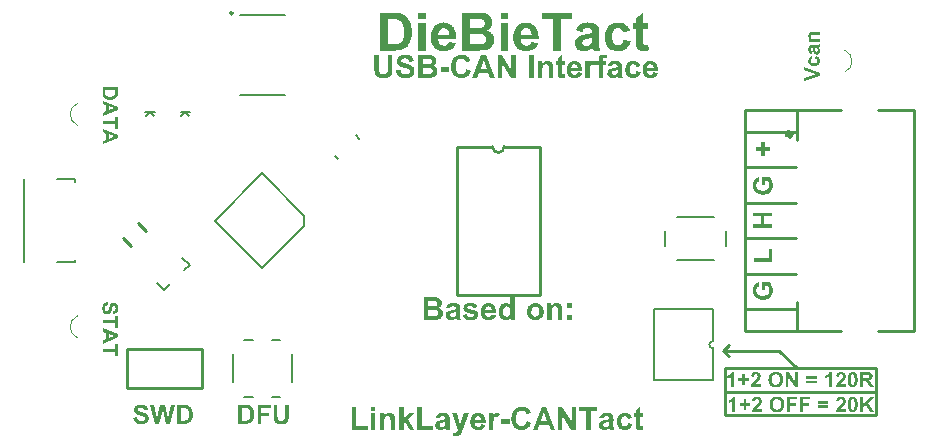
<source format=gto>
G04 Layer_Color=65535*
%FSLAX44Y44*%
%MOMM*%
G71*
G01*
G75*
%ADD38C,0.2500*%
%ADD42C,0.2000*%
%ADD48C,0.5000*%
%ADD49C,0.1000*%
%ADD50C,0.2540*%
%ADD51C,0.1500*%
G36*
X413929Y-84000D02*
X410514D01*
Y-81973D01*
X410487Y-82029D01*
X410376Y-82168D01*
X410181Y-82390D01*
X409931Y-82640D01*
X409654Y-82917D01*
X409293Y-83223D01*
X408904Y-83500D01*
X408488Y-83750D01*
X408432Y-83778D01*
X408293Y-83833D01*
X408044Y-83917D01*
X407766Y-84028D01*
X407405Y-84139D01*
X406988Y-84222D01*
X406572Y-84278D01*
X406128Y-84305D01*
X405906D01*
X405739Y-84278D01*
X405517Y-84250D01*
X405295Y-84194D01*
X405017Y-84139D01*
X404712Y-84056D01*
X404407Y-83972D01*
X404073Y-83833D01*
X403740Y-83695D01*
X403379Y-83500D01*
X403046Y-83278D01*
X402685Y-83028D01*
X402352Y-82723D01*
X402019Y-82390D01*
X401991Y-82362D01*
X401936Y-82306D01*
X401852Y-82196D01*
X401769Y-82029D01*
X401630Y-81835D01*
X401492Y-81585D01*
X401325Y-81307D01*
X401186Y-80974D01*
X401020Y-80613D01*
X400853Y-80224D01*
X400714Y-79780D01*
X400603Y-79308D01*
X400492Y-78781D01*
X400409Y-78225D01*
X400353Y-77642D01*
X400326Y-77004D01*
Y-76976D01*
Y-76837D01*
Y-76671D01*
X400353Y-76421D01*
X400381Y-76115D01*
X400409Y-75782D01*
X400464Y-75394D01*
X400520Y-75005D01*
X400714Y-74117D01*
X400853Y-73672D01*
X401020Y-73228D01*
X401214Y-72784D01*
X401436Y-72368D01*
X401686Y-71979D01*
X401964Y-71618D01*
X401991Y-71590D01*
X402047Y-71535D01*
X402130Y-71452D01*
X402269Y-71313D01*
X402435Y-71174D01*
X402630Y-71035D01*
X402852Y-70869D01*
X403130Y-70674D01*
X403407Y-70508D01*
X403740Y-70341D01*
X404434Y-70036D01*
X404851Y-69925D01*
X405267Y-69841D01*
X405712Y-69786D01*
X406183Y-69758D01*
X406405D01*
X406572Y-69786D01*
X406766Y-69813D01*
X407016Y-69869D01*
X407266Y-69925D01*
X407571Y-70008D01*
X407877Y-70091D01*
X408210Y-70230D01*
X408543Y-70396D01*
X408876Y-70563D01*
X409237Y-70813D01*
X409570Y-71063D01*
X409903Y-71368D01*
X410237Y-71701D01*
Y-64789D01*
X413929D01*
Y-84000D01*
D02*
G37*
G36*
X449826Y-69786D02*
X450131Y-69813D01*
X450464Y-69869D01*
X450825Y-69952D01*
X451214Y-70063D01*
X451602Y-70202D01*
X451658Y-70230D01*
X451769Y-70286D01*
X451963Y-70369D01*
X452185Y-70508D01*
X452435Y-70674D01*
X452685Y-70869D01*
X452935Y-71091D01*
X453157Y-71340D01*
X453185Y-71368D01*
X453240Y-71452D01*
X453324Y-71590D01*
X453435Y-71785D01*
X453573Y-72007D01*
X453685Y-72284D01*
X453796Y-72562D01*
X453879Y-72895D01*
Y-72923D01*
X453907Y-73062D01*
X453962Y-73256D01*
X453990Y-73534D01*
X454045Y-73867D01*
X454073Y-74311D01*
X454101Y-74783D01*
Y-75366D01*
Y-84000D01*
X450409D01*
Y-76921D01*
Y-76893D01*
Y-76810D01*
Y-76699D01*
Y-76560D01*
Y-76365D01*
Y-76171D01*
X450381Y-75699D01*
X450353Y-75227D01*
X450298Y-74727D01*
X450242Y-74311D01*
X450214Y-74144D01*
X450159Y-74006D01*
Y-73978D01*
X450103Y-73895D01*
X450048Y-73783D01*
X449964Y-73617D01*
X449715Y-73284D01*
X449576Y-73117D01*
X449381Y-72978D01*
X449354Y-72951D01*
X449298Y-72923D01*
X449187Y-72867D01*
X449021Y-72784D01*
X448826Y-72701D01*
X448632Y-72645D01*
X448382Y-72618D01*
X448104Y-72590D01*
X447938D01*
X447771Y-72618D01*
X447549Y-72645D01*
X447271Y-72729D01*
X446994Y-72812D01*
X446688Y-72951D01*
X446383Y-73117D01*
X446355Y-73145D01*
X446272Y-73200D01*
X446133Y-73339D01*
X445967Y-73478D01*
X445800Y-73700D01*
X445634Y-73922D01*
X445467Y-74228D01*
X445356Y-74533D01*
Y-74561D01*
X445300Y-74700D01*
X445273Y-74922D01*
X445217Y-75255D01*
X445189Y-75449D01*
X445162Y-75699D01*
X445134Y-75949D01*
Y-76254D01*
X445106Y-76560D01*
X445078Y-76921D01*
Y-77309D01*
Y-77726D01*
Y-84000D01*
X441386D01*
Y-70063D01*
X444801D01*
Y-72118D01*
X444828Y-72090D01*
X444884Y-72007D01*
X444995Y-71896D01*
X445134Y-71757D01*
X445300Y-71562D01*
X445522Y-71368D01*
X445772Y-71146D01*
X446050Y-70924D01*
X446355Y-70730D01*
X446716Y-70508D01*
X447077Y-70313D01*
X447494Y-70119D01*
X447938Y-69980D01*
X448382Y-69869D01*
X448882Y-69786D01*
X449381Y-69758D01*
X449576D01*
X449826Y-69786D01*
D02*
G37*
G36*
X462207Y-73756D02*
X458515D01*
Y-70063D01*
X462207D01*
Y-73756D01*
D02*
G37*
G36*
X383190Y-162786D02*
X383440Y-162813D01*
X383745Y-162869D01*
X384078Y-162925D01*
X384439Y-163008D01*
X384828Y-163119D01*
X385216Y-163258D01*
X385633Y-163424D01*
X386049Y-163646D01*
X386438Y-163869D01*
X386827Y-164146D01*
X387215Y-164479D01*
X387548Y-164840D01*
X387576Y-164868D01*
X387632Y-164923D01*
X387715Y-165062D01*
X387826Y-165229D01*
X387965Y-165451D01*
X388104Y-165701D01*
X388270Y-166034D01*
X388437Y-166395D01*
X388604Y-166811D01*
X388770Y-167283D01*
X388909Y-167783D01*
X389048Y-168366D01*
X389159Y-168977D01*
X389242Y-169643D01*
X389297Y-170337D01*
Y-171114D01*
X380080D01*
Y-171142D01*
Y-171198D01*
Y-171281D01*
X380108Y-171392D01*
X380136Y-171670D01*
X380191Y-172058D01*
X380303Y-172447D01*
X380469Y-172891D01*
X380663Y-173308D01*
X380941Y-173668D01*
X380969Y-173696D01*
X381108Y-173807D01*
X381274Y-173946D01*
X381524Y-174113D01*
X381829Y-174279D01*
X382218Y-174418D01*
X382635Y-174529D01*
X383079Y-174557D01*
X383218D01*
X383384Y-174529D01*
X383578Y-174501D01*
X383801Y-174446D01*
X384050Y-174363D01*
X384300Y-174251D01*
X384522Y-174085D01*
X384550Y-174057D01*
X384633Y-174002D01*
X384744Y-173891D01*
X384856Y-173724D01*
X385022Y-173502D01*
X385161Y-173252D01*
X385300Y-172919D01*
X385439Y-172558D01*
X389103Y-173169D01*
Y-173197D01*
X389075Y-173252D01*
X389020Y-173363D01*
X388964Y-173502D01*
X388881Y-173668D01*
X388798Y-173863D01*
X388548Y-174307D01*
X388243Y-174807D01*
X387854Y-175334D01*
X387382Y-175806D01*
X386855Y-176250D01*
X386827D01*
X386799Y-176306D01*
X386688Y-176334D01*
X386577Y-176417D01*
X386438Y-176500D01*
X386244Y-176584D01*
X386049Y-176667D01*
X385799Y-176778D01*
X385244Y-176972D01*
X384606Y-177139D01*
X383856Y-177250D01*
X383051Y-177305D01*
X382884D01*
X382718Y-177278D01*
X382468D01*
X382163Y-177222D01*
X381802Y-177167D01*
X381413Y-177111D01*
X381024Y-177000D01*
X380580Y-176889D01*
X380136Y-176722D01*
X379692Y-176528D01*
X379248Y-176306D01*
X378803Y-176028D01*
X378387Y-175723D01*
X378026Y-175362D01*
X377665Y-174946D01*
X377637Y-174918D01*
X377610Y-174862D01*
X377554Y-174751D01*
X377443Y-174613D01*
X377360Y-174418D01*
X377249Y-174196D01*
X377110Y-173946D01*
X376999Y-173641D01*
X376860Y-173308D01*
X376749Y-172947D01*
X376610Y-172558D01*
X376527Y-172114D01*
X376444Y-171670D01*
X376360Y-171198D01*
X376333Y-170670D01*
X376305Y-170143D01*
Y-170115D01*
Y-170004D01*
Y-169810D01*
X376333Y-169560D01*
X376360Y-169282D01*
X376388Y-168949D01*
X376444Y-168588D01*
X376527Y-168172D01*
X376749Y-167311D01*
X376888Y-166867D01*
X377054Y-166395D01*
X377276Y-165951D01*
X377526Y-165534D01*
X377804Y-165118D01*
X378109Y-164729D01*
X378137Y-164701D01*
X378193Y-164646D01*
X378304Y-164535D01*
X378442Y-164424D01*
X378609Y-164285D01*
X378831Y-164118D01*
X379081Y-163924D01*
X379359Y-163730D01*
X379664Y-163563D01*
X380025Y-163369D01*
X380386Y-163202D01*
X380802Y-163063D01*
X381219Y-162952D01*
X381691Y-162841D01*
X382163Y-162786D01*
X382662Y-162758D01*
X382968D01*
X383190Y-162786D01*
D02*
G37*
G36*
X295961Y-177000D02*
X292269D01*
Y-163063D01*
X295961D01*
Y-177000D01*
D02*
G37*
G36*
X279887Y-173752D02*
X289548D01*
Y-177000D01*
X276000D01*
Y-157927D01*
X279887D01*
Y-173752D01*
D02*
G37*
G36*
X519974Y-163063D02*
X522501D01*
Y-166006D01*
X519974D01*
Y-171642D01*
Y-171670D01*
Y-171725D01*
Y-171808D01*
Y-171919D01*
Y-172197D01*
Y-172530D01*
X520002Y-172863D01*
Y-173197D01*
Y-173446D01*
X520030Y-173557D01*
Y-173613D01*
X520057Y-173668D01*
X520113Y-173780D01*
X520196Y-173918D01*
X520363Y-174085D01*
X520418Y-174113D01*
X520530Y-174168D01*
X520724Y-174224D01*
X520974Y-174251D01*
X521085D01*
X521196Y-174224D01*
X521362Y-174196D01*
X521584Y-174168D01*
X521834Y-174113D01*
X522140Y-174029D01*
X522473Y-173918D01*
X522806Y-176778D01*
X522778D01*
X522750Y-176806D01*
X522584Y-176861D01*
X522306Y-176945D01*
X521945Y-177028D01*
X521529Y-177139D01*
X521029Y-177222D01*
X520474Y-177278D01*
X519891Y-177305D01*
X519724D01*
X519530Y-177278D01*
X519280Y-177250D01*
X519002Y-177222D01*
X518697Y-177167D01*
X518392Y-177083D01*
X518086Y-176972D01*
X518059Y-176945D01*
X517948Y-176917D01*
X517809Y-176833D01*
X517642Y-176750D01*
X517253Y-176472D01*
X517059Y-176306D01*
X516893Y-176112D01*
X516865Y-176084D01*
X516837Y-176001D01*
X516782Y-175889D01*
X516698Y-175723D01*
X516615Y-175529D01*
X516532Y-175279D01*
X516448Y-175001D01*
X516393Y-174696D01*
Y-174668D01*
X516365Y-174557D01*
Y-174390D01*
X516337Y-174113D01*
X516310Y-173752D01*
Y-173308D01*
X516282Y-173058D01*
Y-172752D01*
Y-172447D01*
Y-172086D01*
Y-166006D01*
X514588D01*
Y-163063D01*
X516282D01*
Y-160287D01*
X519974Y-158122D01*
Y-163063D01*
D02*
G37*
G36*
X431863Y-69786D02*
X432141Y-69813D01*
X432447Y-69869D01*
X432807Y-69925D01*
X433168Y-70008D01*
X433585Y-70119D01*
X434001Y-70258D01*
X434418Y-70424D01*
X434862Y-70619D01*
X435306Y-70869D01*
X435722Y-71146D01*
X436139Y-71452D01*
X436527Y-71812D01*
X436555Y-71840D01*
X436611Y-71896D01*
X436722Y-72035D01*
X436833Y-72173D01*
X437000Y-72395D01*
X437166Y-72618D01*
X437360Y-72923D01*
X437555Y-73228D01*
X437721Y-73589D01*
X437916Y-73978D01*
X438082Y-74422D01*
X438249Y-74866D01*
X438360Y-75366D01*
X438471Y-75866D01*
X438526Y-76421D01*
X438554Y-77004D01*
Y-77032D01*
Y-77143D01*
Y-77309D01*
X438526Y-77531D01*
X438499Y-77809D01*
X438443Y-78114D01*
X438388Y-78475D01*
X438304Y-78836D01*
X438193Y-79253D01*
X438054Y-79669D01*
X437888Y-80113D01*
X437693Y-80557D01*
X437444Y-81002D01*
X437166Y-81418D01*
X436861Y-81835D01*
X436500Y-82251D01*
X436472Y-82279D01*
X436416Y-82334D01*
X436305Y-82445D01*
X436139Y-82584D01*
X435945Y-82723D01*
X435695Y-82889D01*
X435417Y-83084D01*
X435112Y-83278D01*
X434751Y-83472D01*
X434362Y-83667D01*
X433946Y-83833D01*
X433474Y-83972D01*
X433002Y-84111D01*
X432474Y-84222D01*
X431947Y-84278D01*
X431364Y-84305D01*
X431169D01*
X431031Y-84278D01*
X430864D01*
X430670Y-84250D01*
X430198Y-84194D01*
X429615Y-84083D01*
X429004Y-83945D01*
X428365Y-83722D01*
X427699Y-83445D01*
X427671D01*
X427616Y-83417D01*
X427533Y-83362D01*
X427421Y-83278D01*
X427116Y-83084D01*
X426727Y-82806D01*
X426311Y-82445D01*
X425867Y-82001D01*
X425450Y-81501D01*
X425062Y-80918D01*
Y-80891D01*
X425034Y-80835D01*
X424978Y-80752D01*
X424923Y-80613D01*
X424867Y-80446D01*
X424784Y-80252D01*
X424701Y-80030D01*
X424618Y-79780D01*
X424534Y-79503D01*
X424451Y-79197D01*
X424312Y-78503D01*
X424201Y-77698D01*
X424173Y-76837D01*
Y-76810D01*
Y-76754D01*
Y-76643D01*
X424201Y-76532D01*
Y-76365D01*
X424229Y-76171D01*
X424284Y-75699D01*
X424395Y-75172D01*
X424562Y-74589D01*
X424756Y-73950D01*
X425062Y-73312D01*
Y-73284D01*
X425117Y-73228D01*
X425145Y-73145D01*
X425228Y-73034D01*
X425450Y-72729D01*
X425728Y-72340D01*
X426089Y-71923D01*
X426533Y-71479D01*
X427033Y-71063D01*
X427616Y-70674D01*
X427644D01*
X427699Y-70646D01*
X427782Y-70591D01*
X427921Y-70535D01*
X428060Y-70452D01*
X428254Y-70396D01*
X428476Y-70313D01*
X428699Y-70202D01*
X429254Y-70036D01*
X429892Y-69897D01*
X430586Y-69786D01*
X431336Y-69758D01*
X431641D01*
X431863Y-69786D01*
D02*
G37*
G36*
X392025D02*
X392275Y-69813D01*
X392580Y-69869D01*
X392913Y-69925D01*
X393274Y-70008D01*
X393663Y-70119D01*
X394051Y-70258D01*
X394468Y-70424D01*
X394884Y-70646D01*
X395273Y-70869D01*
X395662Y-71146D01*
X396050Y-71479D01*
X396383Y-71840D01*
X396411Y-71868D01*
X396467Y-71923D01*
X396550Y-72062D01*
X396661Y-72229D01*
X396800Y-72451D01*
X396939Y-72701D01*
X397105Y-73034D01*
X397272Y-73395D01*
X397438Y-73811D01*
X397605Y-74283D01*
X397744Y-74783D01*
X397882Y-75366D01*
X397994Y-75977D01*
X398077Y-76643D01*
X398132Y-77337D01*
Y-78114D01*
X388915D01*
Y-78142D01*
Y-78198D01*
Y-78281D01*
X388943Y-78392D01*
X388971Y-78670D01*
X389026Y-79058D01*
X389137Y-79447D01*
X389304Y-79891D01*
X389498Y-80308D01*
X389776Y-80668D01*
X389804Y-80696D01*
X389943Y-80807D01*
X390109Y-80946D01*
X390359Y-81113D01*
X390664Y-81279D01*
X391053Y-81418D01*
X391469Y-81529D01*
X391914Y-81557D01*
X392052D01*
X392219Y-81529D01*
X392413Y-81501D01*
X392635Y-81446D01*
X392885Y-81363D01*
X393135Y-81252D01*
X393357Y-81085D01*
X393385Y-81057D01*
X393468Y-81002D01*
X393579Y-80891D01*
X393690Y-80724D01*
X393857Y-80502D01*
X393996Y-80252D01*
X394135Y-79919D01*
X394273Y-79558D01*
X397938Y-80169D01*
Y-80197D01*
X397910Y-80252D01*
X397855Y-80363D01*
X397799Y-80502D01*
X397716Y-80668D01*
X397633Y-80863D01*
X397383Y-81307D01*
X397077Y-81807D01*
X396689Y-82334D01*
X396217Y-82806D01*
X395689Y-83250D01*
X395662D01*
X395634Y-83306D01*
X395523Y-83334D01*
X395412Y-83417D01*
X395273Y-83500D01*
X395079Y-83584D01*
X394884Y-83667D01*
X394634Y-83778D01*
X394079Y-83972D01*
X393441Y-84139D01*
X392691Y-84250D01*
X391886Y-84305D01*
X391719D01*
X391553Y-84278D01*
X391303D01*
X390998Y-84222D01*
X390637Y-84167D01*
X390248Y-84111D01*
X389859Y-84000D01*
X389415Y-83889D01*
X388971Y-83722D01*
X388527Y-83528D01*
X388083Y-83306D01*
X387638Y-83028D01*
X387222Y-82723D01*
X386861Y-82362D01*
X386500Y-81946D01*
X386472Y-81918D01*
X386445Y-81862D01*
X386389Y-81751D01*
X386278Y-81613D01*
X386195Y-81418D01*
X386084Y-81196D01*
X385945Y-80946D01*
X385834Y-80641D01*
X385695Y-80308D01*
X385584Y-79947D01*
X385445Y-79558D01*
X385362Y-79114D01*
X385279Y-78670D01*
X385195Y-78198D01*
X385167Y-77670D01*
X385140Y-77143D01*
Y-77115D01*
Y-77004D01*
Y-76810D01*
X385167Y-76560D01*
X385195Y-76282D01*
X385223Y-75949D01*
X385279Y-75588D01*
X385362Y-75172D01*
X385584Y-74311D01*
X385723Y-73867D01*
X385889Y-73395D01*
X386111Y-72951D01*
X386361Y-72534D01*
X386639Y-72118D01*
X386944Y-71729D01*
X386972Y-71701D01*
X387028Y-71646D01*
X387138Y-71535D01*
X387277Y-71424D01*
X387444Y-71285D01*
X387666Y-71118D01*
X387916Y-70924D01*
X388194Y-70730D01*
X388499Y-70563D01*
X388860Y-70369D01*
X389221Y-70202D01*
X389637Y-70063D01*
X390054Y-69952D01*
X390526Y-69841D01*
X390998Y-69786D01*
X391497Y-69758D01*
X391803D01*
X392025Y-69786D01*
D02*
G37*
G36*
X669492Y-133890D02*
X660530D01*
Y-131612D01*
X669492D01*
Y-133890D01*
D02*
G37*
G36*
X345939Y-64816D02*
X346495Y-64844D01*
X347050Y-64872D01*
X347577Y-64927D01*
X348049Y-64983D01*
X348105D01*
X348244Y-65011D01*
X348438Y-65066D01*
X348716Y-65149D01*
X349021Y-65261D01*
X349354Y-65399D01*
X349715Y-65566D01*
X350048Y-65788D01*
X350076Y-65816D01*
X350187Y-65899D01*
X350354Y-66038D01*
X350576Y-66204D01*
X350798Y-66454D01*
X351048Y-66732D01*
X351297Y-67037D01*
X351520Y-67398D01*
X351547Y-67454D01*
X351603Y-67565D01*
X351714Y-67787D01*
X351825Y-68064D01*
X351936Y-68398D01*
X352047Y-68759D01*
X352103Y-69203D01*
X352130Y-69647D01*
Y-69675D01*
Y-69703D01*
Y-69869D01*
X352103Y-70119D01*
X352047Y-70452D01*
X351936Y-70841D01*
X351825Y-71257D01*
X351631Y-71674D01*
X351381Y-72118D01*
X351353Y-72173D01*
X351242Y-72312D01*
X351075Y-72506D01*
X350881Y-72756D01*
X350603Y-73006D01*
X350270Y-73312D01*
X349882Y-73561D01*
X349437Y-73811D01*
X349465D01*
X349521Y-73839D01*
X349604Y-73867D01*
X349715Y-73895D01*
X350048Y-74033D01*
X350437Y-74228D01*
X350853Y-74450D01*
X351325Y-74755D01*
X351742Y-75116D01*
X352130Y-75560D01*
X352158Y-75616D01*
X352269Y-75782D01*
X352436Y-76032D01*
X352602Y-76365D01*
X352769Y-76810D01*
X352935Y-77282D01*
X353047Y-77837D01*
X353074Y-78448D01*
Y-78475D01*
Y-78503D01*
Y-78670D01*
X353047Y-78920D01*
X352991Y-79253D01*
X352935Y-79641D01*
X352825Y-80085D01*
X352658Y-80530D01*
X352464Y-81002D01*
X352436Y-81057D01*
X352352Y-81196D01*
X352214Y-81418D01*
X352019Y-81696D01*
X351797Y-82029D01*
X351492Y-82334D01*
X351186Y-82667D01*
X350798Y-82973D01*
X350742Y-83001D01*
X350603Y-83084D01*
X350381Y-83223D01*
X350076Y-83362D01*
X349687Y-83528D01*
X349243Y-83667D01*
X348743Y-83806D01*
X348188Y-83889D01*
X348077D01*
X347966Y-83917D01*
X347688D01*
X347494Y-83945D01*
X346967D01*
X346633Y-83972D01*
X345801D01*
X345329Y-84000D01*
X337000D01*
Y-64789D01*
X345440D01*
X345939Y-64816D01*
D02*
G37*
G36*
X377033Y-69786D02*
X377311Y-69813D01*
X377616Y-69841D01*
X377949Y-69869D01*
X378643Y-69980D01*
X379337Y-70147D01*
X380004Y-70396D01*
X380309Y-70535D01*
X380587Y-70702D01*
X380614D01*
X380642Y-70757D01*
X380809Y-70869D01*
X381059Y-71091D01*
X381336Y-71396D01*
X381669Y-71757D01*
X381975Y-72229D01*
X382280Y-72784D01*
X382502Y-73423D01*
X379032Y-74061D01*
Y-74033D01*
X378977Y-73922D01*
X378921Y-73783D01*
X378838Y-73617D01*
X378727Y-73395D01*
X378560Y-73200D01*
X378394Y-73006D01*
X378171Y-72840D01*
X378144Y-72812D01*
X378060Y-72756D01*
X377921Y-72701D01*
X377727Y-72618D01*
X377477Y-72534D01*
X377172Y-72451D01*
X376811Y-72423D01*
X376395Y-72395D01*
X376145D01*
X375895Y-72423D01*
X375589Y-72451D01*
X375229Y-72506D01*
X374895Y-72562D01*
X374590Y-72673D01*
X374312Y-72812D01*
X374285D01*
X374257Y-72867D01*
X374118Y-73006D01*
X373951Y-73256D01*
X373924Y-73395D01*
X373896Y-73561D01*
Y-73589D01*
Y-73617D01*
X373951Y-73783D01*
X374062Y-74006D01*
X374146Y-74117D01*
X374257Y-74228D01*
X374285Y-74255D01*
X374396Y-74283D01*
X374451Y-74339D01*
X374562Y-74366D01*
X374701Y-74422D01*
X374868Y-74505D01*
X375090Y-74561D01*
X375312Y-74644D01*
X375589Y-74727D01*
X375923Y-74811D01*
X376283Y-74922D01*
X376700Y-75033D01*
X377172Y-75144D01*
X377699Y-75283D01*
X377727D01*
X377838Y-75310D01*
X377977Y-75338D01*
X378171Y-75394D01*
X378421Y-75477D01*
X378699Y-75532D01*
X379310Y-75727D01*
X380004Y-75977D01*
X380670Y-76254D01*
X381003Y-76421D01*
X381309Y-76560D01*
X381558Y-76754D01*
X381808Y-76921D01*
X381864Y-76976D01*
X382002Y-77087D01*
X382169Y-77309D01*
X382391Y-77615D01*
X382613Y-78003D01*
X382780Y-78475D01*
X382919Y-79031D01*
X382974Y-79641D01*
Y-79669D01*
Y-79725D01*
Y-79836D01*
X382947Y-79974D01*
X382919Y-80113D01*
X382891Y-80308D01*
X382780Y-80780D01*
X382585Y-81279D01*
X382447Y-81557D01*
X382308Y-81835D01*
X382114Y-82112D01*
X381892Y-82390D01*
X381642Y-82667D01*
X381364Y-82945D01*
X381336Y-82973D01*
X381281Y-83001D01*
X381197Y-83056D01*
X381059Y-83167D01*
X380892Y-83250D01*
X380698Y-83362D01*
X380448Y-83500D01*
X380170Y-83611D01*
X379865Y-83750D01*
X379504Y-83861D01*
X379115Y-84000D01*
X378699Y-84083D01*
X378227Y-84167D01*
X377727Y-84250D01*
X377200Y-84278D01*
X376644Y-84305D01*
X376367D01*
X376172Y-84278D01*
X375923D01*
X375645Y-84250D01*
X375340Y-84222D01*
X375006Y-84167D01*
X374285Y-84028D01*
X373535Y-83833D01*
X372785Y-83556D01*
X372452Y-83362D01*
X372119Y-83167D01*
X372091Y-83139D01*
X372036Y-83112D01*
X371953Y-83056D01*
X371869Y-82945D01*
X371564Y-82695D01*
X371231Y-82334D01*
X370870Y-81890D01*
X370537Y-81363D01*
X370231Y-80724D01*
X369981Y-80030D01*
X373674Y-79475D01*
Y-79530D01*
X373729Y-79641D01*
X373785Y-79836D01*
X373868Y-80085D01*
X374007Y-80363D01*
X374174Y-80613D01*
X374368Y-80891D01*
X374618Y-81113D01*
X374646Y-81140D01*
X374757Y-81196D01*
X374923Y-81279D01*
X375145Y-81363D01*
X375423Y-81474D01*
X375784Y-81557D01*
X376172Y-81613D01*
X376644Y-81640D01*
X376866D01*
X377144Y-81613D01*
X377449Y-81585D01*
X377783Y-81529D01*
X378144Y-81418D01*
X378477Y-81307D01*
X378782Y-81140D01*
X378810Y-81113D01*
X378865Y-81057D01*
X378949Y-80974D01*
X379032Y-80863D01*
X379115Y-80724D01*
X379199Y-80557D01*
X379254Y-80363D01*
X379282Y-80141D01*
Y-80113D01*
Y-80058D01*
X379254Y-79891D01*
X379171Y-79669D01*
X379004Y-79447D01*
X378949Y-79391D01*
X378865Y-79364D01*
X378754Y-79280D01*
X378588Y-79225D01*
X378366Y-79142D01*
X378116Y-79058D01*
X377783Y-78975D01*
X377727D01*
X377588Y-78920D01*
X377366Y-78864D01*
X377061Y-78808D01*
X376700Y-78725D01*
X376311Y-78614D01*
X375867Y-78503D01*
X375395Y-78364D01*
X374423Y-78087D01*
X373951Y-77948D01*
X373507Y-77781D01*
X373091Y-77642D01*
X372702Y-77476D01*
X372369Y-77309D01*
X372119Y-77171D01*
X372091Y-77143D01*
X372036Y-77115D01*
X371980Y-77059D01*
X371869Y-76948D01*
X371592Y-76699D01*
X371314Y-76338D01*
X371009Y-75893D01*
X370731Y-75366D01*
X370620Y-75061D01*
X370564Y-74727D01*
X370509Y-74394D01*
X370481Y-74033D01*
Y-74006D01*
Y-73950D01*
Y-73867D01*
X370509Y-73728D01*
X370537Y-73589D01*
X370564Y-73395D01*
X370648Y-72978D01*
X370814Y-72506D01*
X371092Y-72007D01*
X371231Y-71729D01*
X371425Y-71479D01*
X371647Y-71229D01*
X371897Y-71007D01*
X371925Y-70979D01*
X371953Y-70952D01*
X372036Y-70896D01*
X372175Y-70813D01*
X372313Y-70730D01*
X372508Y-70619D01*
X372730Y-70508D01*
X372980Y-70369D01*
X373285Y-70258D01*
X373618Y-70147D01*
X373979Y-70036D01*
X374368Y-69952D01*
X374812Y-69869D01*
X375284Y-69813D01*
X375784Y-69758D01*
X376811D01*
X377033Y-69786D01*
D02*
G37*
G36*
X462207Y-84000D02*
X458515D01*
Y-80308D01*
X462207D01*
Y-84000D01*
D02*
G37*
G36*
X362375Y-69786D02*
X362597D01*
X363152Y-69841D01*
X363735Y-69897D01*
X364346Y-70008D01*
X364929Y-70174D01*
X365179Y-70258D01*
X365429Y-70369D01*
X365456D01*
X365484Y-70396D01*
X365623Y-70480D01*
X365845Y-70591D01*
X366095Y-70757D01*
X366400Y-70979D01*
X366678Y-71229D01*
X366928Y-71535D01*
X367150Y-71840D01*
X367178Y-71896D01*
X367233Y-72007D01*
X367316Y-72257D01*
X367344Y-72395D01*
X367400Y-72590D01*
X367455Y-72784D01*
X367483Y-73034D01*
X367538Y-73312D01*
X367566Y-73617D01*
X367594Y-73950D01*
X367622Y-74311D01*
X367649Y-74700D01*
Y-75144D01*
X367594Y-79447D01*
Y-79475D01*
Y-79530D01*
Y-79614D01*
Y-79752D01*
Y-80085D01*
X367622Y-80474D01*
Y-80918D01*
X367677Y-81363D01*
X367705Y-81807D01*
X367761Y-82168D01*
Y-82196D01*
X367788Y-82306D01*
X367844Y-82501D01*
X367899Y-82723D01*
X368010Y-83001D01*
X368121Y-83306D01*
X368260Y-83639D01*
X368427Y-84000D01*
X364790D01*
Y-83972D01*
X364762Y-83945D01*
X364734Y-83833D01*
X364679Y-83722D01*
X364623Y-83584D01*
X364568Y-83389D01*
X364512Y-83167D01*
X364429Y-82917D01*
Y-82889D01*
X364401Y-82862D01*
X364374Y-82751D01*
X364318Y-82612D01*
X364290Y-82501D01*
X364235Y-82529D01*
X364124Y-82640D01*
X363929Y-82806D01*
X363680Y-83001D01*
X363374Y-83223D01*
X363041Y-83472D01*
X362652Y-83667D01*
X362264Y-83861D01*
X362208Y-83889D01*
X362069Y-83917D01*
X361847Y-84000D01*
X361570Y-84083D01*
X361236Y-84167D01*
X360848Y-84222D01*
X360404Y-84278D01*
X359959Y-84305D01*
X359765D01*
X359598Y-84278D01*
X359432D01*
X359210Y-84250D01*
X358738Y-84167D01*
X358183Y-84028D01*
X357627Y-83833D01*
X357072Y-83556D01*
X356572Y-83167D01*
Y-83139D01*
X356517Y-83112D01*
X356378Y-82945D01*
X356184Y-82695D01*
X355962Y-82362D01*
X355740Y-81946D01*
X355545Y-81446D01*
X355406Y-80863D01*
X355379Y-80557D01*
X355351Y-80224D01*
Y-80169D01*
Y-80030D01*
X355379Y-79808D01*
X355434Y-79530D01*
X355490Y-79197D01*
X355573Y-78864D01*
X355712Y-78503D01*
X355906Y-78142D01*
X355934Y-78087D01*
X356017Y-77976D01*
X356128Y-77809D01*
X356323Y-77615D01*
X356517Y-77393D01*
X356795Y-77143D01*
X357100Y-76921D01*
X357461Y-76726D01*
X357516Y-76699D01*
X357655Y-76643D01*
X357877Y-76560D01*
X358210Y-76421D01*
X358627Y-76282D01*
X359127Y-76143D01*
X359737Y-76005D01*
X360404Y-75866D01*
X360431D01*
X360515Y-75838D01*
X360653Y-75810D01*
X360820Y-75782D01*
X361042Y-75755D01*
X361292Y-75699D01*
X361847Y-75560D01*
X362430Y-75422D01*
X363041Y-75283D01*
X363568Y-75116D01*
X363818Y-75033D01*
X364013Y-74949D01*
Y-74589D01*
Y-74533D01*
Y-74422D01*
X363985Y-74228D01*
X363957Y-73978D01*
X363874Y-73728D01*
X363791Y-73478D01*
X363652Y-73256D01*
X363457Y-73062D01*
X363430Y-73034D01*
X363346Y-72978D01*
X363208Y-72923D01*
X363013Y-72812D01*
X362736Y-72729D01*
X362402Y-72673D01*
X361986Y-72618D01*
X361486Y-72590D01*
X361320D01*
X361153Y-72618D01*
X360931Y-72645D01*
X360681Y-72701D01*
X360404Y-72756D01*
X360154Y-72867D01*
X359932Y-73006D01*
X359904Y-73034D01*
X359848Y-73089D01*
X359737Y-73173D01*
X359626Y-73312D01*
X359460Y-73506D01*
X359321Y-73756D01*
X359182Y-74033D01*
X359043Y-74366D01*
X355740Y-73756D01*
Y-73728D01*
X355767Y-73672D01*
X355795Y-73561D01*
X355850Y-73423D01*
X355906Y-73256D01*
X355989Y-73062D01*
X356184Y-72618D01*
X356461Y-72146D01*
X356795Y-71646D01*
X357183Y-71174D01*
X357655Y-70757D01*
X357683D01*
X357711Y-70702D01*
X357794Y-70674D01*
X357905Y-70591D01*
X358072Y-70535D01*
X358238Y-70452D01*
X358460Y-70341D01*
X358682Y-70258D01*
X358960Y-70174D01*
X359265Y-70063D01*
X359598Y-69980D01*
X359987Y-69925D01*
X360376Y-69841D01*
X360820Y-69813D01*
X361264Y-69758D01*
X362180D01*
X362375Y-69786D01*
D02*
G37*
G36*
X507481Y-162786D02*
X507703D01*
X507953Y-162813D01*
X508231Y-162841D01*
X508536Y-162897D01*
X509175Y-163036D01*
X509841Y-163230D01*
X510507Y-163508D01*
X511118Y-163869D01*
X511146D01*
X511174Y-163924D01*
X511257Y-163979D01*
X511368Y-164063D01*
X511618Y-164313D01*
X511951Y-164674D01*
X512312Y-165145D01*
X512673Y-165701D01*
X513006Y-166367D01*
X513284Y-167144D01*
X509647Y-167811D01*
Y-167755D01*
X509619Y-167644D01*
X509563Y-167450D01*
X509480Y-167200D01*
X509341Y-166950D01*
X509202Y-166672D01*
X509008Y-166423D01*
X508786Y-166201D01*
X508758Y-166173D01*
X508675Y-166117D01*
X508536Y-166034D01*
X508342Y-165923D01*
X508092Y-165812D01*
X507814Y-165728D01*
X507481Y-165673D01*
X507120Y-165645D01*
X507065D01*
X506898Y-165673D01*
X506648Y-165701D01*
X506315Y-165756D01*
X505982Y-165895D01*
X505621Y-166062D01*
X505260Y-166284D01*
X504927Y-166617D01*
X504899Y-166672D01*
X504816Y-166811D01*
X504677Y-167033D01*
X504538Y-167367D01*
X504372Y-167811D01*
X504316Y-168061D01*
X504261Y-168338D01*
X504205Y-168671D01*
X504150Y-169004D01*
X504122Y-169393D01*
Y-169782D01*
Y-169810D01*
Y-169893D01*
Y-170032D01*
X504150Y-170198D01*
Y-170393D01*
X504178Y-170615D01*
X504233Y-171170D01*
X504316Y-171753D01*
X504483Y-172336D01*
X504677Y-172863D01*
X504816Y-173085D01*
X504955Y-173308D01*
X504983Y-173363D01*
X505121Y-173474D01*
X505288Y-173613D01*
X505538Y-173807D01*
X505871Y-174002D01*
X506232Y-174140D01*
X506676Y-174251D01*
X507176Y-174307D01*
X507342D01*
X507537Y-174279D01*
X507787Y-174224D01*
X508064Y-174168D01*
X508342Y-174057D01*
X508619Y-173918D01*
X508897Y-173724D01*
X508925Y-173696D01*
X509008Y-173613D01*
X509119Y-173474D01*
X509286Y-173252D01*
X509452Y-172974D01*
X509591Y-172614D01*
X509758Y-172169D01*
X509869Y-171670D01*
X513478Y-172280D01*
Y-172308D01*
X513450Y-172391D01*
X513422Y-172530D01*
X513367Y-172697D01*
X513284Y-172891D01*
X513200Y-173141D01*
X512978Y-173696D01*
X512701Y-174307D01*
X512312Y-174918D01*
X511840Y-175529D01*
X511562Y-175806D01*
X511285Y-176056D01*
X511257D01*
X511201Y-176112D01*
X511118Y-176167D01*
X511007Y-176250D01*
X510840Y-176334D01*
X510646Y-176445D01*
X510424Y-176556D01*
X510146Y-176667D01*
X509869Y-176806D01*
X509536Y-176917D01*
X509202Y-177028D01*
X508814Y-177111D01*
X508397Y-177194D01*
X507953Y-177250D01*
X507509Y-177278D01*
X507009Y-177305D01*
X506704D01*
X506510Y-177278D01*
X506260Y-177250D01*
X505954Y-177194D01*
X505621Y-177139D01*
X505260Y-177055D01*
X504872Y-176972D01*
X504483Y-176833D01*
X504067Y-176695D01*
X503678Y-176500D01*
X503261Y-176278D01*
X502873Y-176028D01*
X502512Y-175723D01*
X502151Y-175390D01*
X502123Y-175362D01*
X502068Y-175306D01*
X501984Y-175196D01*
X501873Y-175029D01*
X501735Y-174834D01*
X501568Y-174613D01*
X501429Y-174335D01*
X501263Y-174002D01*
X501068Y-173641D01*
X500929Y-173252D01*
X500763Y-172808D01*
X500624Y-172336D01*
X500513Y-171808D01*
X500430Y-171281D01*
X500374Y-170670D01*
X500346Y-170060D01*
Y-170032D01*
Y-169921D01*
Y-169726D01*
X500374Y-169504D01*
X500402Y-169199D01*
X500430Y-168866D01*
X500485Y-168505D01*
X500568Y-168088D01*
X500790Y-167228D01*
X500929Y-166784D01*
X501096Y-166339D01*
X501318Y-165895D01*
X501568Y-165479D01*
X501846Y-165090D01*
X502151Y-164701D01*
X502179Y-164674D01*
X502234Y-164618D01*
X502345Y-164535D01*
X502484Y-164396D01*
X502678Y-164257D01*
X502901Y-164091D01*
X503150Y-163896D01*
X503456Y-163730D01*
X503789Y-163535D01*
X504150Y-163369D01*
X504566Y-163202D01*
X505010Y-163063D01*
X505455Y-162925D01*
X505982Y-162841D01*
X506510Y-162786D01*
X507065Y-162758D01*
X507315D01*
X507481Y-162786D01*
D02*
G37*
G36*
X465755Y-177000D02*
X461868D01*
X454067Y-164340D01*
Y-177000D01*
X450485D01*
Y-157789D01*
X454233D01*
X462173Y-170726D01*
Y-157789D01*
X465755D01*
Y-177000D01*
D02*
G37*
G36*
X409564Y-171864D02*
X402318D01*
Y-168172D01*
X409564D01*
Y-171864D01*
D02*
G37*
G36*
X308149Y-162786D02*
X308454Y-162813D01*
X308787Y-162869D01*
X309148Y-162952D01*
X309537Y-163063D01*
X309925Y-163202D01*
X309981Y-163230D01*
X310092Y-163286D01*
X310286Y-163369D01*
X310508Y-163508D01*
X310758Y-163674D01*
X311008Y-163869D01*
X311258Y-164091D01*
X311480Y-164340D01*
X311508Y-164368D01*
X311563Y-164452D01*
X311647Y-164590D01*
X311758Y-164785D01*
X311896Y-165007D01*
X312008Y-165284D01*
X312119Y-165562D01*
X312202Y-165895D01*
Y-165923D01*
X312230Y-166062D01*
X312285Y-166256D01*
X312313Y-166534D01*
X312369Y-166867D01*
X312396Y-167311D01*
X312424Y-167783D01*
Y-168366D01*
Y-177000D01*
X308732D01*
Y-169921D01*
Y-169893D01*
Y-169810D01*
Y-169699D01*
Y-169560D01*
Y-169365D01*
Y-169171D01*
X308704Y-168699D01*
X308676Y-168227D01*
X308621Y-167727D01*
X308565Y-167311D01*
X308537Y-167144D01*
X308482Y-167006D01*
Y-166978D01*
X308426Y-166895D01*
X308371Y-166784D01*
X308287Y-166617D01*
X308038Y-166284D01*
X307899Y-166117D01*
X307704Y-165978D01*
X307677Y-165951D01*
X307621Y-165923D01*
X307510Y-165867D01*
X307344Y-165784D01*
X307149Y-165701D01*
X306955Y-165645D01*
X306705Y-165618D01*
X306427Y-165590D01*
X306261D01*
X306094Y-165618D01*
X305872Y-165645D01*
X305595Y-165728D01*
X305317Y-165812D01*
X305012Y-165951D01*
X304706Y-166117D01*
X304678Y-166145D01*
X304595Y-166201D01*
X304456Y-166339D01*
X304290Y-166478D01*
X304123Y-166700D01*
X303957Y-166922D01*
X303790Y-167228D01*
X303679Y-167533D01*
Y-167561D01*
X303623Y-167700D01*
X303596Y-167922D01*
X303540Y-168255D01*
X303512Y-168449D01*
X303485Y-168699D01*
X303457Y-168949D01*
Y-169254D01*
X303429Y-169560D01*
X303401Y-169921D01*
Y-170309D01*
Y-170726D01*
Y-177000D01*
X299709D01*
Y-163063D01*
X303124D01*
Y-165118D01*
X303151Y-165090D01*
X303207Y-165007D01*
X303318Y-164896D01*
X303457Y-164757D01*
X303623Y-164562D01*
X303846Y-164368D01*
X304095Y-164146D01*
X304373Y-163924D01*
X304678Y-163730D01*
X305039Y-163508D01*
X305400Y-163313D01*
X305817Y-163119D01*
X306261Y-162980D01*
X306705Y-162869D01*
X307205Y-162786D01*
X307704Y-162758D01*
X307899D01*
X308149Y-162786D01*
D02*
G37*
G36*
X295961Y-161203D02*
X292269D01*
Y-157789D01*
X295961D01*
Y-161203D01*
D02*
G37*
G36*
X420586Y-157455D02*
X420891Y-157483D01*
X421224Y-157539D01*
X421613Y-157594D01*
X422029Y-157677D01*
X422473Y-157789D01*
X422945Y-157927D01*
X423417Y-158094D01*
X423917Y-158316D01*
X424389Y-158538D01*
X424833Y-158816D01*
X425305Y-159149D01*
X425722Y-159510D01*
X425749D01*
X425777Y-159565D01*
X425860Y-159649D01*
X425944Y-159732D01*
X426055Y-159871D01*
X426166Y-160037D01*
X426471Y-160426D01*
X426777Y-160926D01*
X427110Y-161537D01*
X427415Y-162230D01*
X427693Y-163036D01*
X423862Y-163952D01*
Y-163924D01*
X423834Y-163896D01*
Y-163813D01*
X423778Y-163702D01*
X423695Y-163452D01*
X423556Y-163119D01*
X423362Y-162730D01*
X423112Y-162342D01*
X422779Y-161953D01*
X422418Y-161620D01*
X422362Y-161592D01*
X422224Y-161481D01*
X422001Y-161342D01*
X421696Y-161175D01*
X421307Y-161009D01*
X420863Y-160870D01*
X420363Y-160759D01*
X419808Y-160731D01*
X419614D01*
X419447Y-160759D01*
X419281Y-160787D01*
X419059Y-160815D01*
X418587Y-160926D01*
X418031Y-161120D01*
X417448Y-161398D01*
X417143Y-161564D01*
X416865Y-161759D01*
X416588Y-162008D01*
X416338Y-162286D01*
Y-162314D01*
X416282Y-162369D01*
X416227Y-162453D01*
X416144Y-162591D01*
X416032Y-162758D01*
X415922Y-162952D01*
X415810Y-163202D01*
X415699Y-163480D01*
X415561Y-163813D01*
X415449Y-164174D01*
X415339Y-164590D01*
X415227Y-165035D01*
X415144Y-165534D01*
X415089Y-166062D01*
X415061Y-166645D01*
X415033Y-167283D01*
Y-167311D01*
Y-167450D01*
Y-167644D01*
X415061Y-167866D01*
Y-168172D01*
X415116Y-168533D01*
X415144Y-168893D01*
X415200Y-169310D01*
X415366Y-170170D01*
X415588Y-171031D01*
X415727Y-171448D01*
X415922Y-171836D01*
X416116Y-172197D01*
X416338Y-172502D01*
X416366Y-172530D01*
X416394Y-172558D01*
X416477Y-172641D01*
X416588Y-172752D01*
X416865Y-172974D01*
X417254Y-173252D01*
X417726Y-173557D01*
X418309Y-173780D01*
X418975Y-173974D01*
X419336Y-174002D01*
X419725Y-174029D01*
X419864D01*
X419975Y-174002D01*
X420280Y-173974D01*
X420641Y-173918D01*
X421030Y-173780D01*
X421474Y-173613D01*
X421918Y-173391D01*
X422362Y-173058D01*
X422418Y-173002D01*
X422557Y-172863D01*
X422751Y-172641D01*
X422973Y-172308D01*
X423251Y-171864D01*
X423501Y-171336D01*
X423750Y-170698D01*
X423973Y-169948D01*
X427748Y-171114D01*
Y-171142D01*
X427720Y-171253D01*
X427665Y-171420D01*
X427582Y-171642D01*
X427471Y-171892D01*
X427360Y-172197D01*
X427221Y-172530D01*
X427054Y-172891D01*
X426665Y-173641D01*
X426166Y-174418D01*
X425555Y-175168D01*
X425222Y-175501D01*
X424861Y-175806D01*
X424833Y-175834D01*
X424778Y-175862D01*
X424667Y-175945D01*
X424500Y-176056D01*
X424306Y-176167D01*
X424056Y-176278D01*
X423778Y-176417D01*
X423473Y-176556D01*
X423112Y-176722D01*
X422723Y-176861D01*
X422307Y-176972D01*
X421863Y-177083D01*
X421391Y-177194D01*
X420863Y-177278D01*
X420336Y-177305D01*
X419753Y-177333D01*
X419586D01*
X419392Y-177305D01*
X419114Y-177278D01*
X418809Y-177250D01*
X418420Y-177194D01*
X418004Y-177111D01*
X417532Y-177000D01*
X417060Y-176861D01*
X416560Y-176695D01*
X416032Y-176472D01*
X415505Y-176223D01*
X414978Y-175945D01*
X414450Y-175584D01*
X413950Y-175196D01*
X413478Y-174723D01*
X413451Y-174696D01*
X413367Y-174613D01*
X413256Y-174446D01*
X413090Y-174251D01*
X412923Y-173974D01*
X412701Y-173668D01*
X412479Y-173280D01*
X412257Y-172836D01*
X412035Y-172364D01*
X411813Y-171836D01*
X411591Y-171225D01*
X411424Y-170587D01*
X411257Y-169921D01*
X411146Y-169171D01*
X411063Y-168394D01*
X411035Y-167561D01*
Y-167533D01*
Y-167505D01*
Y-167339D01*
X411063Y-167089D01*
Y-166756D01*
X411119Y-166367D01*
X411174Y-165895D01*
X411230Y-165395D01*
X411341Y-164812D01*
X411479Y-164229D01*
X411646Y-163619D01*
X411841Y-163008D01*
X412090Y-162369D01*
X412368Y-161759D01*
X412701Y-161175D01*
X413062Y-160620D01*
X413506Y-160093D01*
X413534Y-160065D01*
X413617Y-159982D01*
X413756Y-159843D01*
X413950Y-159676D01*
X414200Y-159482D01*
X414506Y-159260D01*
X414839Y-159010D01*
X415255Y-158760D01*
X415699Y-158510D01*
X416171Y-158260D01*
X416727Y-158038D01*
X417282Y-157844D01*
X417920Y-157677D01*
X418559Y-157539D01*
X419281Y-157455D01*
X420003Y-157428D01*
X420336D01*
X420586Y-157455D01*
D02*
G37*
G36*
X399181Y-162786D02*
X399486Y-162841D01*
X399875Y-162925D01*
X400291Y-163063D01*
X400708Y-163230D01*
X401152Y-163480D01*
X399986Y-166672D01*
X399958Y-166645D01*
X399819Y-166589D01*
X399653Y-166478D01*
X399431Y-166367D01*
X399153Y-166256D01*
X398876Y-166145D01*
X398570Y-166089D01*
X398265Y-166062D01*
X398154D01*
X397987Y-166089D01*
X397821Y-166117D01*
X397626Y-166173D01*
X397404Y-166256D01*
X397182Y-166367D01*
X396960Y-166506D01*
X396932Y-166534D01*
X396877Y-166589D01*
X396766Y-166700D01*
X396655Y-166867D01*
X396516Y-167061D01*
X396377Y-167339D01*
X396238Y-167672D01*
X396127Y-168061D01*
Y-168116D01*
X396099Y-168199D01*
X396072Y-168283D01*
Y-168421D01*
X396044Y-168588D01*
X396016Y-168810D01*
X395988Y-169060D01*
X395961Y-169338D01*
X395933Y-169699D01*
X395905Y-170060D01*
Y-170504D01*
X395877Y-170976D01*
X395849Y-171503D01*
Y-172086D01*
Y-172725D01*
Y-177000D01*
X392157D01*
Y-163063D01*
X395572D01*
Y-165035D01*
X395600Y-165007D01*
X395711Y-164840D01*
X395877Y-164590D01*
X396099Y-164285D01*
X396321Y-163979D01*
X396599Y-163674D01*
X396849Y-163396D01*
X397127Y-163202D01*
X397154Y-163174D01*
X397238Y-163119D01*
X397404Y-163063D01*
X397598Y-162980D01*
X397821Y-162897D01*
X398098Y-162813D01*
X398376Y-162786D01*
X398709Y-162758D01*
X398931D01*
X399181Y-162786D01*
D02*
G37*
G36*
X353540D02*
X353762D01*
X354317Y-162841D01*
X354900Y-162897D01*
X355511Y-163008D01*
X356094Y-163174D01*
X356344Y-163258D01*
X356594Y-163369D01*
X356621D01*
X356649Y-163396D01*
X356788Y-163480D01*
X357010Y-163591D01*
X357260Y-163757D01*
X357565Y-163979D01*
X357843Y-164229D01*
X358093Y-164535D01*
X358315Y-164840D01*
X358343Y-164896D01*
X358398Y-165007D01*
X358481Y-165257D01*
X358509Y-165395D01*
X358565Y-165590D01*
X358620Y-165784D01*
X358648Y-166034D01*
X358704Y-166312D01*
X358731Y-166617D01*
X358759Y-166950D01*
X358787Y-167311D01*
X358815Y-167700D01*
Y-168144D01*
X358759Y-172447D01*
Y-172475D01*
Y-172530D01*
Y-172614D01*
Y-172752D01*
Y-173085D01*
X358787Y-173474D01*
Y-173918D01*
X358842Y-174363D01*
X358870Y-174807D01*
X358926Y-175168D01*
Y-175196D01*
X358954Y-175306D01*
X359009Y-175501D01*
X359064Y-175723D01*
X359176Y-176001D01*
X359287Y-176306D01*
X359425Y-176639D01*
X359592Y-177000D01*
X355955D01*
Y-176972D01*
X355927Y-176945D01*
X355900Y-176833D01*
X355844Y-176722D01*
X355789Y-176584D01*
X355733Y-176389D01*
X355677Y-176167D01*
X355594Y-175917D01*
Y-175889D01*
X355566Y-175862D01*
X355539Y-175751D01*
X355483Y-175612D01*
X355455Y-175501D01*
X355400Y-175529D01*
X355289Y-175640D01*
X355094Y-175806D01*
X354845Y-176001D01*
X354539Y-176223D01*
X354206Y-176472D01*
X353817Y-176667D01*
X353429Y-176861D01*
X353373Y-176889D01*
X353234Y-176917D01*
X353012Y-177000D01*
X352735Y-177083D01*
X352402Y-177167D01*
X352013Y-177222D01*
X351569Y-177278D01*
X351124Y-177305D01*
X350930D01*
X350764Y-177278D01*
X350597D01*
X350375Y-177250D01*
X349903Y-177167D01*
X349348Y-177028D01*
X348792Y-176833D01*
X348237Y-176556D01*
X347738Y-176167D01*
Y-176139D01*
X347682Y-176112D01*
X347543Y-175945D01*
X347349Y-175695D01*
X347127Y-175362D01*
X346905Y-174946D01*
X346710Y-174446D01*
X346572Y-173863D01*
X346544Y-173557D01*
X346516Y-173224D01*
Y-173169D01*
Y-173030D01*
X346544Y-172808D01*
X346599Y-172530D01*
X346655Y-172197D01*
X346738Y-171864D01*
X346877Y-171503D01*
X347071Y-171142D01*
X347099Y-171087D01*
X347182Y-170976D01*
X347293Y-170809D01*
X347488Y-170615D01*
X347682Y-170393D01*
X347960Y-170143D01*
X348265Y-169921D01*
X348626Y-169726D01*
X348681Y-169699D01*
X348820Y-169643D01*
X349042Y-169560D01*
X349375Y-169421D01*
X349792Y-169282D01*
X350292Y-169143D01*
X350902Y-169004D01*
X351569Y-168866D01*
X351596D01*
X351680Y-168838D01*
X351819Y-168810D01*
X351985Y-168782D01*
X352207Y-168755D01*
X352457Y-168699D01*
X353012Y-168560D01*
X353595Y-168421D01*
X354206Y-168283D01*
X354734Y-168116D01*
X354983Y-168033D01*
X355178Y-167950D01*
Y-167589D01*
Y-167533D01*
Y-167422D01*
X355150Y-167228D01*
X355122Y-166978D01*
X355039Y-166728D01*
X354956Y-166478D01*
X354817Y-166256D01*
X354623Y-166062D01*
X354595Y-166034D01*
X354511Y-165978D01*
X354373Y-165923D01*
X354178Y-165812D01*
X353901Y-165728D01*
X353568Y-165673D01*
X353151Y-165618D01*
X352651Y-165590D01*
X352485D01*
X352318Y-165618D01*
X352096Y-165645D01*
X351846Y-165701D01*
X351569Y-165756D01*
X351319Y-165867D01*
X351097Y-166006D01*
X351069Y-166034D01*
X351013Y-166089D01*
X350902Y-166173D01*
X350791Y-166312D01*
X350625Y-166506D01*
X350486Y-166756D01*
X350347Y-167033D01*
X350208Y-167367D01*
X346905Y-166756D01*
Y-166728D01*
X346932Y-166672D01*
X346960Y-166561D01*
X347016Y-166423D01*
X347071Y-166256D01*
X347155Y-166062D01*
X347349Y-165618D01*
X347626Y-165145D01*
X347960Y-164646D01*
X348348Y-164174D01*
X348820Y-163757D01*
X348848D01*
X348876Y-163702D01*
X348959Y-163674D01*
X349070Y-163591D01*
X349237Y-163535D01*
X349403Y-163452D01*
X349625Y-163341D01*
X349847Y-163258D01*
X350125Y-163174D01*
X350430Y-163063D01*
X350764Y-162980D01*
X351152Y-162925D01*
X351541Y-162841D01*
X351985Y-162813D01*
X352429Y-162758D01*
X353345D01*
X353540Y-162786D01*
D02*
G37*
G36*
X335106Y-173752D02*
X344767D01*
Y-177000D01*
X331219D01*
Y-157927D01*
X335106D01*
Y-173752D01*
D02*
G37*
G36*
X319725Y-167977D02*
X324029Y-163063D01*
X328554D01*
X323779Y-168172D01*
X328887Y-177000D01*
X324917D01*
X321391Y-170753D01*
X319725Y-172558D01*
Y-177000D01*
X316033D01*
Y-157789D01*
X319725D01*
Y-167977D01*
D02*
G37*
G36*
X448403Y-177000D02*
X444211D01*
X442545Y-172641D01*
X434828D01*
X433245Y-177000D01*
X429136D01*
X436577Y-157789D01*
X440685D01*
X448403Y-177000D01*
D02*
G37*
G36*
X370086Y-176500D02*
X369198Y-178888D01*
X369170Y-178943D01*
X369114Y-179082D01*
X369003Y-179304D01*
X368892Y-179582D01*
X368754Y-179887D01*
X368587Y-180193D01*
X368420Y-180470D01*
X368254Y-180748D01*
X368226Y-180776D01*
X368171Y-180859D01*
X368087Y-180970D01*
X367976Y-181137D01*
X367671Y-181470D01*
X367254Y-181803D01*
X367227Y-181831D01*
X367143Y-181858D01*
X367032Y-181942D01*
X366866Y-182025D01*
X366671Y-182108D01*
X366449Y-182219D01*
X366172Y-182330D01*
X365866Y-182414D01*
X365839D01*
X365727Y-182441D01*
X365561Y-182497D01*
X365311Y-182525D01*
X365033Y-182580D01*
X364728Y-182636D01*
X364367Y-182663D01*
X363812D01*
X363590Y-182636D01*
X363340D01*
X363007Y-182608D01*
X362674Y-182552D01*
X361924Y-182414D01*
X361591Y-179526D01*
X361619D01*
X361730Y-179554D01*
X361896Y-179582D01*
X362118Y-179610D01*
X362340Y-179665D01*
X362618Y-179693D01*
X363146Y-179721D01*
X363368D01*
X363590Y-179665D01*
X363867Y-179610D01*
X364173Y-179526D01*
X364478Y-179388D01*
X364784Y-179193D01*
X365033Y-178943D01*
X365061Y-178916D01*
X365144Y-178804D01*
X365256Y-178638D01*
X365394Y-178416D01*
X365533Y-178138D01*
X365700Y-177805D01*
X365839Y-177444D01*
X365977Y-177028D01*
X360703Y-163063D01*
X364617D01*
X367921Y-172974D01*
X371197Y-163063D01*
X375000D01*
X370086Y-176500D01*
D02*
G37*
G36*
X492267Y-162786D02*
X492490D01*
X493045Y-162841D01*
X493628Y-162897D01*
X494239Y-163008D01*
X494822Y-163174D01*
X495071Y-163258D01*
X495321Y-163369D01*
X495349D01*
X495377Y-163396D01*
X495516Y-163480D01*
X495738Y-163591D01*
X495988Y-163757D01*
X496293Y-163979D01*
X496571Y-164229D01*
X496820Y-164535D01*
X497043Y-164840D01*
X497070Y-164896D01*
X497126Y-165007D01*
X497209Y-165257D01*
X497237Y-165395D01*
X497293Y-165590D01*
X497348Y-165784D01*
X497376Y-166034D01*
X497431Y-166312D01*
X497459Y-166617D01*
X497487Y-166950D01*
X497515Y-167311D01*
X497542Y-167700D01*
Y-168144D01*
X497487Y-172447D01*
Y-172475D01*
Y-172530D01*
Y-172614D01*
Y-172752D01*
Y-173085D01*
X497515Y-173474D01*
Y-173918D01*
X497570Y-174363D01*
X497598Y-174807D01*
X497653Y-175168D01*
Y-175196D01*
X497681Y-175306D01*
X497737Y-175501D01*
X497792Y-175723D01*
X497903Y-176001D01*
X498014Y-176306D01*
X498153Y-176639D01*
X498320Y-177000D01*
X494683D01*
Y-176972D01*
X494655Y-176945D01*
X494627Y-176833D01*
X494572Y-176722D01*
X494516Y-176584D01*
X494461Y-176389D01*
X494405Y-176167D01*
X494322Y-175917D01*
Y-175889D01*
X494294Y-175862D01*
X494266Y-175751D01*
X494211Y-175612D01*
X494183Y-175501D01*
X494128Y-175529D01*
X494017Y-175640D01*
X493822Y-175806D01*
X493572Y-176001D01*
X493267Y-176223D01*
X492934Y-176472D01*
X492545Y-176667D01*
X492156Y-176861D01*
X492101Y-176889D01*
X491962Y-176917D01*
X491740Y-177000D01*
X491462Y-177083D01*
X491129Y-177167D01*
X490741Y-177222D01*
X490296Y-177278D01*
X489852Y-177305D01*
X489658D01*
X489491Y-177278D01*
X489325D01*
X489103Y-177250D01*
X488631Y-177167D01*
X488075Y-177028D01*
X487520Y-176833D01*
X486965Y-176556D01*
X486465Y-176167D01*
Y-176139D01*
X486410Y-176112D01*
X486271Y-175945D01*
X486077Y-175695D01*
X485854Y-175362D01*
X485632Y-174946D01*
X485438Y-174446D01*
X485299Y-173863D01*
X485271Y-173557D01*
X485244Y-173224D01*
Y-173169D01*
Y-173030D01*
X485271Y-172808D01*
X485327Y-172530D01*
X485382Y-172197D01*
X485466Y-171864D01*
X485605Y-171503D01*
X485799Y-171142D01*
X485827Y-171087D01*
X485910Y-170976D01*
X486021Y-170809D01*
X486215Y-170615D01*
X486410Y-170393D01*
X486687Y-170143D01*
X486993Y-169921D01*
X487354Y-169726D01*
X487409Y-169699D01*
X487548Y-169643D01*
X487770Y-169560D01*
X488103Y-169421D01*
X488520Y-169282D01*
X489019Y-169143D01*
X489630Y-169004D01*
X490296Y-168866D01*
X490324D01*
X490407Y-168838D01*
X490546Y-168810D01*
X490713Y-168782D01*
X490935Y-168755D01*
X491185Y-168699D01*
X491740Y-168560D01*
X492323Y-168421D01*
X492934Y-168283D01*
X493461Y-168116D01*
X493711Y-168033D01*
X493905Y-167950D01*
Y-167589D01*
Y-167533D01*
Y-167422D01*
X493878Y-167228D01*
X493850Y-166978D01*
X493767Y-166728D01*
X493683Y-166478D01*
X493545Y-166256D01*
X493350Y-166062D01*
X493322Y-166034D01*
X493239Y-165978D01*
X493100Y-165923D01*
X492906Y-165812D01*
X492629Y-165728D01*
X492295Y-165673D01*
X491879Y-165618D01*
X491379Y-165590D01*
X491213D01*
X491046Y-165618D01*
X490824Y-165645D01*
X490574Y-165701D01*
X490296Y-165756D01*
X490047Y-165867D01*
X489824Y-166006D01*
X489797Y-166034D01*
X489741Y-166089D01*
X489630Y-166173D01*
X489519Y-166312D01*
X489352Y-166506D01*
X489214Y-166756D01*
X489075Y-167033D01*
X488936Y-167367D01*
X485632Y-166756D01*
Y-166728D01*
X485660Y-166672D01*
X485688Y-166561D01*
X485743Y-166423D01*
X485799Y-166256D01*
X485882Y-166062D01*
X486077Y-165618D01*
X486354Y-165145D01*
X486687Y-164646D01*
X487076Y-164174D01*
X487548Y-163757D01*
X487576D01*
X487603Y-163702D01*
X487687Y-163674D01*
X487798Y-163591D01*
X487964Y-163535D01*
X488131Y-163452D01*
X488353Y-163341D01*
X488575Y-163258D01*
X488853Y-163174D01*
X489158Y-163063D01*
X489491Y-162980D01*
X489880Y-162925D01*
X490269Y-162841D01*
X490713Y-162813D01*
X491157Y-162758D01*
X492073D01*
X492267Y-162786D01*
D02*
G37*
G36*
X483745Y-161037D02*
X478081D01*
Y-177000D01*
X474194D01*
Y-161037D01*
X468503D01*
Y-157789D01*
X483745D01*
Y-161037D01*
D02*
G37*
G36*
X653383Y-141000D02*
X650790D01*
X645587Y-132556D01*
Y-141000D01*
X643199D01*
Y-128187D01*
X645698D01*
X650994Y-136815D01*
Y-128187D01*
X653383D01*
Y-141000D01*
D02*
G37*
G36*
X700378Y-149131D02*
X700526Y-149150D01*
X700711Y-149186D01*
X700896Y-149224D01*
X701119Y-149279D01*
X701359Y-149353D01*
X701581Y-149446D01*
X701822Y-149538D01*
X702063Y-149668D01*
X702304Y-149835D01*
X702544Y-150001D01*
X702767Y-150205D01*
X702970Y-150446D01*
X702989Y-150464D01*
X703026Y-150520D01*
X703081Y-150612D01*
X703174Y-150742D01*
X703267Y-150927D01*
X703378Y-151149D01*
X703489Y-151390D01*
X703600Y-151705D01*
X703711Y-152038D01*
X703841Y-152427D01*
X703933Y-152853D01*
X704026Y-153334D01*
X704118Y-153853D01*
X704174Y-154408D01*
X704211Y-155019D01*
X704229Y-155686D01*
Y-155704D01*
Y-155723D01*
Y-155778D01*
Y-155852D01*
Y-156038D01*
X704211Y-156278D01*
X704192Y-156575D01*
X704155Y-156926D01*
X704118Y-157297D01*
X704081Y-157704D01*
X704007Y-158130D01*
X703915Y-158574D01*
X703822Y-159000D01*
X703692Y-159426D01*
X703563Y-159852D01*
X703378Y-160241D01*
X703193Y-160611D01*
X702970Y-160926D01*
X702952Y-160945D01*
X702915Y-160982D01*
X702859Y-161056D01*
X702785Y-161130D01*
X702674Y-161222D01*
X702544Y-161333D01*
X702378Y-161463D01*
X702211Y-161574D01*
X702007Y-161704D01*
X701804Y-161833D01*
X701563Y-161945D01*
X701304Y-162037D01*
X701026Y-162111D01*
X700711Y-162185D01*
X700396Y-162222D01*
X700063Y-162241D01*
X699989D01*
X699878Y-162222D01*
X699748D01*
X699600Y-162204D01*
X699415Y-162167D01*
X699211Y-162130D01*
X698989Y-162056D01*
X698748Y-161982D01*
X698508Y-161889D01*
X698249Y-161778D01*
X698008Y-161630D01*
X697749Y-161481D01*
X697508Y-161278D01*
X697267Y-161074D01*
X697045Y-160815D01*
X697026Y-160796D01*
X696989Y-160741D01*
X696934Y-160648D01*
X696878Y-160537D01*
X696786Y-160371D01*
X696693Y-160167D01*
X696582Y-159908D01*
X696489Y-159630D01*
X696378Y-159297D01*
X696267Y-158926D01*
X696175Y-158500D01*
X696101Y-158038D01*
X696027Y-157519D01*
X695971Y-156945D01*
X695934Y-156334D01*
X695915Y-155667D01*
Y-155649D01*
Y-155630D01*
Y-155575D01*
Y-155501D01*
Y-155316D01*
X695934Y-155075D01*
X695953Y-154778D01*
X695990Y-154427D01*
X696027Y-154056D01*
X696064Y-153649D01*
X696138Y-153223D01*
X696212Y-152797D01*
X696323Y-152353D01*
X696434Y-151927D01*
X696582Y-151520D01*
X696749Y-151131D01*
X696934Y-150760D01*
X697156Y-150446D01*
X697175Y-150427D01*
X697212Y-150390D01*
X697267Y-150316D01*
X697360Y-150242D01*
X697452Y-150131D01*
X697582Y-150020D01*
X697749Y-149909D01*
X697915Y-149779D01*
X698119Y-149649D01*
X698323Y-149538D01*
X698563Y-149427D01*
X698823Y-149316D01*
X699100Y-149242D01*
X699415Y-149168D01*
X699730Y-149131D01*
X700063Y-149113D01*
X700248D01*
X700378Y-149131D01*
D02*
G37*
G36*
X636199Y-148964D02*
X636385D01*
X636625Y-149001D01*
X636903Y-149038D01*
X637218Y-149094D01*
X637551Y-149168D01*
X637903Y-149261D01*
X638273Y-149372D01*
X638644Y-149520D01*
X639033Y-149686D01*
X639403Y-149890D01*
X639773Y-150131D01*
X640125Y-150409D01*
X640458Y-150723D01*
X640477Y-150742D01*
X640532Y-150798D01*
X640625Y-150909D01*
X640717Y-151038D01*
X640847Y-151223D01*
X640995Y-151446D01*
X641143Y-151705D01*
X641310Y-152001D01*
X641477Y-152316D01*
X641625Y-152686D01*
X641773Y-153094D01*
X641902Y-153519D01*
X642014Y-154001D01*
X642088Y-154501D01*
X642143Y-155038D01*
X642162Y-155612D01*
Y-155649D01*
Y-155741D01*
X642143Y-155908D01*
Y-156130D01*
X642106Y-156390D01*
X642069Y-156686D01*
X642014Y-157038D01*
X641958Y-157389D01*
X641865Y-157778D01*
X641754Y-158186D01*
X641606Y-158593D01*
X641440Y-159000D01*
X641254Y-159389D01*
X641014Y-159778D01*
X640754Y-160148D01*
X640458Y-160500D01*
X640440Y-160519D01*
X640384Y-160574D01*
X640292Y-160667D01*
X640143Y-160778D01*
X639977Y-160907D01*
X639773Y-161056D01*
X639532Y-161204D01*
X639273Y-161370D01*
X638958Y-161537D01*
X638625Y-161685D01*
X638255Y-161833D01*
X637847Y-161963D01*
X637421Y-162074D01*
X636959Y-162167D01*
X636477Y-162222D01*
X635959Y-162241D01*
X635829D01*
X635681Y-162222D01*
X635496Y-162204D01*
X635255Y-162185D01*
X634977Y-162148D01*
X634663Y-162093D01*
X634329Y-162019D01*
X633959Y-161926D01*
X633607Y-161815D01*
X633218Y-161667D01*
X632848Y-161500D01*
X632459Y-161315D01*
X632107Y-161074D01*
X631755Y-160815D01*
X631422Y-160500D01*
X631404Y-160482D01*
X631348Y-160426D01*
X631274Y-160315D01*
X631163Y-160185D01*
X631033Y-160000D01*
X630885Y-159778D01*
X630737Y-159537D01*
X630589Y-159241D01*
X630422Y-158926D01*
X630274Y-158556D01*
X630126Y-158167D01*
X629996Y-157741D01*
X629885Y-157278D01*
X629811Y-156778D01*
X629756Y-156241D01*
X629737Y-155686D01*
Y-155667D01*
Y-155593D01*
Y-155501D01*
X629756Y-155352D01*
Y-155186D01*
X629774Y-155001D01*
X629793Y-154778D01*
X629811Y-154538D01*
X629885Y-154019D01*
X629978Y-153464D01*
X630126Y-152908D01*
X630311Y-152390D01*
Y-152371D01*
X630330Y-152353D01*
X630367Y-152297D01*
X630385Y-152223D01*
X630496Y-152038D01*
X630626Y-151797D01*
X630793Y-151520D01*
X630996Y-151242D01*
X631237Y-150927D01*
X631496Y-150631D01*
X631515Y-150612D01*
X631533Y-150594D01*
X631626Y-150501D01*
X631792Y-150353D01*
X631996Y-150186D01*
X632237Y-150001D01*
X632515Y-149798D01*
X632829Y-149612D01*
X633163Y-149464D01*
X633181D01*
X633218Y-149446D01*
X633292Y-149409D01*
X633385Y-149390D01*
X633496Y-149335D01*
X633626Y-149298D01*
X633792Y-149261D01*
X633959Y-149205D01*
X634366Y-149113D01*
X634829Y-149020D01*
X635366Y-148964D01*
X635922Y-148946D01*
X636051D01*
X636199Y-148964D01*
D02*
G37*
G36*
X69407Y-71518D02*
X69388D01*
X69351Y-71537D01*
X69277D01*
X69203Y-71555D01*
X68981Y-71629D01*
X68703Y-71722D01*
X68389Y-71833D01*
X68074Y-72000D01*
X67796Y-72185D01*
X67537Y-72426D01*
X67518Y-72463D01*
X67444Y-72555D01*
X67352Y-72703D01*
X67241Y-72926D01*
X67129Y-73203D01*
X67037Y-73518D01*
X66963Y-73888D01*
X66944Y-74314D01*
Y-74333D01*
Y-74370D01*
Y-74425D01*
Y-74518D01*
X66981Y-74740D01*
X67018Y-75018D01*
X67074Y-75314D01*
X67166Y-75629D01*
X67296Y-75925D01*
X67463Y-76184D01*
X67481Y-76221D01*
X67555Y-76295D01*
X67666Y-76388D01*
X67814Y-76518D01*
X68000Y-76629D01*
X68222Y-76740D01*
X68444Y-76814D01*
X68703Y-76832D01*
X68777D01*
X68870Y-76814D01*
X68981Y-76796D01*
X69092Y-76758D01*
X69222Y-76721D01*
X69351Y-76647D01*
X69481Y-76555D01*
X69500Y-76536D01*
X69537Y-76499D01*
X69592Y-76444D01*
X69666Y-76351D01*
X69759Y-76221D01*
X69851Y-76055D01*
X69944Y-75870D01*
X70037Y-75629D01*
Y-75610D01*
X70073Y-75536D01*
X70111Y-75407D01*
X70148Y-75314D01*
X70166Y-75203D01*
X70203Y-75073D01*
X70259Y-74925D01*
X70296Y-74759D01*
X70351Y-74573D01*
X70407Y-74351D01*
X70462Y-74111D01*
X70536Y-73851D01*
X70610Y-73555D01*
Y-73537D01*
X70629Y-73463D01*
X70666Y-73351D01*
X70703Y-73222D01*
X70759Y-73055D01*
X70814Y-72851D01*
X70888Y-72648D01*
X70962Y-72407D01*
X71147Y-71926D01*
X71370Y-71463D01*
X71481Y-71222D01*
X71610Y-71018D01*
X71740Y-70815D01*
X71870Y-70648D01*
X71888Y-70629D01*
X71925Y-70592D01*
X71981Y-70537D01*
X72055Y-70463D01*
X72166Y-70370D01*
X72295Y-70278D01*
X72425Y-70167D01*
X72592Y-70074D01*
X72981Y-69852D01*
X73425Y-69667D01*
X73666Y-69592D01*
X73906Y-69537D01*
X74184Y-69500D01*
X74462Y-69481D01*
X74629D01*
X74814Y-69518D01*
X75054Y-69556D01*
X75332Y-69611D01*
X75647Y-69704D01*
X75980Y-69833D01*
X76295Y-70018D01*
X76314D01*
X76332Y-70037D01*
X76443Y-70129D01*
X76591Y-70241D01*
X76777Y-70426D01*
X76980Y-70648D01*
X77202Y-70926D01*
X77406Y-71241D01*
X77591Y-71611D01*
Y-71629D01*
X77610Y-71666D01*
X77628Y-71722D01*
X77665Y-71796D01*
X77702Y-71907D01*
X77739Y-72018D01*
X77776Y-72166D01*
X77832Y-72333D01*
X77906Y-72703D01*
X77980Y-73129D01*
X78036Y-73611D01*
X78054Y-74148D01*
Y-74185D01*
Y-74259D01*
Y-74370D01*
X78036Y-74536D01*
X78017Y-74740D01*
X77999Y-74981D01*
X77962Y-75222D01*
X77925Y-75499D01*
X77795Y-76092D01*
X77702Y-76388D01*
X77610Y-76684D01*
X77480Y-76981D01*
X77332Y-77258D01*
X77165Y-77518D01*
X76980Y-77758D01*
X76962Y-77777D01*
X76925Y-77814D01*
X76869Y-77869D01*
X76795Y-77944D01*
X76684Y-78036D01*
X76554Y-78147D01*
X76406Y-78258D01*
X76240Y-78388D01*
X76036Y-78499D01*
X75832Y-78610D01*
X75592Y-78721D01*
X75332Y-78814D01*
X75073Y-78906D01*
X74777Y-78980D01*
X74481Y-79036D01*
X74147Y-79054D01*
X74055Y-76462D01*
X74092D01*
X74221Y-76425D01*
X74388Y-76388D01*
X74592Y-76314D01*
X74832Y-76221D01*
X75054Y-76092D01*
X75277Y-75925D01*
X75462Y-75740D01*
X75480Y-75722D01*
X75536Y-75647D01*
X75610Y-75518D01*
X75684Y-75333D01*
X75758Y-75111D01*
X75832Y-74833D01*
X75888Y-74499D01*
X75906Y-74111D01*
Y-74092D01*
Y-74055D01*
Y-74000D01*
Y-73925D01*
X75888Y-73722D01*
X75851Y-73481D01*
X75795Y-73203D01*
X75703Y-72907D01*
X75592Y-72629D01*
X75425Y-72370D01*
X75406Y-72351D01*
X75369Y-72315D01*
X75314Y-72240D01*
X75221Y-72166D01*
X75110Y-72092D01*
X74962Y-72018D01*
X74814Y-71981D01*
X74629Y-71963D01*
X74555D01*
X74462Y-71981D01*
X74369Y-72018D01*
X74240Y-72055D01*
X74110Y-72111D01*
X73980Y-72203D01*
X73851Y-72333D01*
X73832Y-72351D01*
X73777Y-72444D01*
X73740Y-72500D01*
X73703Y-72592D01*
X73647Y-72685D01*
X73592Y-72814D01*
X73536Y-72962D01*
X73462Y-73129D01*
X73388Y-73333D01*
X73314Y-73537D01*
X73240Y-73796D01*
X73166Y-74074D01*
X73092Y-74370D01*
X72999Y-74703D01*
Y-74722D01*
X72981Y-74796D01*
X72962Y-74888D01*
X72925Y-75018D01*
X72888Y-75166D01*
X72832Y-75351D01*
X72777Y-75555D01*
X72721Y-75759D01*
X72573Y-76203D01*
X72425Y-76666D01*
X72259Y-77110D01*
X72166Y-77295D01*
X72073Y-77481D01*
Y-77499D01*
X72055Y-77518D01*
X71981Y-77629D01*
X71870Y-77795D01*
X71722Y-77999D01*
X71536Y-78221D01*
X71314Y-78462D01*
X71055Y-78703D01*
X70759Y-78906D01*
X70722Y-78925D01*
X70610Y-78980D01*
X70444Y-79073D01*
X70203Y-79166D01*
X69907Y-79258D01*
X69555Y-79351D01*
X69166Y-79406D01*
X68722Y-79425D01*
X68537D01*
X68444Y-79406D01*
X68314Y-79388D01*
X68055Y-79351D01*
X67722Y-79277D01*
X67370Y-79166D01*
X67018Y-78999D01*
X66648Y-78795D01*
X66630D01*
X66611Y-78758D01*
X66500Y-78684D01*
X66315Y-78536D01*
X66111Y-78351D01*
X65870Y-78110D01*
X65648Y-77795D01*
X65426Y-77462D01*
X65222Y-77055D01*
Y-77036D01*
X65204Y-76999D01*
X65185Y-76944D01*
X65148Y-76851D01*
X65111Y-76740D01*
X65074Y-76610D01*
X65037Y-76462D01*
X65000Y-76295D01*
X64944Y-76092D01*
X64907Y-75888D01*
X64833Y-75407D01*
X64778Y-74870D01*
X64759Y-74277D01*
Y-74259D01*
Y-74166D01*
Y-74036D01*
X64778Y-73870D01*
X64796Y-73666D01*
X64815Y-73444D01*
X64852Y-73185D01*
X64907Y-72907D01*
X65037Y-72296D01*
X65130Y-71981D01*
X65222Y-71685D01*
X65352Y-71370D01*
X65500Y-71074D01*
X65667Y-70796D01*
X65870Y-70537D01*
X65889Y-70518D01*
X65926Y-70481D01*
X65981Y-70407D01*
X66074Y-70333D01*
X66204Y-70222D01*
X66352Y-70111D01*
X66518Y-69981D01*
X66704Y-69852D01*
X66926Y-69722D01*
X67166Y-69592D01*
X67444Y-69463D01*
X67741Y-69333D01*
X68055Y-69241D01*
X68407Y-69130D01*
X68777Y-69056D01*
X69166Y-69000D01*
X69407Y-71518D01*
D02*
G37*
G36*
X600629Y-162000D02*
X598166D01*
Y-152723D01*
X598148Y-152742D01*
X598111Y-152779D01*
X598037Y-152834D01*
X597926Y-152927D01*
X597796Y-153038D01*
X597648Y-153149D01*
X597463Y-153279D01*
X597259Y-153427D01*
X597037Y-153575D01*
X596796Y-153723D01*
X596537Y-153890D01*
X596259Y-154038D01*
X595667Y-154316D01*
X595000Y-154575D01*
Y-152353D01*
X595019D01*
X595037Y-152334D01*
X595093Y-152316D01*
X595167Y-152297D01*
X595352Y-152205D01*
X595611Y-152094D01*
X595926Y-151945D01*
X596278Y-151742D01*
X596666Y-151483D01*
X597074Y-151186D01*
X597092Y-151168D01*
X597129Y-151149D01*
X597185Y-151094D01*
X597259Y-151020D01*
X597463Y-150835D01*
X597685Y-150594D01*
X597944Y-150297D01*
X598203Y-149927D01*
X598444Y-149538D01*
X598629Y-149113D01*
X600629D01*
Y-162000D01*
D02*
G37*
G36*
X663937Y-151353D02*
X657734D01*
Y-154390D01*
X663085D01*
Y-156556D01*
X657734D01*
Y-162000D01*
X655142D01*
Y-149186D01*
X663937D01*
Y-151353D01*
D02*
G37*
G36*
X652994D02*
X646791D01*
Y-154390D01*
X652142D01*
Y-156556D01*
X646791D01*
Y-162000D01*
X644199D01*
Y-149186D01*
X652994D01*
Y-151353D01*
D02*
G37*
G36*
X619312Y-149131D02*
X619479Y-149150D01*
X619664Y-149168D01*
X619868Y-149205D01*
X620090Y-149242D01*
X620571Y-149372D01*
X621053Y-149557D01*
X621312Y-149668D01*
X621534Y-149798D01*
X621775Y-149964D01*
X621979Y-150149D01*
X621997Y-150168D01*
X622034Y-150186D01*
X622071Y-150260D01*
X622145Y-150335D01*
X622238Y-150427D01*
X622331Y-150557D01*
X622423Y-150686D01*
X622534Y-150853D01*
X622719Y-151223D01*
X622905Y-151649D01*
X622979Y-151890D01*
X623016Y-152149D01*
X623053Y-152427D01*
X623071Y-152705D01*
Y-152742D01*
Y-152853D01*
X623053Y-153020D01*
X623034Y-153223D01*
X622997Y-153482D01*
X622942Y-153760D01*
X622868Y-154056D01*
X622756Y-154353D01*
X622738Y-154390D01*
X622701Y-154482D01*
X622627Y-154649D01*
X622516Y-154853D01*
X622386Y-155093D01*
X622219Y-155371D01*
X622016Y-155667D01*
X621775Y-155982D01*
X621757Y-156001D01*
X621682Y-156093D01*
X621571Y-156223D01*
X621405Y-156408D01*
X621183Y-156630D01*
X620905Y-156926D01*
X620571Y-157241D01*
X620164Y-157630D01*
X620145Y-157649D01*
X620108Y-157667D01*
X620053Y-157723D01*
X619979Y-157797D01*
X619775Y-157982D01*
X619534Y-158204D01*
X619294Y-158445D01*
X619053Y-158686D01*
X618831Y-158889D01*
X618757Y-158982D01*
X618683Y-159056D01*
X618664Y-159074D01*
X618627Y-159111D01*
X618572Y-159185D01*
X618498Y-159278D01*
X618331Y-159482D01*
X618183Y-159722D01*
X623071D01*
Y-162000D01*
X614461D01*
Y-161982D01*
Y-161945D01*
X614479Y-161870D01*
X614498Y-161778D01*
X614516Y-161667D01*
X614535Y-161537D01*
X614609Y-161204D01*
X614720Y-160833D01*
X614868Y-160426D01*
X615053Y-159982D01*
X615294Y-159556D01*
Y-159537D01*
X615331Y-159500D01*
X615368Y-159426D01*
X615442Y-159352D01*
X615516Y-159222D01*
X615628Y-159093D01*
X615757Y-158926D01*
X615905Y-158741D01*
X616072Y-158519D01*
X616276Y-158297D01*
X616498Y-158038D01*
X616757Y-157760D01*
X617035Y-157482D01*
X617350Y-157167D01*
X617683Y-156834D01*
X618053Y-156482D01*
X618072Y-156463D01*
X618127Y-156408D01*
X618201Y-156334D01*
X618312Y-156223D01*
X618461Y-156112D01*
X618609Y-155964D01*
X618942Y-155630D01*
X619275Y-155279D01*
X619608Y-154927D01*
X619757Y-154778D01*
X619905Y-154612D01*
X620016Y-154482D01*
X620090Y-154371D01*
X620108Y-154334D01*
X620164Y-154242D01*
X620257Y-154093D01*
X620349Y-153890D01*
X620442Y-153667D01*
X620534Y-153408D01*
X620590Y-153149D01*
X620608Y-152871D01*
Y-152853D01*
Y-152834D01*
Y-152742D01*
X620590Y-152575D01*
X620553Y-152390D01*
X620497Y-152186D01*
X620423Y-151982D01*
X620312Y-151779D01*
X620164Y-151594D01*
X620145Y-151575D01*
X620090Y-151520D01*
X619979Y-151446D01*
X619849Y-151371D01*
X619664Y-151297D01*
X619460Y-151223D01*
X619220Y-151168D01*
X618942Y-151149D01*
X618812D01*
X618664Y-151168D01*
X618498Y-151205D01*
X618294Y-151260D01*
X618090Y-151353D01*
X617887Y-151464D01*
X617701Y-151612D01*
X617683Y-151631D01*
X617627Y-151705D01*
X617553Y-151816D01*
X617479Y-151982D01*
X617387Y-152186D01*
X617313Y-152464D01*
X617238Y-152779D01*
X617201Y-153149D01*
X614757Y-152908D01*
Y-152890D01*
X614776Y-152816D01*
Y-152723D01*
X614813Y-152575D01*
X614831Y-152408D01*
X614887Y-152223D01*
X614942Y-152020D01*
X614998Y-151779D01*
X615183Y-151316D01*
X615405Y-150835D01*
X615553Y-150594D01*
X615720Y-150372D01*
X615905Y-150186D01*
X616109Y-150001D01*
X616127Y-149983D01*
X616165Y-149964D01*
X616220Y-149927D01*
X616313Y-149853D01*
X616424Y-149798D01*
X616572Y-149724D01*
X616720Y-149631D01*
X616905Y-149557D01*
X617109Y-149464D01*
X617331Y-149390D01*
X617812Y-149242D01*
X618386Y-149150D01*
X618683Y-149131D01*
X618997Y-149113D01*
X619183D01*
X619312Y-149131D01*
D02*
G37*
G36*
X77814Y96428D02*
Y93687D01*
X65000Y88540D01*
Y91336D01*
X67907Y92447D01*
Y97594D01*
X65000Y98650D01*
Y101390D01*
X77814Y96428D01*
D02*
G37*
G36*
Y77892D02*
X75647D01*
Y81670D01*
X65000D01*
Y84262D01*
X75647D01*
Y88058D01*
X77814D01*
Y77892D01*
D02*
G37*
G36*
Y72560D02*
Y69819D01*
X65000Y64672D01*
Y67468D01*
X67907Y68579D01*
Y73726D01*
X65000Y74782D01*
Y77522D01*
X77814Y72560D01*
D02*
G37*
G36*
Y108297D02*
Y108278D01*
Y108223D01*
Y108149D01*
Y108038D01*
Y107889D01*
X77795Y107741D01*
X77776Y107389D01*
X77758Y107001D01*
X77702Y106593D01*
X77647Y106204D01*
X77554Y105853D01*
Y105834D01*
X77536Y105797D01*
X77517Y105742D01*
X77499Y105667D01*
X77406Y105445D01*
X77277Y105186D01*
X77110Y104890D01*
X76906Y104556D01*
X76666Y104242D01*
X76369Y103927D01*
Y103908D01*
X76332Y103890D01*
X76221Y103797D01*
X76036Y103649D01*
X75795Y103483D01*
X75499Y103279D01*
X75147Y103075D01*
X74740Y102871D01*
X74295Y102705D01*
X74277D01*
X74240Y102686D01*
X74166Y102668D01*
X74073Y102631D01*
X73962Y102612D01*
X73814Y102575D01*
X73647Y102538D01*
X73462Y102483D01*
X73258Y102445D01*
X73018Y102409D01*
X72777Y102372D01*
X72499Y102353D01*
X71925Y102297D01*
X71277Y102279D01*
X71018D01*
X70870Y102297D01*
X70722D01*
X70536Y102316D01*
X70333Y102334D01*
X69907Y102372D01*
X69462Y102445D01*
X69000Y102557D01*
X68555Y102686D01*
X68537D01*
X68500Y102705D01*
X68426Y102742D01*
X68314Y102779D01*
X68203Y102816D01*
X68074Y102890D01*
X67741Y103038D01*
X67389Y103223D01*
X67000Y103464D01*
X66630Y103742D01*
X66278Y104057D01*
X66241Y104094D01*
X66167Y104186D01*
X66055Y104334D01*
X65907Y104538D01*
X65741Y104797D01*
X65574Y105093D01*
X65407Y105464D01*
X65259Y105871D01*
Y105890D01*
X65241Y105908D01*
Y105964D01*
X65222Y106019D01*
X65185Y106223D01*
X65130Y106482D01*
X65074Y106797D01*
X65037Y107186D01*
X65019Y107649D01*
X65000Y108149D01*
Y113000D01*
X77814D01*
Y108297D01*
D02*
G37*
G36*
Y-90887D02*
X75647D01*
Y-87109D01*
X65000D01*
Y-84517D01*
X75647D01*
Y-80721D01*
X77814D01*
Y-90887D01*
D02*
G37*
G36*
Y-96219D02*
Y-98960D01*
X65000Y-104108D01*
Y-101312D01*
X67907Y-100201D01*
Y-95053D01*
X65000Y-93997D01*
Y-91257D01*
X77814Y-96219D01*
D02*
G37*
G36*
Y-114754D02*
X75647D01*
Y-110977D01*
X65000D01*
Y-108385D01*
X75647D01*
Y-104589D01*
X77814D01*
Y-114754D01*
D02*
G37*
G36*
X682269Y-141000D02*
X679806D01*
Y-131723D01*
X679787Y-131742D01*
X679750Y-131779D01*
X679676Y-131834D01*
X679565Y-131927D01*
X679436Y-132038D01*
X679287Y-132149D01*
X679102Y-132279D01*
X678899Y-132427D01*
X678676Y-132575D01*
X678436Y-132723D01*
X678176Y-132890D01*
X677899Y-133038D01*
X677306Y-133316D01*
X676640Y-133575D01*
Y-131353D01*
X676658D01*
X676677Y-131334D01*
X676732Y-131316D01*
X676806Y-131297D01*
X676991Y-131205D01*
X677251Y-131094D01*
X677565Y-130946D01*
X677917Y-130742D01*
X678306Y-130483D01*
X678713Y-130186D01*
X678732Y-130168D01*
X678769Y-130149D01*
X678824Y-130094D01*
X678899Y-130020D01*
X679102Y-129834D01*
X679324Y-129594D01*
X679584Y-129298D01*
X679843Y-128927D01*
X680084Y-128538D01*
X680269Y-128112D01*
X682269D01*
Y-141000D01*
D02*
G37*
G36*
X618312Y-128131D02*
X618479Y-128149D01*
X618664Y-128168D01*
X618868Y-128205D01*
X619090Y-128242D01*
X619571Y-128372D01*
X620053Y-128557D01*
X620312Y-128668D01*
X620534Y-128798D01*
X620775Y-128964D01*
X620979Y-129149D01*
X620997Y-129168D01*
X621034Y-129186D01*
X621071Y-129261D01*
X621145Y-129334D01*
X621238Y-129427D01*
X621330Y-129557D01*
X621423Y-129686D01*
X621534Y-129853D01*
X621719Y-130223D01*
X621904Y-130649D01*
X621979Y-130890D01*
X622016Y-131149D01*
X622053Y-131427D01*
X622071Y-131705D01*
Y-131742D01*
Y-131853D01*
X622053Y-132019D01*
X622034Y-132223D01*
X621997Y-132482D01*
X621941Y-132760D01*
X621867Y-133056D01*
X621756Y-133353D01*
X621738Y-133390D01*
X621701Y-133482D01*
X621627Y-133649D01*
X621516Y-133853D01*
X621386Y-134093D01*
X621219Y-134371D01*
X621016Y-134667D01*
X620775Y-134982D01*
X620756Y-135001D01*
X620682Y-135093D01*
X620571Y-135223D01*
X620405Y-135408D01*
X620182Y-135630D01*
X619905Y-135926D01*
X619571Y-136241D01*
X619164Y-136630D01*
X619146Y-136649D01*
X619109Y-136667D01*
X619053Y-136723D01*
X618979Y-136797D01*
X618775Y-136982D01*
X618535Y-137204D01*
X618294Y-137445D01*
X618053Y-137685D01*
X617831Y-137889D01*
X617757Y-137982D01*
X617683Y-138056D01*
X617664Y-138074D01*
X617627Y-138111D01*
X617572Y-138186D01*
X617497Y-138278D01*
X617331Y-138482D01*
X617183Y-138722D01*
X622071D01*
Y-141000D01*
X613461D01*
Y-140982D01*
Y-140944D01*
X613479Y-140870D01*
X613498Y-140778D01*
X613517Y-140667D01*
X613535Y-140537D01*
X613609Y-140204D01*
X613720Y-139833D01*
X613868Y-139426D01*
X614053Y-138982D01*
X614294Y-138556D01*
Y-138537D01*
X614331Y-138500D01*
X614368Y-138426D01*
X614442Y-138352D01*
X614516Y-138223D01*
X614627Y-138093D01*
X614757Y-137926D01*
X614905Y-137741D01*
X615072Y-137519D01*
X615276Y-137297D01*
X615498Y-137037D01*
X615757Y-136760D01*
X616035Y-136482D01*
X616349Y-136167D01*
X616683Y-135834D01*
X617053Y-135482D01*
X617072Y-135463D01*
X617127Y-135408D01*
X617201Y-135334D01*
X617312Y-135223D01*
X617461Y-135112D01*
X617609Y-134964D01*
X617942Y-134630D01*
X618275Y-134278D01*
X618609Y-133927D01*
X618757Y-133778D01*
X618905Y-133612D01*
X619016Y-133482D01*
X619090Y-133371D01*
X619109Y-133334D01*
X619164Y-133242D01*
X619257Y-133093D01*
X619349Y-132890D01*
X619442Y-132668D01*
X619534Y-132408D01*
X619590Y-132149D01*
X619608Y-131871D01*
Y-131853D01*
Y-131834D01*
Y-131742D01*
X619590Y-131575D01*
X619553Y-131390D01*
X619497Y-131186D01*
X619423Y-130983D01*
X619312Y-130779D01*
X619164Y-130594D01*
X619146Y-130575D01*
X619090Y-130520D01*
X618979Y-130445D01*
X618849Y-130372D01*
X618664Y-130297D01*
X618460Y-130223D01*
X618220Y-130168D01*
X617942Y-130149D01*
X617812D01*
X617664Y-130168D01*
X617497Y-130205D01*
X617294Y-130260D01*
X617090Y-130353D01*
X616886Y-130464D01*
X616701Y-130612D01*
X616683Y-130631D01*
X616627Y-130705D01*
X616553Y-130816D01*
X616479Y-130983D01*
X616386Y-131186D01*
X616312Y-131464D01*
X616238Y-131779D01*
X616201Y-132149D01*
X613757Y-131908D01*
Y-131890D01*
X613776Y-131816D01*
Y-131723D01*
X613813Y-131575D01*
X613831Y-131408D01*
X613887Y-131223D01*
X613942Y-131020D01*
X613998Y-130779D01*
X614183Y-130316D01*
X614405Y-129834D01*
X614553Y-129594D01*
X614720Y-129372D01*
X614905Y-129186D01*
X615109Y-129001D01*
X615127Y-128983D01*
X615164Y-128964D01*
X615220Y-128927D01*
X615313Y-128853D01*
X615424Y-128798D01*
X615572Y-128723D01*
X615720Y-128631D01*
X615905Y-128557D01*
X616109Y-128464D01*
X616331Y-128390D01*
X616812Y-128242D01*
X617386Y-128149D01*
X617683Y-128131D01*
X617998Y-128112D01*
X618183D01*
X618312Y-128131D01*
D02*
G37*
G36*
X599629Y-141000D02*
X597166D01*
Y-131723D01*
X597148Y-131742D01*
X597111Y-131779D01*
X597037Y-131834D01*
X596926Y-131927D01*
X596796Y-132038D01*
X596648Y-132149D01*
X596463Y-132279D01*
X596259Y-132427D01*
X596037Y-132575D01*
X595796Y-132723D01*
X595537Y-132890D01*
X595259Y-133038D01*
X594667Y-133316D01*
X594000Y-133575D01*
Y-131353D01*
X594019D01*
X594037Y-131334D01*
X594093Y-131316D01*
X594167Y-131297D01*
X594352Y-131205D01*
X594611Y-131094D01*
X594926Y-130946D01*
X595278Y-130742D01*
X595667Y-130483D01*
X596074Y-130186D01*
X596092Y-130168D01*
X596129Y-130149D01*
X596185Y-130094D01*
X596259Y-130020D01*
X596463Y-129834D01*
X596685Y-129594D01*
X596944Y-129298D01*
X597203Y-128927D01*
X597444Y-128538D01*
X597629Y-128112D01*
X599629D01*
Y-141000D01*
D02*
G37*
G36*
X690490Y-128131D02*
X690657Y-128149D01*
X690842Y-128168D01*
X691046Y-128205D01*
X691268Y-128242D01*
X691749Y-128372D01*
X692231Y-128557D01*
X692490Y-128668D01*
X692712Y-128798D01*
X692953Y-128964D01*
X693156Y-129149D01*
X693175Y-129168D01*
X693212Y-129186D01*
X693249Y-129261D01*
X693323Y-129334D01*
X693416Y-129427D01*
X693508Y-129557D01*
X693601Y-129686D01*
X693712Y-129853D01*
X693897Y-130223D01*
X694082Y-130649D01*
X694156Y-130890D01*
X694193Y-131149D01*
X694230Y-131427D01*
X694249Y-131705D01*
Y-131742D01*
Y-131853D01*
X694230Y-132019D01*
X694212Y-132223D01*
X694175Y-132482D01*
X694119Y-132760D01*
X694045Y-133056D01*
X693934Y-133353D01*
X693916Y-133390D01*
X693878Y-133482D01*
X693804Y-133649D01*
X693693Y-133853D01*
X693564Y-134093D01*
X693397Y-134371D01*
X693193Y-134667D01*
X692953Y-134982D01*
X692934Y-135001D01*
X692860Y-135093D01*
X692749Y-135223D01*
X692582Y-135408D01*
X692360Y-135630D01*
X692082Y-135926D01*
X691749Y-136241D01*
X691342Y-136630D01*
X691323Y-136649D01*
X691286Y-136667D01*
X691231Y-136723D01*
X691157Y-136797D01*
X690953Y-136982D01*
X690712Y-137204D01*
X690471Y-137445D01*
X690231Y-137685D01*
X690009Y-137889D01*
X689934Y-137982D01*
X689860Y-138056D01*
X689842Y-138074D01*
X689805Y-138111D01*
X689749Y-138186D01*
X689675Y-138278D01*
X689509Y-138482D01*
X689361Y-138722D01*
X694249D01*
Y-141000D01*
X685639D01*
Y-140982D01*
Y-140944D01*
X685657Y-140870D01*
X685676Y-140778D01*
X685694Y-140667D01*
X685713Y-140537D01*
X685787Y-140204D01*
X685898Y-139833D01*
X686046Y-139426D01*
X686231Y-138982D01*
X686472Y-138556D01*
Y-138537D01*
X686509Y-138500D01*
X686546Y-138426D01*
X686620Y-138352D01*
X686694Y-138223D01*
X686805Y-138093D01*
X686935Y-137926D01*
X687083Y-137741D01*
X687250Y-137519D01*
X687453Y-137297D01*
X687675Y-137037D01*
X687935Y-136760D01*
X688212Y-136482D01*
X688527Y-136167D01*
X688860Y-135834D01*
X689231Y-135482D01*
X689249Y-135463D01*
X689305Y-135408D01*
X689379Y-135334D01*
X689490Y-135223D01*
X689638Y-135112D01*
X689786Y-134964D01*
X690120Y-134630D01*
X690453Y-134278D01*
X690786Y-133927D01*
X690934Y-133778D01*
X691083Y-133612D01*
X691194Y-133482D01*
X691268Y-133371D01*
X691286Y-133334D01*
X691342Y-133242D01*
X691434Y-133093D01*
X691527Y-132890D01*
X691619Y-132668D01*
X691712Y-132408D01*
X691768Y-132149D01*
X691786Y-131871D01*
Y-131853D01*
Y-131834D01*
Y-131742D01*
X691768Y-131575D01*
X691731Y-131390D01*
X691675Y-131186D01*
X691601Y-130983D01*
X691490Y-130779D01*
X691342Y-130594D01*
X691323Y-130575D01*
X691268Y-130520D01*
X691157Y-130445D01*
X691027Y-130372D01*
X690842Y-130297D01*
X690638Y-130223D01*
X690397Y-130168D01*
X690120Y-130149D01*
X689990D01*
X689842Y-130168D01*
X689675Y-130205D01*
X689472Y-130260D01*
X689268Y-130353D01*
X689064Y-130464D01*
X688879Y-130612D01*
X688860Y-130631D01*
X688805Y-130705D01*
X688731Y-130816D01*
X688657Y-130983D01*
X688564Y-131186D01*
X688490Y-131464D01*
X688416Y-131779D01*
X688379Y-132149D01*
X685935Y-131908D01*
Y-131890D01*
X685953Y-131816D01*
Y-131723D01*
X685990Y-131575D01*
X686009Y-131408D01*
X686065Y-131223D01*
X686120Y-131020D01*
X686176Y-130779D01*
X686361Y-130316D01*
X686583Y-129834D01*
X686731Y-129594D01*
X686898Y-129372D01*
X687083Y-129186D01*
X687287Y-129001D01*
X687305Y-128983D01*
X687342Y-128964D01*
X687398Y-128927D01*
X687490Y-128853D01*
X687601Y-128798D01*
X687749Y-128723D01*
X687898Y-128631D01*
X688083Y-128557D01*
X688287Y-128464D01*
X688509Y-128390D01*
X688990Y-128242D01*
X689564Y-128149D01*
X689860Y-128131D01*
X690175Y-128112D01*
X690360D01*
X690490Y-128131D01*
D02*
G37*
G36*
X669492Y-137778D02*
X660530D01*
Y-135501D01*
X669492D01*
Y-137778D01*
D02*
G37*
G36*
X608887Y-133538D02*
X612257D01*
Y-135834D01*
X608887D01*
Y-139148D01*
X606647D01*
Y-135834D01*
X603295D01*
Y-133538D01*
X606647D01*
Y-130223D01*
X608887D01*
Y-133538D01*
D02*
G37*
G36*
X712377Y-128205D02*
X712580D01*
X712784Y-128223D01*
X713025D01*
X713506Y-128279D01*
X714006Y-128335D01*
X714469Y-128427D01*
X714673Y-128483D01*
X714858Y-128538D01*
X714876D01*
X714895Y-128557D01*
X715006Y-128612D01*
X715173Y-128705D01*
X715395Y-128816D01*
X715636Y-129001D01*
X715876Y-129205D01*
X716117Y-129464D01*
X716339Y-129779D01*
Y-129797D01*
X716358Y-129816D01*
X716395Y-129872D01*
X716432Y-129927D01*
X716524Y-130112D01*
X716635Y-130353D01*
X716728Y-130649D01*
X716821Y-130983D01*
X716895Y-131371D01*
X716913Y-131779D01*
Y-131797D01*
Y-131834D01*
Y-131927D01*
X716895Y-132019D01*
Y-132149D01*
X716876Y-132279D01*
X716802Y-132612D01*
X716710Y-133001D01*
X716561Y-133390D01*
X716339Y-133797D01*
X716209Y-133982D01*
X716061Y-134167D01*
X716043Y-134186D01*
X716024Y-134204D01*
X715969Y-134260D01*
X715895Y-134316D01*
X715821Y-134390D01*
X715710Y-134482D01*
X715580Y-134575D01*
X715432Y-134667D01*
X715265Y-134778D01*
X715061Y-134871D01*
X714858Y-134964D01*
X714636Y-135056D01*
X714376Y-135149D01*
X714117Y-135223D01*
X713839Y-135297D01*
X713525Y-135352D01*
X713543D01*
X713562Y-135371D01*
X713673Y-135445D01*
X713821Y-135538D01*
X714006Y-135667D01*
X714228Y-135834D01*
X714451Y-136000D01*
X714691Y-136204D01*
X714895Y-136426D01*
X714913Y-136445D01*
X715006Y-136538D01*
X715117Y-136686D01*
X715284Y-136908D01*
X715506Y-137186D01*
X715617Y-137371D01*
X715747Y-137556D01*
X715895Y-137760D01*
X716043Y-137982D01*
X716209Y-138241D01*
X716376Y-138500D01*
X717950Y-141000D01*
X714839D01*
X712988Y-138223D01*
X712969Y-138204D01*
X712951Y-138148D01*
X712895Y-138074D01*
X712821Y-137982D01*
X712747Y-137871D01*
X712654Y-137723D01*
X712451Y-137426D01*
X712210Y-137093D01*
X711988Y-136797D01*
X711784Y-136519D01*
X711692Y-136426D01*
X711617Y-136334D01*
X711599Y-136315D01*
X711562Y-136278D01*
X711488Y-136204D01*
X711395Y-136112D01*
X711266Y-136038D01*
X711136Y-135945D01*
X710988Y-135871D01*
X710840Y-135797D01*
X710821D01*
X710766Y-135778D01*
X710673Y-135741D01*
X710525Y-135723D01*
X710340Y-135686D01*
X710118Y-135667D01*
X709858Y-135649D01*
X709025D01*
Y-141000D01*
X706433D01*
Y-128187D01*
X712210D01*
X712377Y-128205D01*
D02*
G37*
G36*
X679454Y-158778D02*
X670492D01*
Y-156501D01*
X679454D01*
Y-158778D01*
D02*
G37*
G36*
X609887Y-154538D02*
X613257D01*
Y-156834D01*
X609887D01*
Y-160148D01*
X607647D01*
Y-156834D01*
X604295D01*
Y-154538D01*
X607647D01*
Y-151223D01*
X609887D01*
Y-154538D01*
D02*
G37*
G36*
X690490Y-149131D02*
X690657Y-149150D01*
X690842Y-149168D01*
X691046Y-149205D01*
X691268Y-149242D01*
X691749Y-149372D01*
X692231Y-149557D01*
X692490Y-149668D01*
X692712Y-149798D01*
X692953Y-149964D01*
X693157Y-150149D01*
X693175Y-150168D01*
X693212Y-150186D01*
X693249Y-150260D01*
X693323Y-150335D01*
X693416Y-150427D01*
X693508Y-150557D01*
X693601Y-150686D01*
X693712Y-150853D01*
X693897Y-151223D01*
X694082Y-151649D01*
X694156Y-151890D01*
X694193Y-152149D01*
X694230Y-152427D01*
X694249Y-152705D01*
Y-152742D01*
Y-152853D01*
X694230Y-153020D01*
X694212Y-153223D01*
X694175Y-153482D01*
X694119Y-153760D01*
X694045Y-154056D01*
X693934Y-154353D01*
X693916Y-154390D01*
X693879Y-154482D01*
X693805Y-154649D01*
X693693Y-154853D01*
X693564Y-155093D01*
X693397Y-155371D01*
X693194Y-155667D01*
X692953Y-155982D01*
X692934Y-156001D01*
X692860Y-156093D01*
X692749Y-156223D01*
X692582Y-156408D01*
X692360Y-156630D01*
X692083Y-156926D01*
X691749Y-157241D01*
X691342Y-157630D01*
X691323Y-157649D01*
X691286Y-157667D01*
X691231Y-157723D01*
X691157Y-157797D01*
X690953Y-157982D01*
X690712Y-158204D01*
X690472Y-158445D01*
X690231Y-158686D01*
X690009Y-158889D01*
X689935Y-158982D01*
X689861Y-159056D01*
X689842Y-159074D01*
X689805Y-159111D01*
X689749Y-159185D01*
X689675Y-159278D01*
X689509Y-159482D01*
X689361Y-159722D01*
X694249D01*
Y-162000D01*
X685639D01*
Y-161982D01*
Y-161945D01*
X685657Y-161870D01*
X685676Y-161778D01*
X685694Y-161667D01*
X685713Y-161537D01*
X685787Y-161204D01*
X685898Y-160833D01*
X686046Y-160426D01*
X686231Y-159982D01*
X686472Y-159556D01*
Y-159537D01*
X686509Y-159500D01*
X686546Y-159426D01*
X686620Y-159352D01*
X686694Y-159222D01*
X686805Y-159093D01*
X686935Y-158926D01*
X687083Y-158741D01*
X687250Y-158519D01*
X687453Y-158297D01*
X687676Y-158038D01*
X687935Y-157760D01*
X688213Y-157482D01*
X688527Y-157167D01*
X688861Y-156834D01*
X689231Y-156482D01*
X689249Y-156463D01*
X689305Y-156408D01*
X689379Y-156334D01*
X689490Y-156223D01*
X689638Y-156112D01*
X689787Y-155964D01*
X690120Y-155630D01*
X690453Y-155279D01*
X690786Y-154927D01*
X690935Y-154778D01*
X691083Y-154612D01*
X691194Y-154482D01*
X691268Y-154371D01*
X691286Y-154334D01*
X691342Y-154242D01*
X691434Y-154093D01*
X691527Y-153890D01*
X691620Y-153667D01*
X691712Y-153408D01*
X691768Y-153149D01*
X691786Y-152871D01*
Y-152853D01*
Y-152834D01*
Y-152742D01*
X691768Y-152575D01*
X691731Y-152390D01*
X691675Y-152186D01*
X691601Y-151982D01*
X691490Y-151779D01*
X691342Y-151594D01*
X691323Y-151575D01*
X691268Y-151520D01*
X691157Y-151446D01*
X691027Y-151371D01*
X690842Y-151297D01*
X690638Y-151223D01*
X690397Y-151168D01*
X690120Y-151149D01*
X689990D01*
X689842Y-151168D01*
X689675Y-151205D01*
X689472Y-151260D01*
X689268Y-151353D01*
X689064Y-151464D01*
X688879Y-151612D01*
X688861Y-151631D01*
X688805Y-151705D01*
X688731Y-151816D01*
X688657Y-151982D01*
X688564Y-152186D01*
X688490Y-152464D01*
X688416Y-152779D01*
X688379Y-153149D01*
X685935Y-152908D01*
Y-152890D01*
X685954Y-152816D01*
Y-152723D01*
X685991Y-152575D01*
X686009Y-152408D01*
X686065Y-152223D01*
X686120Y-152020D01*
X686176Y-151779D01*
X686361Y-151316D01*
X686583Y-150835D01*
X686731Y-150594D01*
X686898Y-150372D01*
X687083Y-150186D01*
X687287Y-150001D01*
X687305Y-149983D01*
X687342Y-149964D01*
X687398Y-149927D01*
X687490Y-149853D01*
X687601Y-149798D01*
X687750Y-149724D01*
X687898Y-149631D01*
X688083Y-149557D01*
X688287Y-149464D01*
X688509Y-149390D01*
X688990Y-149242D01*
X689564Y-149150D01*
X689861Y-149131D01*
X690175Y-149113D01*
X690360D01*
X690490Y-149131D01*
D02*
G37*
G36*
X679454Y-154890D02*
X670492D01*
Y-152612D01*
X679454D01*
Y-154890D01*
D02*
G37*
G36*
X700378Y-128131D02*
X700526Y-128149D01*
X700711Y-128187D01*
X700896Y-128223D01*
X701118Y-128279D01*
X701359Y-128353D01*
X701581Y-128446D01*
X701822Y-128538D01*
X702063Y-128668D01*
X702304Y-128835D01*
X702544Y-129001D01*
X702766Y-129205D01*
X702970Y-129446D01*
X702989Y-129464D01*
X703026Y-129520D01*
X703081Y-129612D01*
X703174Y-129742D01*
X703266Y-129927D01*
X703378Y-130149D01*
X703489Y-130390D01*
X703600Y-130705D01*
X703711Y-131038D01*
X703840Y-131427D01*
X703933Y-131853D01*
X704026Y-132334D01*
X704118Y-132853D01*
X704174Y-133408D01*
X704211Y-134019D01*
X704229Y-134686D01*
Y-134704D01*
Y-134723D01*
Y-134778D01*
Y-134853D01*
Y-135038D01*
X704211Y-135278D01*
X704192Y-135575D01*
X704155Y-135926D01*
X704118Y-136297D01*
X704081Y-136704D01*
X704007Y-137130D01*
X703914Y-137574D01*
X703822Y-138000D01*
X703692Y-138426D01*
X703563Y-138852D01*
X703378Y-139241D01*
X703192Y-139611D01*
X702970Y-139926D01*
X702952Y-139945D01*
X702915Y-139982D01*
X702859Y-140056D01*
X702785Y-140130D01*
X702674Y-140222D01*
X702544Y-140333D01*
X702378Y-140463D01*
X702211Y-140574D01*
X702007Y-140704D01*
X701804Y-140833D01*
X701563Y-140944D01*
X701304Y-141037D01*
X701026Y-141111D01*
X700711Y-141185D01*
X700396Y-141222D01*
X700063Y-141241D01*
X699989D01*
X699878Y-141222D01*
X699748D01*
X699600Y-141204D01*
X699415Y-141167D01*
X699211Y-141130D01*
X698989Y-141055D01*
X698748Y-140982D01*
X698508Y-140889D01*
X698248Y-140778D01*
X698008Y-140630D01*
X697748Y-140482D01*
X697508Y-140278D01*
X697267Y-140074D01*
X697045Y-139815D01*
X697026Y-139796D01*
X696989Y-139741D01*
X696934Y-139648D01*
X696878Y-139537D01*
X696786Y-139370D01*
X696693Y-139167D01*
X696582Y-138908D01*
X696489Y-138630D01*
X696378Y-138297D01*
X696267Y-137926D01*
X696175Y-137500D01*
X696100Y-137037D01*
X696026Y-136519D01*
X695971Y-135945D01*
X695934Y-135334D01*
X695915Y-134667D01*
Y-134649D01*
Y-134630D01*
Y-134575D01*
Y-134501D01*
Y-134316D01*
X695934Y-134075D01*
X695952Y-133778D01*
X695989Y-133427D01*
X696026Y-133056D01*
X696064Y-132649D01*
X696137Y-132223D01*
X696212Y-131797D01*
X696323Y-131353D01*
X696434Y-130927D01*
X696582Y-130520D01*
X696749Y-130131D01*
X696934Y-129760D01*
X697156Y-129446D01*
X697175Y-129427D01*
X697212Y-129390D01*
X697267Y-129316D01*
X697360Y-129242D01*
X697452Y-129131D01*
X697582Y-129020D01*
X697748Y-128909D01*
X697915Y-128779D01*
X698119Y-128649D01*
X698323Y-128538D01*
X698563Y-128427D01*
X698822Y-128316D01*
X699100Y-128242D01*
X699415Y-128168D01*
X699730Y-128131D01*
X700063Y-128112D01*
X700248D01*
X700378Y-128131D01*
D02*
G37*
G36*
X635199Y-127964D02*
X635385D01*
X635625Y-128001D01*
X635903Y-128038D01*
X636218Y-128094D01*
X636551Y-128168D01*
X636903Y-128261D01*
X637273Y-128372D01*
X637644Y-128520D01*
X638032Y-128687D01*
X638403Y-128890D01*
X638773Y-129131D01*
X639125Y-129409D01*
X639458Y-129723D01*
X639477Y-129742D01*
X639532Y-129797D01*
X639625Y-129909D01*
X639717Y-130038D01*
X639847Y-130223D01*
X639995Y-130445D01*
X640143Y-130705D01*
X640310Y-131001D01*
X640477Y-131316D01*
X640625Y-131686D01*
X640773Y-132093D01*
X640902Y-132519D01*
X641014Y-133001D01*
X641088Y-133501D01*
X641143Y-134038D01*
X641162Y-134612D01*
Y-134649D01*
Y-134741D01*
X641143Y-134908D01*
Y-135130D01*
X641106Y-135389D01*
X641069Y-135686D01*
X641014Y-136038D01*
X640958Y-136389D01*
X640865Y-136778D01*
X640754Y-137186D01*
X640606Y-137593D01*
X640440Y-138000D01*
X640254Y-138389D01*
X640014Y-138778D01*
X639754Y-139148D01*
X639458Y-139500D01*
X639440Y-139519D01*
X639384Y-139574D01*
X639292Y-139667D01*
X639143Y-139778D01*
X638977Y-139908D01*
X638773Y-140056D01*
X638532Y-140204D01*
X638273Y-140370D01*
X637958Y-140537D01*
X637625Y-140685D01*
X637255Y-140833D01*
X636847Y-140963D01*
X636422Y-141074D01*
X635959Y-141167D01*
X635477Y-141222D01*
X634959Y-141241D01*
X634829D01*
X634681Y-141222D01*
X634496Y-141204D01*
X634255Y-141185D01*
X633977Y-141148D01*
X633662Y-141093D01*
X633329Y-141018D01*
X632959Y-140926D01*
X632607Y-140815D01*
X632218Y-140667D01*
X631848Y-140500D01*
X631459Y-140315D01*
X631107Y-140074D01*
X630755Y-139815D01*
X630422Y-139500D01*
X630404Y-139482D01*
X630348Y-139426D01*
X630274Y-139315D01*
X630163Y-139185D01*
X630033Y-139000D01*
X629885Y-138778D01*
X629737Y-138537D01*
X629589Y-138241D01*
X629422Y-137926D01*
X629274Y-137556D01*
X629126Y-137167D01*
X628996Y-136741D01*
X628885Y-136278D01*
X628811Y-135778D01*
X628756Y-135241D01*
X628737Y-134686D01*
Y-134667D01*
Y-134593D01*
Y-134501D01*
X628756Y-134353D01*
Y-134186D01*
X628774Y-134001D01*
X628793Y-133778D01*
X628811Y-133538D01*
X628885Y-133019D01*
X628978Y-132464D01*
X629126Y-131908D01*
X629311Y-131390D01*
Y-131371D01*
X629330Y-131353D01*
X629367Y-131297D01*
X629385Y-131223D01*
X629496Y-131038D01*
X629626Y-130797D01*
X629793Y-130520D01*
X629996Y-130242D01*
X630237Y-129927D01*
X630496Y-129631D01*
X630515Y-129612D01*
X630533Y-129594D01*
X630626Y-129501D01*
X630793Y-129353D01*
X630996Y-129186D01*
X631237Y-129001D01*
X631515Y-128798D01*
X631829Y-128612D01*
X632163Y-128464D01*
X632181D01*
X632218Y-128446D01*
X632292Y-128409D01*
X632385Y-128390D01*
X632496Y-128335D01*
X632626Y-128298D01*
X632792Y-128261D01*
X632959Y-128205D01*
X633366Y-128112D01*
X633829Y-128020D01*
X634366Y-127964D01*
X634922Y-127946D01*
X635051D01*
X635199Y-127964D01*
D02*
G37*
G36*
X712914Y-154186D02*
X718006Y-162000D01*
X714654D01*
X711118Y-155982D01*
X709025Y-158130D01*
Y-162000D01*
X706433D01*
Y-149186D01*
X709025D01*
Y-154890D01*
X714284Y-149186D01*
X717765D01*
X712914Y-154186D01*
D02*
G37*
G36*
X369514Y140545D02*
X369819Y140517D01*
X370152Y140461D01*
X370541Y140406D01*
X370957Y140323D01*
X371402Y140211D01*
X371874Y140073D01*
X372346Y139906D01*
X372845Y139684D01*
X373317Y139462D01*
X373761Y139184D01*
X374233Y138851D01*
X374650Y138490D01*
X374678D01*
X374705Y138435D01*
X374789Y138351D01*
X374872Y138268D01*
X374983Y138129D01*
X375094Y137963D01*
X375399Y137574D01*
X375705Y137074D01*
X376038Y136464D01*
X376343Y135770D01*
X376621Y134964D01*
X372790Y134048D01*
Y134076D01*
X372762Y134104D01*
Y134187D01*
X372706Y134298D01*
X372623Y134548D01*
X372484Y134881D01*
X372290Y135270D01*
X372040Y135659D01*
X371707Y136047D01*
X371346Y136380D01*
X371291Y136408D01*
X371152Y136519D01*
X370930Y136658D01*
X370624Y136825D01*
X370236Y136991D01*
X369791Y137130D01*
X369292Y137241D01*
X368736Y137269D01*
X368542D01*
X368376Y137241D01*
X368209Y137213D01*
X367987Y137185D01*
X367515Y137074D01*
X366960Y136880D01*
X366377Y136602D01*
X366071Y136436D01*
X365794Y136242D01*
X365516Y135992D01*
X365266Y135714D01*
Y135686D01*
X365211Y135631D01*
X365155Y135547D01*
X365072Y135409D01*
X364961Y135242D01*
X364850Y135048D01*
X364739Y134798D01*
X364628Y134520D01*
X364489Y134187D01*
X364378Y133826D01*
X364267Y133410D01*
X364156Y132965D01*
X364072Y132466D01*
X364017Y131938D01*
X363989Y131355D01*
X363961Y130717D01*
Y130689D01*
Y130550D01*
Y130356D01*
X363989Y130134D01*
Y129828D01*
X364045Y129467D01*
X364072Y129107D01*
X364128Y128690D01*
X364294Y127830D01*
X364516Y126969D01*
X364655Y126552D01*
X364850Y126164D01*
X365044Y125803D01*
X365266Y125498D01*
X365294Y125470D01*
X365322Y125442D01*
X365405Y125359D01*
X365516Y125248D01*
X365794Y125026D01*
X366182Y124748D01*
X366654Y124443D01*
X367237Y124220D01*
X367904Y124026D01*
X368264Y123998D01*
X368653Y123971D01*
X368792D01*
X368903Y123998D01*
X369208Y124026D01*
X369569Y124082D01*
X369958Y124220D01*
X370402Y124387D01*
X370846Y124609D01*
X371291Y124942D01*
X371346Y124998D01*
X371485Y125137D01*
X371679Y125359D01*
X371901Y125692D01*
X372179Y126136D01*
X372429Y126664D01*
X372679Y127302D01*
X372901Y128052D01*
X376676Y126886D01*
Y126858D01*
X376649Y126747D01*
X376593Y126580D01*
X376510Y126358D01*
X376399Y126108D01*
X376288Y125803D01*
X376149Y125470D01*
X375982Y125109D01*
X375594Y124359D01*
X375094Y123582D01*
X374483Y122832D01*
X374150Y122499D01*
X373789Y122194D01*
X373761Y122166D01*
X373706Y122138D01*
X373595Y122055D01*
X373428Y121944D01*
X373234Y121833D01*
X372984Y121722D01*
X372706Y121583D01*
X372401Y121444D01*
X372040Y121278D01*
X371651Y121139D01*
X371235Y121028D01*
X370791Y120917D01*
X370319Y120806D01*
X369791Y120722D01*
X369264Y120695D01*
X368681Y120667D01*
X368514D01*
X368320Y120695D01*
X368042Y120722D01*
X367737Y120750D01*
X367348Y120806D01*
X366932Y120889D01*
X366460Y121000D01*
X365988Y121139D01*
X365488Y121305D01*
X364961Y121528D01*
X364433Y121777D01*
X363906Y122055D01*
X363378Y122416D01*
X362879Y122805D01*
X362407Y123277D01*
X362379Y123304D01*
X362296Y123388D01*
X362184Y123554D01*
X362018Y123749D01*
X361851Y124026D01*
X361629Y124332D01*
X361407Y124720D01*
X361185Y125164D01*
X360963Y125636D01*
X360741Y126164D01*
X360519Y126775D01*
X360352Y127413D01*
X360186Y128079D01*
X360075Y128829D01*
X359991Y129606D01*
X359963Y130439D01*
Y130467D01*
Y130495D01*
Y130661D01*
X359991Y130911D01*
Y131244D01*
X360047Y131633D01*
X360102Y132105D01*
X360158Y132605D01*
X360269Y133188D01*
X360408Y133771D01*
X360574Y134381D01*
X360769Y134992D01*
X361018Y135631D01*
X361296Y136242D01*
X361629Y136825D01*
X361990Y137380D01*
X362434Y137907D01*
X362462Y137935D01*
X362545Y138018D01*
X362684Y138157D01*
X362879Y138324D01*
X363128Y138518D01*
X363434Y138740D01*
X363767Y138990D01*
X364183Y139240D01*
X364628Y139490D01*
X365099Y139740D01*
X365655Y139962D01*
X366210Y140156D01*
X366849Y140323D01*
X367487Y140461D01*
X368209Y140545D01*
X368931Y140572D01*
X369264D01*
X369514Y140545D01*
D02*
G37*
G36*
X442084Y135214D02*
X442389Y135187D01*
X442723Y135131D01*
X443084Y135048D01*
X443472Y134937D01*
X443861Y134798D01*
X443916Y134770D01*
X444027Y134714D01*
X444222Y134631D01*
X444444Y134492D01*
X444694Y134326D01*
X444944Y134131D01*
X445193Y133909D01*
X445416Y133660D01*
X445443Y133632D01*
X445499Y133548D01*
X445582Y133410D01*
X445693Y133215D01*
X445832Y132993D01*
X445943Y132716D01*
X446054Y132438D01*
X446137Y132105D01*
Y132077D01*
X446165Y131938D01*
X446221Y131744D01*
X446249Y131466D01*
X446304Y131133D01*
X446332Y130689D01*
X446359Y130217D01*
Y129634D01*
Y121000D01*
X442667D01*
Y128079D01*
Y128107D01*
Y128190D01*
Y128301D01*
Y128440D01*
Y128635D01*
Y128829D01*
X442639Y129301D01*
X442612Y129773D01*
X442556Y130273D01*
X442501Y130689D01*
X442473Y130856D01*
X442417Y130994D01*
Y131022D01*
X442362Y131105D01*
X442306Y131216D01*
X442223Y131383D01*
X441973Y131716D01*
X441834Y131883D01*
X441640Y132022D01*
X441612Y132049D01*
X441557Y132077D01*
X441446Y132133D01*
X441279Y132216D01*
X441085Y132299D01*
X440890Y132355D01*
X440640Y132382D01*
X440363Y132410D01*
X440196D01*
X440030Y132382D01*
X439808Y132355D01*
X439530Y132271D01*
X439252Y132188D01*
X438947Y132049D01*
X438642Y131883D01*
X438614Y131855D01*
X438531Y131799D01*
X438392Y131661D01*
X438225Y131522D01*
X438059Y131300D01*
X437892Y131078D01*
X437725Y130772D01*
X437614Y130467D01*
Y130439D01*
X437559Y130300D01*
X437531Y130078D01*
X437476Y129745D01*
X437448Y129551D01*
X437420Y129301D01*
X437392Y129051D01*
Y128746D01*
X437365Y128440D01*
X437337Y128079D01*
Y127691D01*
Y127274D01*
Y121000D01*
X433644D01*
Y134937D01*
X437059D01*
Y132882D01*
X437087Y132910D01*
X437142Y132993D01*
X437253Y133104D01*
X437392Y133243D01*
X437559Y133438D01*
X437781Y133632D01*
X438031Y133854D01*
X438308Y134076D01*
X438614Y134270D01*
X438975Y134492D01*
X439336Y134687D01*
X439752Y134881D01*
X440196Y135020D01*
X440640Y135131D01*
X441140Y135214D01*
X441640Y135242D01*
X441834D01*
X442084Y135214D01*
D02*
G37*
G36*
X321707Y140545D02*
X322013Y140517D01*
X322374Y140489D01*
X322734Y140434D01*
X323151Y140378D01*
X324039Y140184D01*
X324483Y140045D01*
X324928Y139906D01*
X325372Y139712D01*
X325788Y139490D01*
X326177Y139240D01*
X326538Y138962D01*
X326566Y138934D01*
X326621Y138879D01*
X326704Y138796D01*
X326815Y138685D01*
X326954Y138518D01*
X327121Y138324D01*
X327287Y138102D01*
X327482Y137852D01*
X327648Y137546D01*
X327815Y137241D01*
X327981Y136880D01*
X328120Y136491D01*
X328259Y136103D01*
X328370Y135659D01*
X328453Y135214D01*
X328481Y134714D01*
X324594Y134576D01*
Y134604D01*
Y134631D01*
X324539Y134826D01*
X324483Y135075D01*
X324372Y135381D01*
X324234Y135742D01*
X324039Y136075D01*
X323789Y136408D01*
X323512Y136686D01*
X323484Y136713D01*
X323373Y136797D01*
X323179Y136908D01*
X322901Y137019D01*
X322568Y137130D01*
X322151Y137241D01*
X321652Y137324D01*
X321069Y137352D01*
X320791D01*
X320486Y137324D01*
X320125Y137269D01*
X319708Y137185D01*
X319264Y137047D01*
X318848Y136880D01*
X318459Y136630D01*
X318431Y136602D01*
X318376Y136547D01*
X318265Y136464D01*
X318154Y136325D01*
X318043Y136158D01*
X317932Y135936D01*
X317876Y135714D01*
X317848Y135436D01*
Y135409D01*
Y135325D01*
X317876Y135187D01*
X317932Y135048D01*
X317987Y134853D01*
X318070Y134659D01*
X318209Y134465D01*
X318403Y134270D01*
X318431Y134243D01*
X318570Y134159D01*
X318653Y134104D01*
X318792Y134048D01*
X318931Y133965D01*
X319125Y133882D01*
X319347Y133798D01*
X319597Y133687D01*
X319903Y133576D01*
X320208Y133465D01*
X320597Y133354D01*
X321013Y133243D01*
X321457Y133132D01*
X321957Y132993D01*
X321985D01*
X322096Y132965D01*
X322235Y132938D01*
X322429Y132882D01*
X322651Y132827D01*
X322929Y132743D01*
X323234Y132660D01*
X323540Y132577D01*
X324206Y132355D01*
X324900Y132133D01*
X325566Y131883D01*
X325844Y131744D01*
X326121Y131605D01*
X326149D01*
X326177Y131577D01*
X326343Y131466D01*
X326593Y131300D01*
X326899Y131078D01*
X327232Y130800D01*
X327593Y130467D01*
X327954Y130078D01*
X328259Y129634D01*
X328287Y129579D01*
X328370Y129412D01*
X328509Y129162D01*
X328648Y128801D01*
X328787Y128357D01*
X328925Y127830D01*
X329009Y127247D01*
X329036Y126580D01*
Y126552D01*
Y126497D01*
Y126414D01*
Y126303D01*
X329009Y126164D01*
X328981Y125969D01*
X328925Y125581D01*
X328814Y125081D01*
X328648Y124554D01*
X328398Y124026D01*
X328092Y123471D01*
Y123443D01*
X328037Y123415D01*
X327926Y123249D01*
X327704Y122971D01*
X327426Y122666D01*
X327065Y122305D01*
X326593Y121972D01*
X326094Y121638D01*
X325483Y121333D01*
X325455D01*
X325400Y121305D01*
X325316Y121278D01*
X325177Y121222D01*
X325011Y121167D01*
X324817Y121111D01*
X324594Y121055D01*
X324345Y121000D01*
X324039Y120917D01*
X323734Y120861D01*
X323012Y120750D01*
X322207Y120667D01*
X321319Y120639D01*
X320958D01*
X320708Y120667D01*
X320402Y120695D01*
X320069Y120722D01*
X319681Y120778D01*
X319264Y120861D01*
X318348Y121055D01*
X317876Y121194D01*
X317432Y121333D01*
X316960Y121528D01*
X316516Y121750D01*
X316099Y122000D01*
X315711Y122305D01*
X315683Y122333D01*
X315627Y122388D01*
X315516Y122471D01*
X315405Y122610D01*
X315239Y122805D01*
X315072Y123027D01*
X314878Y123277D01*
X314683Y123554D01*
X314489Y123887D01*
X314295Y124248D01*
X314100Y124665D01*
X313906Y125109D01*
X313767Y125581D01*
X313601Y126108D01*
X313490Y126664D01*
X313406Y127247D01*
X317182Y127607D01*
Y127580D01*
X317210Y127524D01*
Y127413D01*
X317237Y127302D01*
X317349Y126969D01*
X317487Y126552D01*
X317654Y126081D01*
X317904Y125609D01*
X318181Y125192D01*
X318542Y124803D01*
X318598Y124776D01*
X318737Y124665D01*
X318959Y124526D01*
X319292Y124359D01*
X319708Y124193D01*
X320180Y124054D01*
X320736Y123943D01*
X321374Y123915D01*
X321679D01*
X322013Y123971D01*
X322429Y124026D01*
X322873Y124109D01*
X323345Y124248D01*
X323789Y124443D01*
X324178Y124692D01*
X324234Y124720D01*
X324345Y124831D01*
X324483Y124998D01*
X324678Y125220D01*
X324844Y125498D01*
X325011Y125831D01*
X325122Y126164D01*
X325150Y126552D01*
Y126580D01*
Y126664D01*
X325122Y126802D01*
X325094Y126969D01*
X325039Y127135D01*
X324983Y127330D01*
X324872Y127524D01*
X324733Y127718D01*
X324706Y127746D01*
X324650Y127802D01*
X324567Y127885D01*
X324428Y127996D01*
X324234Y128135D01*
X323984Y128274D01*
X323706Y128413D01*
X323345Y128551D01*
X323317D01*
X323206Y128607D01*
X323012Y128662D01*
X322873Y128718D01*
X322707Y128746D01*
X322512Y128801D01*
X322290Y128884D01*
X322040Y128940D01*
X321763Y129023D01*
X321430Y129107D01*
X321069Y129190D01*
X320680Y129301D01*
X320236Y129412D01*
X320208D01*
X320097Y129440D01*
X319930Y129495D01*
X319736Y129551D01*
X319486Y129634D01*
X319181Y129717D01*
X318876Y129828D01*
X318515Y129939D01*
X317793Y130217D01*
X317099Y130550D01*
X316738Y130717D01*
X316432Y130911D01*
X316127Y131105D01*
X315877Y131300D01*
X315849Y131328D01*
X315794Y131383D01*
X315711Y131466D01*
X315599Y131577D01*
X315461Y131744D01*
X315322Y131938D01*
X315155Y132133D01*
X315016Y132382D01*
X314683Y132965D01*
X314406Y133632D01*
X314295Y133993D01*
X314211Y134354D01*
X314156Y134770D01*
X314128Y135187D01*
Y135214D01*
Y135242D01*
Y135325D01*
Y135436D01*
X314184Y135714D01*
X314239Y136075D01*
X314322Y136491D01*
X314461Y136963D01*
X314656Y137463D01*
X314933Y137935D01*
Y137963D01*
X314961Y137991D01*
X315100Y138157D01*
X315266Y138379D01*
X315544Y138657D01*
X315877Y138962D01*
X316294Y139295D01*
X316766Y139601D01*
X317321Y139878D01*
X317349D01*
X317404Y139906D01*
X317487Y139934D01*
X317598Y139989D01*
X317765Y140045D01*
X317932Y140100D01*
X318154Y140156D01*
X318403Y140239D01*
X318959Y140350D01*
X319597Y140461D01*
X320319Y140545D01*
X321124Y140572D01*
X321457D01*
X321707Y140545D01*
D02*
G37*
G36*
X354378Y167695D02*
X354794Y167649D01*
X355303Y167556D01*
X355858Y167463D01*
X356460Y167325D01*
X357108Y167139D01*
X357756Y166908D01*
X358450Y166630D01*
X359144Y166260D01*
X359792Y165890D01*
X360440Y165427D01*
X361088Y164872D01*
X361643Y164270D01*
X361690Y164224D01*
X361782Y164131D01*
X361921Y163900D01*
X362106Y163622D01*
X362338Y163252D01*
X362569Y162836D01*
X362847Y162280D01*
X363124Y161679D01*
X363402Y160984D01*
X363680Y160198D01*
X363911Y159365D01*
X364142Y158393D01*
X364328Y157375D01*
X364466Y156264D01*
X364559Y155107D01*
Y153811D01*
X349194D01*
Y153765D01*
Y153672D01*
Y153533D01*
X349241Y153348D01*
X349287Y152886D01*
X349380Y152238D01*
X349565Y151590D01*
X349842Y150849D01*
X350166Y150155D01*
X350629Y149553D01*
X350675Y149507D01*
X350907Y149322D01*
X351184Y149091D01*
X351601Y148813D01*
X352110Y148535D01*
X352758Y148304D01*
X353452Y148119D01*
X354193Y148073D01*
X354424D01*
X354702Y148119D01*
X355025Y148165D01*
X355396Y148258D01*
X355812Y148397D01*
X356229Y148582D01*
X356599Y148859D01*
X356645Y148905D01*
X356784Y148998D01*
X356969Y149183D01*
X357154Y149461D01*
X357432Y149831D01*
X357663Y150248D01*
X357895Y150803D01*
X358126Y151405D01*
X364235Y150386D01*
Y150340D01*
X364189Y150248D01*
X364096Y150063D01*
X364004Y149831D01*
X363865Y149553D01*
X363726Y149229D01*
X363309Y148489D01*
X362800Y147656D01*
X362152Y146777D01*
X361366Y145990D01*
X360486Y145250D01*
X360440D01*
X360394Y145157D01*
X360209Y145111D01*
X360024Y144972D01*
X359792Y144833D01*
X359468Y144694D01*
X359144Y144555D01*
X358728Y144370D01*
X357802Y144046D01*
X356738Y143769D01*
X355488Y143583D01*
X354146Y143491D01*
X353868D01*
X353591Y143537D01*
X353174D01*
X352665Y143630D01*
X352064Y143722D01*
X351416Y143815D01*
X350768Y144000D01*
X350027Y144185D01*
X349287Y144463D01*
X348546Y144787D01*
X347806Y145157D01*
X347066Y145620D01*
X346371Y146129D01*
X345770Y146730D01*
X345168Y147425D01*
X345122Y147471D01*
X345076Y147563D01*
X344983Y147749D01*
X344798Y147980D01*
X344659Y148304D01*
X344474Y148674D01*
X344243Y149091D01*
X344057Y149600D01*
X343826Y150155D01*
X343641Y150757D01*
X343410Y151405D01*
X343271Y152145D01*
X343132Y152886D01*
X342993Y153672D01*
X342947Y154552D01*
X342901Y155431D01*
Y155477D01*
Y155662D01*
Y155986D01*
X342947Y156403D01*
X342993Y156866D01*
X343039Y157421D01*
X343132Y158022D01*
X343271Y158717D01*
X343641Y160151D01*
X343872Y160892D01*
X344150Y161679D01*
X344520Y162419D01*
X344937Y163113D01*
X345400Y163807D01*
X345909Y164455D01*
X345955Y164501D01*
X346047Y164594D01*
X346232Y164779D01*
X346464Y164964D01*
X346742Y165196D01*
X347112Y165473D01*
X347528Y165797D01*
X347991Y166121D01*
X348500Y166399D01*
X349102Y166723D01*
X349703Y167001D01*
X350398Y167232D01*
X351092Y167417D01*
X351879Y167602D01*
X352665Y167695D01*
X353498Y167741D01*
X354007D01*
X354378Y167695D01*
D02*
G37*
G36*
X489696Y140545D02*
X490085Y140517D01*
X490557Y140461D01*
X491084Y140378D01*
X491640Y140267D01*
X492223Y140100D01*
X491723Y137519D01*
X491695D01*
X491584Y137546D01*
X491390Y137602D01*
X491168Y137630D01*
X490918Y137685D01*
X490640Y137713D01*
X490029Y137741D01*
X489891D01*
X489752Y137713D01*
X489585Y137685D01*
X489197Y137574D01*
X489030Y137491D01*
X488863Y137352D01*
Y137324D01*
X488808Y137269D01*
X488752Y137185D01*
X488697Y137019D01*
X488641Y136825D01*
X488586Y136575D01*
X488558Y136269D01*
X488530Y135908D01*
Y134937D01*
X491279D01*
Y132049D01*
X488530D01*
Y121000D01*
X484838D01*
Y132049D01*
X482784D01*
Y134444D01*
X481645Y131328D01*
X481618Y131355D01*
X481479Y131411D01*
X481312Y131522D01*
X481090Y131633D01*
X480812Y131744D01*
X480535Y131855D01*
X480229Y131911D01*
X479924Y131938D01*
X479813D01*
X479646Y131911D01*
X479480Y131883D01*
X479286Y131827D01*
X479063Y131744D01*
X478841Y131633D01*
X478619Y131494D01*
X478591Y131466D01*
X478536Y131411D01*
X478425Y131300D01*
X478314Y131133D01*
X478175Y130939D01*
X478036Y130661D01*
X477897Y130328D01*
X477786Y129939D01*
Y129884D01*
X477759Y129801D01*
X477731Y129717D01*
Y129579D01*
X477703Y129412D01*
X477675Y129190D01*
X477648Y128940D01*
X477620Y128662D01*
X477592Y128301D01*
X477564Y127941D01*
Y127496D01*
X477537Y127024D01*
X477509Y126497D01*
Y125914D01*
Y125275D01*
Y121000D01*
X473816D01*
Y134937D01*
X477231D01*
Y132965D01*
X477259Y132993D01*
X477370Y133160D01*
X477537Y133410D01*
X477759Y133715D01*
X477981Y134021D01*
X478258Y134326D01*
X478508Y134604D01*
X478786Y134798D01*
X478814Y134826D01*
X478897Y134881D01*
X479063Y134937D01*
X479258Y135020D01*
X479480Y135103D01*
X479757Y135187D01*
X480035Y135214D01*
X480368Y135242D01*
X480590D01*
X480840Y135214D01*
X481146Y135159D01*
X481534Y135075D01*
X481951Y134937D01*
X482367Y134770D01*
X482784Y134536D01*
Y134937D01*
X484838D01*
Y135964D01*
Y135992D01*
Y136047D01*
Y136130D01*
Y136269D01*
X484866Y136575D01*
X484893Y136963D01*
X484921Y137380D01*
X485005Y137824D01*
X485088Y138240D01*
X485199Y138601D01*
X485227Y138629D01*
X485282Y138740D01*
X485365Y138907D01*
X485504Y139101D01*
X485699Y139323D01*
X485921Y139573D01*
X486226Y139795D01*
X486559Y140017D01*
X486615Y140045D01*
X486754Y140100D01*
X486976Y140184D01*
X487253Y140295D01*
X487642Y140406D01*
X488058Y140489D01*
X488558Y140545D01*
X489113Y140572D01*
X489391D01*
X489696Y140545D01*
D02*
G37*
G36*
X186572Y-156011D02*
X187011Y-156034D01*
X187497Y-156057D01*
X188006Y-156126D01*
X188492Y-156196D01*
X188932Y-156312D01*
X188955D01*
X189001Y-156335D01*
X189071Y-156358D01*
X189163Y-156381D01*
X189441Y-156497D01*
X189765Y-156659D01*
X190135Y-156867D01*
X190552Y-157121D01*
X190945Y-157422D01*
X191338Y-157792D01*
X191361D01*
X191385Y-157839D01*
X191500Y-157978D01*
X191685Y-158209D01*
X191894Y-158510D01*
X192148Y-158880D01*
X192403Y-159320D01*
X192657Y-159829D01*
X192866Y-160384D01*
Y-160407D01*
X192889Y-160453D01*
X192912Y-160546D01*
X192958Y-160662D01*
X192981Y-160800D01*
X193027Y-160986D01*
X193074Y-161194D01*
X193143Y-161425D01*
X193190Y-161680D01*
X193236Y-161981D01*
X193282Y-162281D01*
X193305Y-162629D01*
X193375Y-163346D01*
X193398Y-164156D01*
Y-164179D01*
Y-164248D01*
Y-164341D01*
Y-164480D01*
X193375Y-164665D01*
Y-164850D01*
X193351Y-165081D01*
X193328Y-165336D01*
X193282Y-165868D01*
X193190Y-166423D01*
X193051Y-167002D01*
X192889Y-167557D01*
Y-167580D01*
X192866Y-167627D01*
X192819Y-167719D01*
X192773Y-167858D01*
X192727Y-167997D01*
X192634Y-168159D01*
X192449Y-168575D01*
X192218Y-169015D01*
X191917Y-169501D01*
X191570Y-169964D01*
X191176Y-170403D01*
X191130Y-170450D01*
X191014Y-170542D01*
X190829Y-170681D01*
X190575Y-170866D01*
X190251Y-171074D01*
X189881Y-171283D01*
X189418Y-171491D01*
X188909Y-171676D01*
X188885D01*
X188862Y-171699D01*
X188793D01*
X188724Y-171722D01*
X188469Y-171769D01*
X188145Y-171838D01*
X187752Y-171908D01*
X187266Y-171954D01*
X186687Y-171977D01*
X186063Y-172000D01*
X180000D01*
Y-155988D01*
X186387D01*
X186572Y-156011D01*
D02*
G37*
G36*
X514599Y135214D02*
X514821D01*
X515071Y135187D01*
X515349Y135159D01*
X515654Y135103D01*
X516292Y134964D01*
X516959Y134770D01*
X517625Y134492D01*
X518236Y134131D01*
X518264D01*
X518291Y134076D01*
X518375Y134021D01*
X518486Y133937D01*
X518736Y133687D01*
X519069Y133326D01*
X519430Y132854D01*
X519790Y132299D01*
X520124Y131633D01*
X520401Y130856D01*
X516764Y130189D01*
Y130245D01*
X516737Y130356D01*
X516681Y130550D01*
X516598Y130800D01*
X516459Y131050D01*
X516320Y131328D01*
X516126Y131577D01*
X515904Y131799D01*
X515876Y131827D01*
X515793Y131883D01*
X515654Y131966D01*
X515460Y132077D01*
X515210Y132188D01*
X514932Y132271D01*
X514599Y132327D01*
X514238Y132355D01*
X514183D01*
X514016Y132327D01*
X513766Y132299D01*
X513433Y132244D01*
X513100Y132105D01*
X512739Y131938D01*
X512378Y131716D01*
X512045Y131383D01*
X512017Y131328D01*
X511934Y131189D01*
X511795Y130967D01*
X511656Y130633D01*
X511490Y130189D01*
X511434Y129939D01*
X511379Y129662D01*
X511323Y129329D01*
X511268Y128996D01*
X511240Y128607D01*
Y128218D01*
Y128190D01*
Y128107D01*
Y127968D01*
X511268Y127802D01*
Y127607D01*
X511295Y127385D01*
X511351Y126830D01*
X511434Y126247D01*
X511601Y125664D01*
X511795Y125137D01*
X511934Y124915D01*
X512073Y124692D01*
X512100Y124637D01*
X512239Y124526D01*
X512406Y124387D01*
X512656Y124193D01*
X512989Y123998D01*
X513350Y123860D01*
X513794Y123749D01*
X514294Y123693D01*
X514460D01*
X514655Y123721D01*
X514904Y123776D01*
X515182Y123832D01*
X515460Y123943D01*
X515737Y124082D01*
X516015Y124276D01*
X516043Y124304D01*
X516126Y124387D01*
X516237Y124526D01*
X516404Y124748D01*
X516570Y125026D01*
X516709Y125386D01*
X516875Y125831D01*
X516987Y126330D01*
X520596Y125720D01*
Y125692D01*
X520568Y125609D01*
X520540Y125470D01*
X520485Y125303D01*
X520401Y125109D01*
X520318Y124859D01*
X520096Y124304D01*
X519818Y123693D01*
X519430Y123082D01*
X518958Y122471D01*
X518680Y122194D01*
X518402Y121944D01*
X518375D01*
X518319Y121888D01*
X518236Y121833D01*
X518125Y121750D01*
X517958Y121666D01*
X517764Y121555D01*
X517542Y121444D01*
X517264Y121333D01*
X516987Y121194D01*
X516653Y121083D01*
X516320Y120972D01*
X515932Y120889D01*
X515515Y120806D01*
X515071Y120750D01*
X514627Y120722D01*
X514127Y120695D01*
X513822D01*
X513627Y120722D01*
X513377Y120750D01*
X513072Y120806D01*
X512739Y120861D01*
X512378Y120944D01*
X511989Y121028D01*
X511601Y121167D01*
X511184Y121305D01*
X510796Y121500D01*
X510379Y121722D01*
X509991Y121972D01*
X509630Y122277D01*
X509269Y122610D01*
X509241Y122638D01*
X509185Y122694D01*
X509102Y122805D01*
X508991Y122971D01*
X508852Y123166D01*
X508686Y123388D01*
X508547Y123665D01*
X508380Y123998D01*
X508186Y124359D01*
X508047Y124748D01*
X507881Y125192D01*
X507742Y125664D01*
X507631Y126192D01*
X507547Y126719D01*
X507492Y127330D01*
X507464Y127941D01*
Y127968D01*
Y128079D01*
Y128274D01*
X507492Y128496D01*
X507520Y128801D01*
X507547Y129134D01*
X507603Y129495D01*
X507686Y129912D01*
X507908Y130772D01*
X508047Y131216D01*
X508214Y131661D01*
X508436Y132105D01*
X508686Y132521D01*
X508963Y132910D01*
X509269Y133299D01*
X509296Y133326D01*
X509352Y133382D01*
X509463Y133465D01*
X509602Y133604D01*
X509796Y133743D01*
X510018Y133909D01*
X510268Y134104D01*
X510574Y134270D01*
X510907Y134465D01*
X511268Y134631D01*
X511684Y134798D01*
X512128Y134937D01*
X512572Y135075D01*
X513100Y135159D01*
X513627Y135214D01*
X514183Y135242D01*
X514432D01*
X514599Y135214D01*
D02*
G37*
G36*
X122354Y-172000D02*
X118860D01*
X115713Y-160037D01*
X112520Y-172000D01*
X109002D01*
X105208Y-155988D01*
X108517D01*
X110923Y-167002D01*
X113839Y-155988D01*
X117726D01*
X120503Y-167187D01*
X122956Y-155988D01*
X126218D01*
X122354Y-172000D01*
D02*
G37*
G36*
X134479Y-156011D02*
X134919Y-156034D01*
X135405Y-156057D01*
X135914Y-156126D01*
X136399Y-156196D01*
X136839Y-156312D01*
X136862D01*
X136909Y-156335D01*
X136978Y-156358D01*
X137071Y-156381D01*
X137348Y-156497D01*
X137672Y-156659D01*
X138042Y-156867D01*
X138459Y-157121D01*
X138852Y-157422D01*
X139246Y-157792D01*
X139269D01*
X139292Y-157839D01*
X139408Y-157978D01*
X139593Y-158209D01*
X139801Y-158510D01*
X140056Y-158880D01*
X140310Y-159320D01*
X140565Y-159829D01*
X140773Y-160384D01*
Y-160407D01*
X140796Y-160453D01*
X140819Y-160546D01*
X140865Y-160662D01*
X140889Y-160800D01*
X140935Y-160986D01*
X140981Y-161194D01*
X141051Y-161425D01*
X141097Y-161680D01*
X141143Y-161981D01*
X141189Y-162281D01*
X141213Y-162629D01*
X141282Y-163346D01*
X141305Y-164156D01*
Y-164179D01*
Y-164248D01*
Y-164341D01*
Y-164480D01*
X141282Y-164665D01*
Y-164850D01*
X141259Y-165081D01*
X141236Y-165336D01*
X141189Y-165868D01*
X141097Y-166423D01*
X140958Y-167002D01*
X140796Y-167557D01*
Y-167580D01*
X140773Y-167627D01*
X140727Y-167719D01*
X140680Y-167858D01*
X140634Y-167997D01*
X140541Y-168159D01*
X140356Y-168575D01*
X140125Y-169015D01*
X139824Y-169501D01*
X139477Y-169964D01*
X139084Y-170403D01*
X139037Y-170450D01*
X138922Y-170542D01*
X138737Y-170681D01*
X138482Y-170866D01*
X138158Y-171074D01*
X137788Y-171283D01*
X137325Y-171491D01*
X136816Y-171676D01*
X136793D01*
X136770Y-171699D01*
X136700D01*
X136631Y-171722D01*
X136376Y-171769D01*
X136052Y-171838D01*
X135659Y-171908D01*
X135173Y-171954D01*
X134595Y-171977D01*
X133970Y-172000D01*
X127907D01*
Y-155988D01*
X134294D01*
X134479Y-156011D01*
D02*
G37*
G36*
X207143Y-158695D02*
X199391D01*
Y-162490D01*
X206078D01*
Y-165197D01*
X199391D01*
Y-172000D01*
X196151D01*
Y-155988D01*
X207143D01*
Y-158695D01*
D02*
G37*
G36*
X222553Y-164433D02*
Y-164457D01*
Y-164549D01*
Y-164711D01*
Y-164896D01*
Y-165128D01*
X222530Y-165405D01*
Y-165706D01*
Y-166007D01*
X222484Y-166678D01*
X222438Y-167372D01*
X222414Y-167673D01*
X222368Y-167974D01*
X222322Y-168251D01*
X222276Y-168506D01*
Y-168529D01*
X222253Y-168552D01*
Y-168622D01*
X222229Y-168691D01*
X222160Y-168923D01*
X222067Y-169200D01*
X221929Y-169524D01*
X221767Y-169848D01*
X221558Y-170195D01*
X221304Y-170519D01*
X221281Y-170565D01*
X221188Y-170658D01*
X221026Y-170797D01*
X220818Y-170982D01*
X220540Y-171190D01*
X220216Y-171398D01*
X219846Y-171630D01*
X219429Y-171815D01*
X219406D01*
X219383Y-171838D01*
X219314Y-171861D01*
X219221Y-171884D01*
X219106Y-171931D01*
X218967Y-171977D01*
X218782Y-172023D01*
X218596Y-172046D01*
X218157Y-172139D01*
X217625Y-172231D01*
X217023Y-172278D01*
X216352Y-172301D01*
X215982D01*
X215774Y-172278D01*
X215565D01*
X215311Y-172255D01*
X215056Y-172231D01*
X214501Y-172185D01*
X213922Y-172093D01*
X213344Y-171954D01*
X213089Y-171884D01*
X212858Y-171792D01*
X212835D01*
X212812Y-171769D01*
X212673Y-171699D01*
X212441Y-171583D01*
X212187Y-171422D01*
X211886Y-171213D01*
X211562Y-170982D01*
X211261Y-170704D01*
X210984Y-170403D01*
X210961Y-170357D01*
X210868Y-170265D01*
X210752Y-170079D01*
X210613Y-169848D01*
X210475Y-169594D01*
X210313Y-169293D01*
X210197Y-168969D01*
X210081Y-168622D01*
Y-168598D01*
X210058Y-168552D01*
Y-168483D01*
X210035Y-168367D01*
X210012Y-168228D01*
X209989Y-168043D01*
X209965Y-167835D01*
X209942Y-167603D01*
X209896Y-167326D01*
X209873Y-167025D01*
X209850Y-166701D01*
X209827Y-166331D01*
X209804Y-165938D01*
Y-165498D01*
X209780Y-165035D01*
Y-164549D01*
Y-155988D01*
X213020D01*
Y-164688D01*
Y-164711D01*
Y-164781D01*
Y-164873D01*
Y-165012D01*
Y-165197D01*
Y-165382D01*
X213043Y-165799D01*
Y-166261D01*
X213066Y-166701D01*
X213089Y-166909D01*
Y-167094D01*
X213113Y-167233D01*
X213136Y-167372D01*
Y-167418D01*
X213182Y-167534D01*
X213251Y-167719D01*
X213344Y-167951D01*
X213460Y-168205D01*
X213645Y-168460D01*
X213853Y-168737D01*
X214107Y-168969D01*
X214154Y-168992D01*
X214246Y-169061D01*
X214431Y-169154D01*
X214663Y-169246D01*
X214987Y-169362D01*
X215357Y-169455D01*
X215774Y-169524D01*
X216259Y-169547D01*
X216491D01*
X216722Y-169524D01*
X217023Y-169478D01*
X217370Y-169408D01*
X217694Y-169316D01*
X218041Y-169177D01*
X218319Y-168992D01*
X218342Y-168969D01*
X218435Y-168899D01*
X218550Y-168784D01*
X218689Y-168622D01*
X218828Y-168413D01*
X218967Y-168182D01*
X219082Y-167927D01*
X219152Y-167627D01*
Y-167580D01*
X219175Y-167465D01*
X219198Y-167256D01*
X219244Y-166979D01*
Y-166794D01*
X219268Y-166585D01*
Y-166354D01*
X219291Y-166123D01*
Y-165845D01*
X219314Y-165544D01*
Y-165220D01*
Y-164873D01*
Y-155988D01*
X222553D01*
Y-164433D01*
D02*
G37*
G36*
X408015Y144000D02*
X401860D01*
Y167232D01*
X408015D01*
Y144000D01*
D02*
G37*
G36*
X384551Y175979D02*
X385477Y175932D01*
X386403Y175886D01*
X387282Y175793D01*
X388069Y175701D01*
X388161D01*
X388392Y175655D01*
X388717Y175562D01*
X389179Y175423D01*
X389688Y175238D01*
X390244Y175007D01*
X390845Y174729D01*
X391401Y174359D01*
X391447Y174313D01*
X391632Y174174D01*
X391910Y173942D01*
X392280Y173665D01*
X392650Y173248D01*
X393067Y172785D01*
X393483Y172276D01*
X393853Y171675D01*
X393900Y171582D01*
X393992Y171397D01*
X394177Y171027D01*
X394362Y170564D01*
X394548Y170009D01*
X394733Y169407D01*
X394825Y168667D01*
X394871Y167926D01*
Y167880D01*
Y167834D01*
Y167556D01*
X394825Y167139D01*
X394733Y166584D01*
X394548Y165936D01*
X394362Y165242D01*
X394039Y164548D01*
X393622Y163807D01*
X393576Y163715D01*
X393391Y163483D01*
X393113Y163159D01*
X392789Y162743D01*
X392326Y162326D01*
X391771Y161817D01*
X391123Y161401D01*
X390382Y160984D01*
X390429D01*
X390521Y160938D01*
X390660Y160892D01*
X390845Y160846D01*
X391401Y160614D01*
X392048Y160290D01*
X392743Y159920D01*
X393530Y159411D01*
X394224Y158809D01*
X394871Y158069D01*
X394918Y157976D01*
X395103Y157698D01*
X395381Y157282D01*
X395658Y156727D01*
X395936Y155986D01*
X396214Y155199D01*
X396399Y154274D01*
X396445Y153256D01*
Y153209D01*
Y153163D01*
Y152886D01*
X396399Y152469D01*
X396306Y151914D01*
X396214Y151266D01*
X396029Y150525D01*
X395751Y149785D01*
X395427Y148998D01*
X395381Y148905D01*
X395242Y148674D01*
X395010Y148304D01*
X394686Y147841D01*
X394316Y147286D01*
X393807Y146777D01*
X393298Y146221D01*
X392650Y145712D01*
X392558Y145666D01*
X392326Y145527D01*
X391956Y145296D01*
X391447Y145064D01*
X390799Y144787D01*
X390059Y144555D01*
X389226Y144324D01*
X388300Y144185D01*
X388115D01*
X387930Y144139D01*
X387467D01*
X387143Y144093D01*
X386264D01*
X385708Y144046D01*
X384320D01*
X383533Y144000D01*
X369650D01*
Y176025D01*
X383718D01*
X384551Y175979D01*
D02*
G37*
G36*
X462439Y170610D02*
X452998D01*
Y144000D01*
X446519D01*
Y170610D01*
X437032D01*
Y176025D01*
X462439D01*
Y170610D01*
D02*
G37*
G36*
X502007Y167695D02*
X502377D01*
X502794Y167649D01*
X503256Y167602D01*
X503766Y167510D01*
X504830Y167278D01*
X505941Y166954D01*
X507051Y166492D01*
X508069Y165890D01*
X508116D01*
X508162Y165797D01*
X508301Y165705D01*
X508486Y165566D01*
X508903Y165149D01*
X509458Y164548D01*
X510060Y163761D01*
X510661Y162836D01*
X511217Y161725D01*
X511679Y160429D01*
X505617Y159318D01*
Y159411D01*
X505570Y159596D01*
X505478Y159920D01*
X505339Y160336D01*
X505108Y160753D01*
X504876Y161216D01*
X504552Y161632D01*
X504182Y162002D01*
X504136Y162049D01*
X503997Y162141D01*
X503766Y162280D01*
X503442Y162465D01*
X503025Y162650D01*
X502562Y162789D01*
X502007Y162882D01*
X501405Y162928D01*
X501313D01*
X501035Y162882D01*
X500619Y162836D01*
X500063Y162743D01*
X499508Y162512D01*
X498906Y162234D01*
X498305Y161864D01*
X497749Y161308D01*
X497703Y161216D01*
X497564Y160984D01*
X497333Y160614D01*
X497101Y160059D01*
X496824Y159318D01*
X496731Y158902D01*
X496639Y158439D01*
X496546Y157884D01*
X496454Y157328D01*
X496407Y156680D01*
Y156032D01*
Y155986D01*
Y155847D01*
Y155616D01*
X496454Y155338D01*
Y155014D01*
X496500Y154644D01*
X496592Y153719D01*
X496731Y152747D01*
X497009Y151775D01*
X497333Y150896D01*
X497564Y150525D01*
X497796Y150155D01*
X497842Y150063D01*
X498073Y149877D01*
X498351Y149646D01*
X498768Y149322D01*
X499323Y148998D01*
X499924Y148767D01*
X500665Y148582D01*
X501498Y148489D01*
X501776D01*
X502099Y148535D01*
X502516Y148628D01*
X502979Y148720D01*
X503442Y148905D01*
X503904Y149137D01*
X504367Y149461D01*
X504413Y149507D01*
X504552Y149646D01*
X504737Y149877D01*
X505015Y150248D01*
X505293Y150710D01*
X505524Y151312D01*
X505802Y152052D01*
X505987Y152886D01*
X512003Y151867D01*
Y151821D01*
X511957Y151682D01*
X511911Y151451D01*
X511818Y151173D01*
X511679Y150849D01*
X511540Y150433D01*
X511170Y149507D01*
X510707Y148489D01*
X510060Y147471D01*
X509273Y146453D01*
X508810Y145990D01*
X508347Y145574D01*
X508301D01*
X508208Y145481D01*
X508069Y145388D01*
X507884Y145250D01*
X507607Y145111D01*
X507283Y144926D01*
X506912Y144740D01*
X506450Y144555D01*
X505987Y144324D01*
X505432Y144139D01*
X504876Y143954D01*
X504228Y143815D01*
X503534Y143676D01*
X502794Y143583D01*
X502053Y143537D01*
X501220Y143491D01*
X500711D01*
X500387Y143537D01*
X499971Y143583D01*
X499462Y143676D01*
X498906Y143769D01*
X498305Y143907D01*
X497657Y144046D01*
X497009Y144278D01*
X496315Y144509D01*
X495667Y144833D01*
X494973Y145203D01*
X494325Y145620D01*
X493723Y146129D01*
X493121Y146684D01*
X493075Y146730D01*
X492983Y146823D01*
X492844Y147008D01*
X492659Y147286D01*
X492427Y147610D01*
X492150Y147980D01*
X491918Y148443D01*
X491641Y148998D01*
X491317Y149600D01*
X491085Y150248D01*
X490807Y150988D01*
X490576Y151775D01*
X490391Y152654D01*
X490252Y153533D01*
X490160Y154552D01*
X490113Y155570D01*
Y155616D01*
Y155801D01*
Y156125D01*
X490160Y156495D01*
X490206Y157004D01*
X490252Y157560D01*
X490345Y158161D01*
X490484Y158855D01*
X490854Y160290D01*
X491085Y161031D01*
X491363Y161771D01*
X491733Y162512D01*
X492150Y163206D01*
X492612Y163854D01*
X493121Y164501D01*
X493168Y164548D01*
X493260Y164640D01*
X493445Y164779D01*
X493677Y165011D01*
X494001Y165242D01*
X494371Y165520D01*
X494787Y165844D01*
X495297Y166121D01*
X495852Y166445D01*
X496454Y166723D01*
X497148Y167001D01*
X497888Y167232D01*
X498629Y167463D01*
X499508Y167602D01*
X500387Y167695D01*
X501313Y167741D01*
X501729D01*
X502007Y167695D01*
D02*
G37*
G36*
X476646D02*
X477016D01*
X477942Y167602D01*
X478914Y167510D01*
X479932Y167325D01*
X480904Y167047D01*
X481320Y166908D01*
X481737Y166723D01*
X481783D01*
X481829Y166677D01*
X482061Y166538D01*
X482431Y166353D01*
X482848Y166075D01*
X483357Y165705D01*
X483819Y165288D01*
X484236Y164779D01*
X484606Y164270D01*
X484652Y164177D01*
X484745Y163992D01*
X484884Y163576D01*
X484930Y163344D01*
X485023Y163021D01*
X485115Y162697D01*
X485162Y162280D01*
X485254Y161817D01*
X485300Y161308D01*
X485347Y160753D01*
X485393Y160151D01*
X485439Y159503D01*
Y158763D01*
X485347Y151590D01*
Y151543D01*
Y151451D01*
Y151312D01*
Y151081D01*
Y150525D01*
X485393Y149877D01*
Y149137D01*
X485485Y148397D01*
X485532Y147656D01*
X485624Y147054D01*
Y147008D01*
X485671Y146823D01*
X485763Y146499D01*
X485856Y146129D01*
X486041Y145666D01*
X486226Y145157D01*
X486457Y144602D01*
X486735Y144000D01*
X480672D01*
Y144046D01*
X480626Y144093D01*
X480580Y144278D01*
X480487Y144463D01*
X480395Y144694D01*
X480302Y145018D01*
X480210Y145388D01*
X480071Y145805D01*
Y145851D01*
X480024Y145897D01*
X479978Y146082D01*
X479886Y146314D01*
X479839Y146499D01*
X479747Y146453D01*
X479562Y146268D01*
X479238Y145990D01*
X478821Y145666D01*
X478312Y145296D01*
X477757Y144879D01*
X477109Y144555D01*
X476461Y144231D01*
X476368Y144185D01*
X476137Y144139D01*
X475767Y144000D01*
X475304Y143861D01*
X474749Y143722D01*
X474101Y143630D01*
X473360Y143537D01*
X472620Y143491D01*
X472296D01*
X472018Y143537D01*
X471741D01*
X471370Y143583D01*
X470584Y143722D01*
X469658Y143954D01*
X468732Y144278D01*
X467807Y144740D01*
X466974Y145388D01*
Y145435D01*
X466881Y145481D01*
X466650Y145759D01*
X466326Y146175D01*
X465956Y146730D01*
X465586Y147425D01*
X465262Y148258D01*
X465030Y149229D01*
X464984Y149739D01*
X464938Y150294D01*
Y150386D01*
Y150618D01*
X464984Y150988D01*
X465076Y151451D01*
X465169Y152006D01*
X465308Y152562D01*
X465539Y153163D01*
X465863Y153765D01*
X465910Y153857D01*
X466048Y154043D01*
X466233Y154320D01*
X466557Y154644D01*
X466881Y155014D01*
X467344Y155431D01*
X467853Y155801D01*
X468455Y156125D01*
X468547Y156171D01*
X468779Y156264D01*
X469149Y156403D01*
X469704Y156634D01*
X470399Y156866D01*
X471232Y157097D01*
X472250Y157328D01*
X473360Y157560D01*
X473407D01*
X473545Y157606D01*
X473777Y157652D01*
X474055Y157698D01*
X474425Y157745D01*
X474841Y157837D01*
X475767Y158069D01*
X476739Y158300D01*
X477757Y158532D01*
X478636Y158809D01*
X479053Y158948D01*
X479377Y159087D01*
Y159689D01*
Y159781D01*
Y159966D01*
X479330Y160290D01*
X479284Y160707D01*
X479145Y161123D01*
X479006Y161540D01*
X478775Y161910D01*
X478451Y162234D01*
X478405Y162280D01*
X478266Y162373D01*
X478035Y162465D01*
X477711Y162650D01*
X477248Y162789D01*
X476693Y162882D01*
X475998Y162974D01*
X475165Y163021D01*
X474888D01*
X474610Y162974D01*
X474240Y162928D01*
X473823Y162836D01*
X473360Y162743D01*
X472944Y162558D01*
X472574Y162326D01*
X472527Y162280D01*
X472435Y162188D01*
X472250Y162049D01*
X472065Y161817D01*
X471787Y161493D01*
X471555Y161077D01*
X471324Y160614D01*
X471093Y160059D01*
X465586Y161077D01*
Y161123D01*
X465632Y161216D01*
X465678Y161401D01*
X465771Y161632D01*
X465863Y161910D01*
X466002Y162234D01*
X466326Y162974D01*
X466789Y163761D01*
X467344Y164594D01*
X467992Y165381D01*
X468779Y166075D01*
X468825D01*
X468871Y166168D01*
X469010Y166214D01*
X469195Y166353D01*
X469473Y166445D01*
X469751Y166584D01*
X470121Y166769D01*
X470491Y166908D01*
X470954Y167047D01*
X471463Y167232D01*
X472018Y167371D01*
X472666Y167463D01*
X473314Y167602D01*
X474055Y167649D01*
X474795Y167741D01*
X476322D01*
X476646Y167695D01*
D02*
G37*
G36*
X338365Y144000D02*
X332210D01*
Y167232D01*
X338365D01*
Y144000D01*
D02*
G37*
G36*
X424027Y167695D02*
X424444Y167649D01*
X424953Y167556D01*
X425508Y167463D01*
X426110Y167325D01*
X426758Y167139D01*
X427406Y166908D01*
X428100Y166630D01*
X428794Y166260D01*
X429442Y165890D01*
X430090Y165427D01*
X430738Y164872D01*
X431293Y164270D01*
X431339Y164224D01*
X431432Y164131D01*
X431571Y163900D01*
X431756Y163622D01*
X431987Y163252D01*
X432219Y162836D01*
X432496Y162280D01*
X432774Y161679D01*
X433052Y160984D01*
X433329Y160198D01*
X433561Y159365D01*
X433792Y158393D01*
X433977Y157375D01*
X434116Y156264D01*
X434208Y155107D01*
Y153811D01*
X418844D01*
Y153765D01*
Y153672D01*
Y153533D01*
X418890Y153348D01*
X418937Y152886D01*
X419029Y152238D01*
X419214Y151590D01*
X419492Y150849D01*
X419816Y150155D01*
X420279Y149553D01*
X420325Y149507D01*
X420556Y149322D01*
X420834Y149091D01*
X421250Y148813D01*
X421759Y148535D01*
X422407Y148304D01*
X423102Y148119D01*
X423842Y148073D01*
X424073D01*
X424351Y148119D01*
X424675Y148165D01*
X425045Y148258D01*
X425462Y148397D01*
X425878Y148582D01*
X426249Y148859D01*
X426295Y148905D01*
X426434Y148998D01*
X426619Y149183D01*
X426804Y149461D01*
X427082Y149831D01*
X427313Y150248D01*
X427544Y150803D01*
X427776Y151405D01*
X433885Y150386D01*
Y150340D01*
X433838Y150248D01*
X433746Y150063D01*
X433653Y149831D01*
X433514Y149553D01*
X433376Y149229D01*
X432959Y148489D01*
X432450Y147656D01*
X431802Y146777D01*
X431015Y145990D01*
X430136Y145250D01*
X430090D01*
X430043Y145157D01*
X429858Y145111D01*
X429673Y144972D01*
X429442Y144833D01*
X429118Y144694D01*
X428794Y144555D01*
X428377Y144370D01*
X427452Y144046D01*
X426387Y143769D01*
X425138Y143583D01*
X423796Y143491D01*
X423518D01*
X423241Y143537D01*
X422824D01*
X422315Y143630D01*
X421713Y143722D01*
X421065Y143815D01*
X420417Y144000D01*
X419677Y144185D01*
X418937Y144463D01*
X418196Y144787D01*
X417456Y145157D01*
X416715Y145620D01*
X416021Y146129D01*
X415419Y146730D01*
X414818Y147425D01*
X414771Y147471D01*
X414725Y147563D01*
X414633Y147749D01*
X414448Y147980D01*
X414309Y148304D01*
X414123Y148674D01*
X413892Y149091D01*
X413707Y149600D01*
X413476Y150155D01*
X413290Y150757D01*
X413059Y151405D01*
X412920Y152145D01*
X412781Y152886D01*
X412643Y153672D01*
X412596Y154552D01*
X412550Y155431D01*
Y155477D01*
Y155662D01*
Y155986D01*
X412596Y156403D01*
X412643Y156866D01*
X412689Y157421D01*
X412781Y158022D01*
X412920Y158717D01*
X413290Y160151D01*
X413522Y160892D01*
X413800Y161679D01*
X414170Y162419D01*
X414586Y163113D01*
X415049Y163807D01*
X415558Y164455D01*
X415605Y164501D01*
X415697Y164594D01*
X415882Y164779D01*
X416114Y164964D01*
X416391Y165196D01*
X416761Y165473D01*
X417178Y165797D01*
X417641Y166121D01*
X418150Y166399D01*
X418751Y166723D01*
X419353Y167001D01*
X420047Y167232D01*
X420741Y167417D01*
X421528Y167602D01*
X422315Y167695D01*
X423148Y167741D01*
X423657D01*
X424027Y167695D01*
D02*
G37*
G36*
X408015Y170333D02*
X401860D01*
Y176025D01*
X408015D01*
Y170333D01*
D02*
G37*
G36*
X522832Y167232D02*
X527044D01*
Y162326D01*
X522832D01*
Y152932D01*
Y152886D01*
Y152793D01*
Y152654D01*
Y152469D01*
Y152006D01*
Y151451D01*
X522879Y150896D01*
Y150340D01*
Y149924D01*
X522925Y149739D01*
Y149646D01*
X522971Y149553D01*
X523064Y149368D01*
X523203Y149137D01*
X523480Y148859D01*
X523573Y148813D01*
X523758Y148720D01*
X524082Y148628D01*
X524498Y148582D01*
X524684D01*
X524869Y148628D01*
X525146Y148674D01*
X525517Y148720D01*
X525933Y148813D01*
X526442Y148952D01*
X526997Y149137D01*
X527553Y144370D01*
X527507D01*
X527460Y144324D01*
X527183Y144231D01*
X526720Y144093D01*
X526118Y143954D01*
X525424Y143769D01*
X524591Y143630D01*
X523665Y143537D01*
X522694Y143491D01*
X522416D01*
X522092Y143537D01*
X521675Y143583D01*
X521213Y143630D01*
X520704Y143722D01*
X520195Y143861D01*
X519686Y144046D01*
X519639Y144093D01*
X519454Y144139D01*
X519223Y144278D01*
X518945Y144417D01*
X518297Y144879D01*
X517973Y145157D01*
X517696Y145481D01*
X517649Y145527D01*
X517603Y145666D01*
X517510Y145851D01*
X517371Y146129D01*
X517233Y146453D01*
X517094Y146869D01*
X516955Y147332D01*
X516862Y147841D01*
Y147887D01*
X516816Y148073D01*
Y148350D01*
X516770Y148813D01*
X516724Y149415D01*
Y150155D01*
X516677Y150572D01*
Y151081D01*
Y151590D01*
Y152191D01*
Y162326D01*
X513854D01*
Y167232D01*
X516677D01*
Y171860D01*
X522832Y175470D01*
Y167232D01*
D02*
G37*
G36*
X338365Y170333D02*
X332210D01*
Y176025D01*
X338365D01*
Y170333D01*
D02*
G37*
G36*
X313143Y175979D02*
X314023Y175932D01*
X314994Y175886D01*
X316012Y175747D01*
X316984Y175608D01*
X317864Y175377D01*
X317910D01*
X318002Y175331D01*
X318141Y175285D01*
X318326Y175238D01*
X318882Y175007D01*
X319530Y174683D01*
X320270Y174266D01*
X321103Y173757D01*
X321890Y173156D01*
X322677Y172415D01*
X322723D01*
X322769Y172323D01*
X323001Y172045D01*
X323371Y171582D01*
X323787Y170980D01*
X324296Y170240D01*
X324805Y169361D01*
X325314Y168343D01*
X325731Y167232D01*
Y167186D01*
X325777Y167093D01*
X325824Y166908D01*
X325916Y166677D01*
X325962Y166399D01*
X326055Y166029D01*
X326147Y165612D01*
X326286Y165149D01*
X326379Y164640D01*
X326471Y164039D01*
X326564Y163437D01*
X326610Y162743D01*
X326749Y161308D01*
X326795Y159689D01*
Y159642D01*
Y159503D01*
Y159318D01*
Y159041D01*
X326749Y158670D01*
Y158300D01*
X326703Y157837D01*
X326657Y157328D01*
X326564Y156264D01*
X326379Y155153D01*
X326101Y153996D01*
X325777Y152886D01*
Y152839D01*
X325731Y152747D01*
X325639Y152562D01*
X325546Y152284D01*
X325453Y152006D01*
X325268Y151682D01*
X324898Y150849D01*
X324435Y149970D01*
X323834Y148998D01*
X323139Y148073D01*
X322353Y147193D01*
X322260Y147101D01*
X322029Y146916D01*
X321659Y146638D01*
X321149Y146268D01*
X320502Y145851D01*
X319761Y145435D01*
X318836Y145018D01*
X317817Y144648D01*
X317771D01*
X317725Y144602D01*
X317586D01*
X317447Y144555D01*
X316938Y144463D01*
X316290Y144324D01*
X315503Y144185D01*
X314532Y144093D01*
X313375Y144046D01*
X312125Y144000D01*
X300000D01*
Y176025D01*
X312773D01*
X313143Y175979D01*
D02*
G37*
G36*
X97919Y-155710D02*
X98173Y-155733D01*
X98474Y-155756D01*
X98775Y-155802D01*
X99122Y-155849D01*
X99862Y-156011D01*
X100233Y-156126D01*
X100603Y-156242D01*
X100973Y-156404D01*
X101320Y-156589D01*
X101644Y-156797D01*
X101945Y-157029D01*
X101968Y-157052D01*
X102014Y-157098D01*
X102084Y-157168D01*
X102176Y-157260D01*
X102292Y-157399D01*
X102431Y-157561D01*
X102570Y-157746D01*
X102732Y-157954D01*
X102871Y-158209D01*
X103009Y-158463D01*
X103148Y-158764D01*
X103264Y-159088D01*
X103380Y-159412D01*
X103472Y-159782D01*
X103542Y-160153D01*
X103565Y-160569D01*
X100325Y-160685D01*
Y-160662D01*
Y-160639D01*
X100279Y-160477D01*
X100233Y-160268D01*
X100140Y-160014D01*
X100024Y-159713D01*
X99862Y-159435D01*
X99654Y-159158D01*
X99423Y-158926D01*
X99400Y-158903D01*
X99307Y-158834D01*
X99145Y-158741D01*
X98914Y-158649D01*
X98636Y-158556D01*
X98289Y-158463D01*
X97872Y-158394D01*
X97387Y-158371D01*
X97155D01*
X96901Y-158394D01*
X96600Y-158440D01*
X96253Y-158510D01*
X95882Y-158625D01*
X95535Y-158764D01*
X95211Y-158973D01*
X95188Y-158996D01*
X95142Y-159042D01*
X95049Y-159111D01*
X94957Y-159227D01*
X94864Y-159366D01*
X94772Y-159551D01*
X94725Y-159736D01*
X94702Y-159967D01*
Y-159991D01*
Y-160060D01*
X94725Y-160176D01*
X94772Y-160292D01*
X94818Y-160453D01*
X94887Y-160615D01*
X95003Y-160777D01*
X95165Y-160939D01*
X95188Y-160963D01*
X95304Y-161032D01*
X95373Y-161078D01*
X95489Y-161124D01*
X95605Y-161194D01*
X95767Y-161263D01*
X95952Y-161333D01*
X96160Y-161425D01*
X96415Y-161518D01*
X96669Y-161610D01*
X96993Y-161703D01*
X97340Y-161796D01*
X97710Y-161888D01*
X98127Y-162004D01*
X98150D01*
X98243Y-162027D01*
X98358Y-162050D01*
X98520Y-162096D01*
X98705Y-162143D01*
X98937Y-162212D01*
X99191Y-162281D01*
X99446Y-162351D01*
X100001Y-162536D01*
X100580Y-162721D01*
X101135Y-162929D01*
X101366Y-163045D01*
X101598Y-163161D01*
X101621D01*
X101644Y-163184D01*
X101783Y-163277D01*
X101991Y-163415D01*
X102246Y-163600D01*
X102523Y-163832D01*
X102824Y-164109D01*
X103125Y-164433D01*
X103380Y-164804D01*
X103403Y-164850D01*
X103472Y-164989D01*
X103588Y-165197D01*
X103703Y-165498D01*
X103819Y-165868D01*
X103935Y-166308D01*
X104004Y-166794D01*
X104028Y-167349D01*
Y-167372D01*
Y-167418D01*
Y-167488D01*
Y-167580D01*
X104004Y-167696D01*
X103981Y-167858D01*
X103935Y-168182D01*
X103842Y-168598D01*
X103703Y-169038D01*
X103495Y-169478D01*
X103241Y-169941D01*
Y-169964D01*
X103195Y-169987D01*
X103102Y-170126D01*
X102917Y-170357D01*
X102685Y-170612D01*
X102385Y-170912D01*
X101991Y-171190D01*
X101575Y-171468D01*
X101066Y-171722D01*
X101042D01*
X100996Y-171745D01*
X100927Y-171769D01*
X100811Y-171815D01*
X100672Y-171861D01*
X100510Y-171908D01*
X100325Y-171954D01*
X100117Y-172000D01*
X99862Y-172069D01*
X99608Y-172116D01*
X99006Y-172208D01*
X98335Y-172278D01*
X97595Y-172301D01*
X97294D01*
X97086Y-172278D01*
X96831Y-172255D01*
X96553Y-172231D01*
X96229Y-172185D01*
X95882Y-172116D01*
X95119Y-171954D01*
X94725Y-171838D01*
X94355Y-171722D01*
X93962Y-171560D01*
X93592Y-171375D01*
X93244Y-171167D01*
X92921Y-170912D01*
X92897Y-170889D01*
X92851Y-170843D01*
X92759Y-170774D01*
X92666Y-170658D01*
X92527Y-170496D01*
X92388Y-170311D01*
X92226Y-170103D01*
X92064Y-169871D01*
X91902Y-169594D01*
X91741Y-169293D01*
X91579Y-168946D01*
X91417Y-168575D01*
X91301Y-168182D01*
X91162Y-167742D01*
X91069Y-167280D01*
X91000Y-166794D01*
X94147Y-166493D01*
Y-166516D01*
X94170Y-166562D01*
Y-166655D01*
X94193Y-166747D01*
X94286Y-167025D01*
X94402Y-167372D01*
X94540Y-167766D01*
X94749Y-168159D01*
X94980Y-168506D01*
X95281Y-168830D01*
X95327Y-168853D01*
X95443Y-168946D01*
X95628Y-169061D01*
X95906Y-169200D01*
X96253Y-169339D01*
X96646Y-169455D01*
X97109Y-169547D01*
X97641Y-169570D01*
X97895D01*
X98173Y-169524D01*
X98520Y-169478D01*
X98890Y-169408D01*
X99284Y-169293D01*
X99654Y-169131D01*
X99978Y-168923D01*
X100024Y-168899D01*
X100117Y-168807D01*
X100233Y-168668D01*
X100395Y-168483D01*
X100533Y-168251D01*
X100672Y-167974D01*
X100765Y-167696D01*
X100788Y-167372D01*
Y-167349D01*
Y-167280D01*
X100765Y-167164D01*
X100742Y-167025D01*
X100695Y-166886D01*
X100649Y-166724D01*
X100557Y-166562D01*
X100441Y-166400D01*
X100418Y-166377D01*
X100372Y-166331D01*
X100302Y-166261D01*
X100186Y-166169D01*
X100024Y-166053D01*
X99816Y-165938D01*
X99585Y-165822D01*
X99284Y-165706D01*
X99261D01*
X99168Y-165660D01*
X99006Y-165613D01*
X98890Y-165567D01*
X98752Y-165544D01*
X98590Y-165498D01*
X98405Y-165428D01*
X98196Y-165382D01*
X97965Y-165313D01*
X97687Y-165243D01*
X97387Y-165174D01*
X97063Y-165081D01*
X96692Y-164989D01*
X96669D01*
X96577Y-164966D01*
X96438Y-164919D01*
X96276Y-164873D01*
X96067Y-164804D01*
X95813Y-164734D01*
X95559Y-164642D01*
X95258Y-164549D01*
X94656Y-164318D01*
X94078Y-164040D01*
X93777Y-163901D01*
X93522Y-163739D01*
X93268Y-163577D01*
X93059Y-163415D01*
X93036Y-163392D01*
X92990Y-163346D01*
X92921Y-163277D01*
X92828Y-163184D01*
X92712Y-163045D01*
X92597Y-162883D01*
X92458Y-162721D01*
X92342Y-162513D01*
X92064Y-162027D01*
X91833Y-161472D01*
X91741Y-161171D01*
X91671Y-160870D01*
X91625Y-160523D01*
X91602Y-160176D01*
Y-160153D01*
Y-160130D01*
Y-160060D01*
Y-159967D01*
X91648Y-159736D01*
X91694Y-159435D01*
X91764Y-159088D01*
X91879Y-158695D01*
X92041Y-158278D01*
X92273Y-157885D01*
Y-157862D01*
X92296Y-157839D01*
X92411Y-157700D01*
X92550Y-157515D01*
X92782Y-157283D01*
X93059Y-157029D01*
X93406Y-156751D01*
X93800Y-156497D01*
X94263Y-156265D01*
X94286D01*
X94332Y-156242D01*
X94402Y-156219D01*
X94494Y-156173D01*
X94633Y-156126D01*
X94772Y-156080D01*
X94957Y-156034D01*
X95165Y-155964D01*
X95628Y-155872D01*
X96160Y-155779D01*
X96762Y-155710D01*
X97433Y-155687D01*
X97710D01*
X97919Y-155710D01*
D02*
G37*
G36*
X464849Y135214D02*
X465099Y135187D01*
X465404Y135131D01*
X465737Y135075D01*
X466098Y134992D01*
X466487Y134881D01*
X466876Y134742D01*
X467292Y134576D01*
X467709Y134354D01*
X468097Y134131D01*
X468486Y133854D01*
X468875Y133521D01*
X469208Y133160D01*
X469236Y133132D01*
X469291Y133077D01*
X469374Y132938D01*
X469485Y132771D01*
X469624Y132549D01*
X469763Y132299D01*
X469930Y131966D01*
X470096Y131605D01*
X470263Y131189D01*
X470429Y130717D01*
X470568Y130217D01*
X470707Y129634D01*
X470818Y129023D01*
X470901Y128357D01*
X470957Y127663D01*
Y126886D01*
X461740D01*
Y126858D01*
Y126802D01*
Y126719D01*
X461768Y126608D01*
X461795Y126330D01*
X461851Y125942D01*
X461962Y125553D01*
X462128Y125109D01*
X462323Y124692D01*
X462600Y124332D01*
X462628Y124304D01*
X462767Y124193D01*
X462934Y124054D01*
X463183Y123887D01*
X463489Y123721D01*
X463877Y123582D01*
X464294Y123471D01*
X464738Y123443D01*
X464877D01*
X465043Y123471D01*
X465238Y123499D01*
X465460Y123554D01*
X465710Y123637D01*
X465960Y123749D01*
X466182Y123915D01*
X466209Y123943D01*
X466293Y123998D01*
X466404Y124109D01*
X466515Y124276D01*
X466681Y124498D01*
X466820Y124748D01*
X466959Y125081D01*
X467098Y125442D01*
X470762Y124831D01*
Y124803D01*
X470735Y124748D01*
X470679Y124637D01*
X470624Y124498D01*
X470540Y124332D01*
X470457Y124137D01*
X470207Y123693D01*
X469902Y123193D01*
X469513Y122666D01*
X469041Y122194D01*
X468514Y121750D01*
X468486D01*
X468458Y121694D01*
X468347Y121666D01*
X468236Y121583D01*
X468097Y121500D01*
X467903Y121416D01*
X467709Y121333D01*
X467459Y121222D01*
X466903Y121028D01*
X466265Y120861D01*
X465515Y120750D01*
X464710Y120695D01*
X464544D01*
X464377Y120722D01*
X464127D01*
X463822Y120778D01*
X463461Y120833D01*
X463072Y120889D01*
X462684Y121000D01*
X462239Y121111D01*
X461795Y121278D01*
X461351Y121472D01*
X460907Y121694D01*
X460463Y121972D01*
X460046Y122277D01*
X459685Y122638D01*
X459324Y123054D01*
X459297Y123082D01*
X459269Y123138D01*
X459213Y123249D01*
X459102Y123388D01*
X459019Y123582D01*
X458908Y123804D01*
X458769Y124054D01*
X458658Y124359D01*
X458519Y124692D01*
X458408Y125053D01*
X458270Y125442D01*
X458186Y125886D01*
X458103Y126330D01*
X458020Y126802D01*
X457992Y127330D01*
X457964Y127857D01*
Y127885D01*
Y127996D01*
Y128190D01*
X457992Y128440D01*
X458020Y128718D01*
X458047Y129051D01*
X458103Y129412D01*
X458186Y129828D01*
X458408Y130689D01*
X458547Y131133D01*
X458714Y131605D01*
X458936Y132049D01*
X459186Y132466D01*
X459463Y132882D01*
X459769Y133271D01*
X459796Y133299D01*
X459852Y133354D01*
X459963Y133465D01*
X460102Y133576D01*
X460268Y133715D01*
X460490Y133882D01*
X460740Y134076D01*
X461018Y134270D01*
X461323Y134437D01*
X461684Y134631D01*
X462045Y134798D01*
X462462Y134937D01*
X462878Y135048D01*
X463350Y135159D01*
X463822Y135214D01*
X464322Y135242D01*
X464627D01*
X464849Y135214D01*
D02*
G37*
G36*
X453966Y134937D02*
X456493D01*
Y131994D01*
X453966D01*
Y126358D01*
Y126330D01*
Y126275D01*
Y126192D01*
Y126081D01*
Y125803D01*
Y125470D01*
X453994Y125137D01*
Y124803D01*
Y124554D01*
X454022Y124443D01*
Y124387D01*
X454050Y124332D01*
X454105Y124220D01*
X454188Y124082D01*
X454355Y123915D01*
X454411Y123887D01*
X454522Y123832D01*
X454716Y123776D01*
X454966Y123749D01*
X455077D01*
X455188Y123776D01*
X455354Y123804D01*
X455577Y123832D01*
X455826Y123887D01*
X456132Y123971D01*
X456465Y124082D01*
X456798Y121222D01*
X456770D01*
X456743Y121194D01*
X456576Y121139D01*
X456298Y121055D01*
X455938Y120972D01*
X455521Y120861D01*
X455021Y120778D01*
X454466Y120722D01*
X453883Y120695D01*
X453717D01*
X453522Y120722D01*
X453272Y120750D01*
X452995Y120778D01*
X452689Y120833D01*
X452384Y120917D01*
X452079Y121028D01*
X452051Y121055D01*
X451940Y121083D01*
X451801Y121167D01*
X451634Y121250D01*
X451246Y121528D01*
X451051Y121694D01*
X450885Y121888D01*
X450857Y121916D01*
X450829Y122000D01*
X450774Y122111D01*
X450690Y122277D01*
X450607Y122471D01*
X450524Y122721D01*
X450441Y122999D01*
X450385Y123304D01*
Y123332D01*
X450357Y123443D01*
Y123610D01*
X450330Y123887D01*
X450302Y124248D01*
Y124692D01*
X450274Y124942D01*
Y125248D01*
Y125553D01*
Y125914D01*
Y131994D01*
X448581D01*
Y134937D01*
X450274D01*
Y137713D01*
X453966Y139878D01*
Y134937D01*
D02*
G37*
G36*
X529035Y135214D02*
X529285Y135187D01*
X529591Y135131D01*
X529924Y135075D01*
X530285Y134992D01*
X530673Y134881D01*
X531062Y134742D01*
X531478Y134576D01*
X531895Y134354D01*
X532284Y134131D01*
X532672Y133854D01*
X533061Y133521D01*
X533394Y133160D01*
X533422Y133132D01*
X533477Y133077D01*
X533561Y132938D01*
X533672Y132771D01*
X533810Y132549D01*
X533949Y132299D01*
X534116Y131966D01*
X534282Y131605D01*
X534449Y131189D01*
X534616Y130717D01*
X534754Y130217D01*
X534893Y129634D01*
X535004Y129023D01*
X535088Y128357D01*
X535143Y127663D01*
Y126886D01*
X525926D01*
Y126858D01*
Y126802D01*
Y126719D01*
X525954Y126608D01*
X525981Y126330D01*
X526037Y125942D01*
X526148Y125553D01*
X526315Y125109D01*
X526509Y124692D01*
X526787Y124332D01*
X526814Y124304D01*
X526953Y124193D01*
X527120Y124054D01*
X527370Y123887D01*
X527675Y123721D01*
X528064Y123582D01*
X528480Y123471D01*
X528924Y123443D01*
X529063D01*
X529230Y123471D01*
X529424Y123499D01*
X529646Y123554D01*
X529896Y123637D01*
X530146Y123749D01*
X530368Y123915D01*
X530396Y123943D01*
X530479Y123998D01*
X530590Y124109D01*
X530701Y124276D01*
X530868Y124498D01*
X531007Y124748D01*
X531145Y125081D01*
X531284Y125442D01*
X534949Y124831D01*
Y124803D01*
X534921Y124748D01*
X534865Y124637D01*
X534810Y124498D01*
X534727Y124332D01*
X534643Y124137D01*
X534393Y123693D01*
X534088Y123193D01*
X533699Y122666D01*
X533227Y122194D01*
X532700Y121750D01*
X532672D01*
X532644Y121694D01*
X532533Y121666D01*
X532422Y121583D01*
X532284Y121500D01*
X532089Y121416D01*
X531895Y121333D01*
X531645Y121222D01*
X531090Y121028D01*
X530451Y120861D01*
X529702Y120750D01*
X528896Y120695D01*
X528730D01*
X528563Y120722D01*
X528313D01*
X528008Y120778D01*
X527647Y120833D01*
X527259Y120889D01*
X526870Y121000D01*
X526426Y121111D01*
X525981Y121278D01*
X525537Y121472D01*
X525093Y121694D01*
X524649Y121972D01*
X524232Y122277D01*
X523872Y122638D01*
X523511Y123054D01*
X523483Y123082D01*
X523455Y123138D01*
X523400Y123249D01*
X523289Y123388D01*
X523205Y123582D01*
X523094Y123804D01*
X522955Y124054D01*
X522844Y124359D01*
X522706Y124692D01*
X522594Y125053D01*
X522456Y125442D01*
X522372Y125886D01*
X522289Y126330D01*
X522206Y126802D01*
X522178Y127330D01*
X522150Y127857D01*
Y127885D01*
Y127996D01*
Y128190D01*
X522178Y128440D01*
X522206Y128718D01*
X522234Y129051D01*
X522289Y129412D01*
X522372Y129828D01*
X522594Y130689D01*
X522733Y131133D01*
X522900Y131605D01*
X523122Y132049D01*
X523372Y132466D01*
X523649Y132882D01*
X523955Y133271D01*
X523983Y133299D01*
X524038Y133354D01*
X524149Y133465D01*
X524288Y133576D01*
X524455Y133715D01*
X524677Y133882D01*
X524926Y134076D01*
X525204Y134270D01*
X525509Y134437D01*
X525870Y134631D01*
X526231Y134798D01*
X526648Y134937D01*
X527064Y135048D01*
X527536Y135159D01*
X528008Y135214D01*
X528508Y135242D01*
X528813D01*
X529035Y135214D01*
D02*
G37*
G36*
X341280Y140184D02*
X341835Y140156D01*
X342390Y140128D01*
X342918Y140073D01*
X343390Y140017D01*
X343445D01*
X343584Y139989D01*
X343778Y139934D01*
X344056Y139851D01*
X344361Y139740D01*
X344694Y139601D01*
X345055Y139434D01*
X345388Y139212D01*
X345416Y139184D01*
X345527Y139101D01*
X345694Y138962D01*
X345916Y138796D01*
X346138Y138546D01*
X346388Y138268D01*
X346638Y137963D01*
X346860Y137602D01*
X346888Y137546D01*
X346943Y137435D01*
X347054Y137213D01*
X347165Y136936D01*
X347276Y136602D01*
X347387Y136242D01*
X347443Y135797D01*
X347471Y135353D01*
Y135325D01*
Y135297D01*
Y135131D01*
X347443Y134881D01*
X347387Y134548D01*
X347276Y134159D01*
X347165Y133743D01*
X346971Y133326D01*
X346721Y132882D01*
X346693Y132827D01*
X346582Y132688D01*
X346416Y132494D01*
X346221Y132244D01*
X345944Y131994D01*
X345611Y131688D01*
X345222Y131439D01*
X344778Y131189D01*
X344805D01*
X344861Y131161D01*
X344944Y131133D01*
X345055Y131105D01*
X345388Y130967D01*
X345777Y130772D01*
X346194Y130550D01*
X346665Y130245D01*
X347082Y129884D01*
X347471Y129440D01*
X347498Y129384D01*
X347609Y129218D01*
X347776Y128968D01*
X347943Y128635D01*
X348109Y128190D01*
X348276Y127718D01*
X348387Y127163D01*
X348414Y126552D01*
Y126525D01*
Y126497D01*
Y126330D01*
X348387Y126081D01*
X348331Y125747D01*
X348276Y125359D01*
X348165Y124915D01*
X347998Y124470D01*
X347804Y123998D01*
X347776Y123943D01*
X347693Y123804D01*
X347554Y123582D01*
X347360Y123304D01*
X347137Y122971D01*
X346832Y122666D01*
X346527Y122333D01*
X346138Y122027D01*
X346082Y122000D01*
X345944Y121916D01*
X345722Y121777D01*
X345416Y121638D01*
X345028Y121472D01*
X344583Y121333D01*
X344084Y121194D01*
X343528Y121111D01*
X343417D01*
X343306Y121083D01*
X343029D01*
X342834Y121055D01*
X342307D01*
X341974Y121028D01*
X341141D01*
X340669Y121000D01*
X332340D01*
Y140211D01*
X340780D01*
X341280Y140184D01*
D02*
G37*
G36*
X629894Y-52075D02*
X629941Y-52144D01*
X630010Y-52214D01*
X630103Y-52330D01*
X630195Y-52445D01*
X630426Y-52769D01*
X630681Y-53209D01*
X630982Y-53718D01*
X631283Y-54296D01*
X631560Y-54991D01*
Y-55014D01*
X631584Y-55083D01*
X631630Y-55176D01*
X631676Y-55315D01*
X631722Y-55500D01*
X631792Y-55708D01*
X631861Y-55939D01*
X631931Y-56194D01*
X632069Y-56772D01*
X632185Y-57443D01*
X632278Y-58138D01*
X632301Y-58878D01*
Y-58901D01*
Y-58994D01*
Y-59133D01*
X632278Y-59295D01*
Y-59526D01*
X632254Y-59781D01*
X632208Y-60058D01*
X632162Y-60382D01*
X632046Y-61053D01*
X631861Y-61794D01*
X631607Y-62557D01*
X631445Y-62904D01*
X631259Y-63274D01*
X631236Y-63298D01*
X631213Y-63344D01*
X631144Y-63460D01*
X631051Y-63575D01*
X630959Y-63737D01*
X630820Y-63899D01*
X630658Y-64108D01*
X630473Y-64316D01*
X630056Y-64779D01*
X629524Y-65241D01*
X628923Y-65681D01*
X628228Y-66074D01*
X628205D01*
X628136Y-66121D01*
X628020Y-66167D01*
X627881Y-66213D01*
X627696Y-66283D01*
X627488Y-66375D01*
X627233Y-66445D01*
X626956Y-66537D01*
X626655Y-66630D01*
X626308Y-66699D01*
X625590Y-66861D01*
X624804Y-66954D01*
X623947Y-67000D01*
X623693D01*
X623531Y-66977D01*
X623300D01*
X623045Y-66954D01*
X622767Y-66907D01*
X622443Y-66861D01*
X621772Y-66746D01*
X621009Y-66560D01*
X620245Y-66306D01*
X619875Y-66144D01*
X619505Y-65959D01*
X619482Y-65936D01*
X619412Y-65912D01*
X619320Y-65843D01*
X619181Y-65774D01*
X619019Y-65658D01*
X618834Y-65519D01*
X618625Y-65357D01*
X618394Y-65195D01*
X618163Y-64987D01*
X617908Y-64756D01*
X617654Y-64501D01*
X617399Y-64223D01*
X617168Y-63923D01*
X616913Y-63622D01*
X616497Y-62904D01*
Y-62881D01*
X616450Y-62835D01*
X616427Y-62742D01*
X616358Y-62627D01*
X616311Y-62465D01*
X616242Y-62303D01*
X616173Y-62071D01*
X616080Y-61840D01*
X616011Y-61585D01*
X615941Y-61285D01*
X615872Y-60961D01*
X615802Y-60637D01*
X615710Y-59896D01*
X615687Y-59063D01*
Y-59040D01*
Y-58924D01*
Y-58786D01*
X615710Y-58577D01*
X615733Y-58323D01*
X615756Y-58022D01*
X615779Y-57698D01*
X615849Y-57351D01*
X615988Y-56610D01*
X616219Y-55847D01*
X616358Y-55453D01*
X616520Y-55083D01*
X616705Y-54736D01*
X616936Y-54412D01*
X616959Y-54389D01*
X616982Y-54343D01*
X617075Y-54250D01*
X617168Y-54134D01*
X617283Y-53996D01*
X617445Y-53857D01*
X617630Y-53695D01*
X617839Y-53510D01*
X618070Y-53325D01*
X618325Y-53140D01*
X618602Y-52954D01*
X618926Y-52792D01*
X619250Y-52607D01*
X619597Y-52468D01*
X619991Y-52330D01*
X620384Y-52237D01*
X620986Y-55453D01*
X620962D01*
X620939Y-55477D01*
X620801Y-55523D01*
X620592Y-55615D01*
X620315Y-55754D01*
X620014Y-55916D01*
X619713Y-56148D01*
X619412Y-56425D01*
X619134Y-56749D01*
X619111Y-56796D01*
X619019Y-56911D01*
X618903Y-57119D01*
X618787Y-57374D01*
X618649Y-57721D01*
X618556Y-58115D01*
X618464Y-58554D01*
X618440Y-59063D01*
Y-59086D01*
Y-59156D01*
Y-59271D01*
X618464Y-59410D01*
X618487Y-59595D01*
X618510Y-59804D01*
X618556Y-60035D01*
X618602Y-60290D01*
X618764Y-60822D01*
X618880Y-61099D01*
X619019Y-61377D01*
X619181Y-61655D01*
X619343Y-61933D01*
X619574Y-62187D01*
X619805Y-62442D01*
X619829Y-62465D01*
X619875Y-62488D01*
X619944Y-62557D01*
X620060Y-62627D01*
X620199Y-62719D01*
X620361Y-62835D01*
X620569Y-62951D01*
X620801Y-63043D01*
X621078Y-63159D01*
X621379Y-63274D01*
X621703Y-63390D01*
X622050Y-63483D01*
X622443Y-63552D01*
X622883Y-63622D01*
X623323Y-63645D01*
X623809Y-63668D01*
X624086D01*
X624271Y-63645D01*
X624526Y-63622D01*
X624781Y-63598D01*
X625104Y-63552D01*
X625428Y-63506D01*
X626123Y-63367D01*
X626840Y-63136D01*
X627187Y-62997D01*
X627511Y-62835D01*
X627835Y-62627D01*
X628113Y-62418D01*
X628136Y-62395D01*
X628182Y-62349D01*
X628251Y-62280D01*
X628344Y-62187D01*
X628437Y-62048D01*
X628575Y-61909D01*
X628691Y-61724D01*
X628830Y-61516D01*
X628969Y-61285D01*
X629084Y-61053D01*
X629316Y-60475D01*
X629408Y-60151D01*
X629478Y-59827D01*
X629524Y-59457D01*
X629547Y-59086D01*
Y-59063D01*
Y-59040D01*
Y-58901D01*
X629524Y-58716D01*
X629501Y-58438D01*
X629455Y-58138D01*
X629385Y-57790D01*
X629293Y-57420D01*
X629154Y-57050D01*
Y-57027D01*
X629131Y-57004D01*
X629084Y-56888D01*
X628992Y-56680D01*
X628876Y-56448D01*
X628737Y-56171D01*
X628575Y-55870D01*
X628390Y-55569D01*
X628182Y-55292D01*
X626123D01*
Y-58994D01*
X623415D01*
Y-52029D01*
X629848D01*
X629894Y-52075D01*
D02*
G37*
G36*
X632000Y-35000D02*
X616103D01*
Y-31760D01*
X629293D01*
Y-23708D01*
X632000D01*
Y-35000D01*
D02*
G37*
G36*
X668926Y139424D02*
X669019Y139405D01*
X669130Y139368D01*
X669259Y139313D01*
X669426Y139257D01*
X669797Y139109D01*
X670204Y138924D01*
X670611Y138665D01*
X671019Y138350D01*
X671204Y138165D01*
X671370Y137979D01*
Y137961D01*
X671407Y137924D01*
X671444Y137868D01*
X671500Y137794D01*
X671556Y137683D01*
X671630Y137554D01*
X671704Y137405D01*
X671778Y137220D01*
X671870Y137035D01*
X671945Y136813D01*
X672019Y136591D01*
X672074Y136331D01*
X672130Y136054D01*
X672167Y135757D01*
X672185Y135461D01*
X672204Y135128D01*
Y135109D01*
Y135035D01*
Y134924D01*
X672185Y134795D01*
X672167Y134628D01*
X672130Y134424D01*
X672093Y134202D01*
X672037Y133961D01*
X671982Y133702D01*
X671889Y133443D01*
X671796Y133165D01*
X671667Y132906D01*
X671519Y132628D01*
X671352Y132369D01*
X671148Y132128D01*
X670926Y131887D01*
X670908Y131869D01*
X670871Y131832D01*
X670796Y131776D01*
X670685Y131702D01*
X670556Y131610D01*
X670408Y131499D01*
X670222Y131406D01*
X670000Y131295D01*
X669760Y131165D01*
X669500Y131073D01*
X669204Y130962D01*
X668889Y130869D01*
X668537Y130795D01*
X668186Y130739D01*
X667778Y130702D01*
X667371Y130684D01*
X667149D01*
X667001Y130702D01*
X666797Y130721D01*
X666575Y130739D01*
X666334Y130776D01*
X666056Y130832D01*
X665482Y130980D01*
X665186Y131073D01*
X664890Y131184D01*
X664593Y131332D01*
X664316Y131499D01*
X664056Y131684D01*
X663797Y131887D01*
X663779Y131906D01*
X663742Y131943D01*
X663686Y132017D01*
X663594Y132110D01*
X663501Y132239D01*
X663390Y132387D01*
X663260Y132554D01*
X663149Y132758D01*
X663019Y132980D01*
X662908Y133221D01*
X662797Y133498D01*
X662705Y133795D01*
X662612Y134091D01*
X662557Y134443D01*
X662520Y134795D01*
X662501Y135165D01*
Y135183D01*
Y135239D01*
Y135331D01*
X662520Y135443D01*
Y135591D01*
X662538Y135757D01*
X662557Y135943D01*
X662594Y136146D01*
X662686Y136572D01*
X662816Y137016D01*
X663001Y137461D01*
X663242Y137868D01*
Y137887D01*
X663279Y137905D01*
X663316Y137961D01*
X663371Y138035D01*
X663538Y138202D01*
X663779Y138424D01*
X664093Y138665D01*
X664464Y138905D01*
X664908Y139127D01*
X665427Y139313D01*
X665871Y136887D01*
X665834D01*
X665760Y136868D01*
X665630Y136831D01*
X665464Y136776D01*
X665297Y136683D01*
X665112Y136591D01*
X664945Y136461D01*
X664797Y136313D01*
X664779Y136294D01*
X664742Y136239D01*
X664686Y136146D01*
X664612Y136017D01*
X664538Y135850D01*
X664482Y135665D01*
X664445Y135443D01*
X664427Y135202D01*
Y135183D01*
Y135165D01*
X664445Y135054D01*
X664464Y134887D01*
X664501Y134665D01*
X664593Y134443D01*
X664705Y134202D01*
X664853Y133961D01*
X665075Y133739D01*
X665112Y133721D01*
X665204Y133665D01*
X665352Y133573D01*
X665575Y133480D01*
X665871Y133369D01*
X666038Y133332D01*
X666223Y133295D01*
X666445Y133258D01*
X666667Y133221D01*
X666926Y133202D01*
X667352D01*
X667463Y133221D01*
X667593D01*
X667741Y133239D01*
X668111Y133276D01*
X668500Y133332D01*
X668889Y133443D01*
X669241Y133573D01*
X669389Y133665D01*
X669537Y133758D01*
X669574Y133776D01*
X669648Y133869D01*
X669741Y133980D01*
X669871Y134146D01*
X670000Y134369D01*
X670093Y134609D01*
X670167Y134906D01*
X670204Y135239D01*
Y135276D01*
Y135350D01*
X670185Y135480D01*
X670148Y135646D01*
X670111Y135831D01*
X670037Y136017D01*
X669945Y136202D01*
X669815Y136387D01*
X669797Y136405D01*
X669741Y136461D01*
X669648Y136535D01*
X669500Y136646D01*
X669315Y136757D01*
X669074Y136850D01*
X668778Y136961D01*
X668445Y137035D01*
X668852Y139442D01*
X668871D01*
X668926Y139424D01*
D02*
G37*
G36*
X672000Y125388D02*
Y122592D01*
X659186Y118000D01*
Y120796D01*
X668667Y124055D01*
X659186Y127184D01*
Y129943D01*
X672000Y125388D01*
D02*
G37*
G36*
X632000Y3557D02*
X624989D01*
Y-2761D01*
X632000D01*
Y-6000D01*
X615988D01*
Y-2761D01*
X622281D01*
Y3557D01*
X615988D01*
Y6796D01*
X632000D01*
Y3557D01*
D02*
G37*
G36*
X672000Y157144D02*
X666778D01*
X666463Y157126D01*
X666149Y157107D01*
X665816Y157070D01*
X665538Y157033D01*
X665427Y157015D01*
X665334Y156977D01*
X665315D01*
X665260Y156940D01*
X665186Y156903D01*
X665075Y156848D01*
X664853Y156681D01*
X664742Y156589D01*
X664649Y156459D01*
X664630Y156440D01*
X664612Y156403D01*
X664575Y156329D01*
X664519Y156218D01*
X664464Y156089D01*
X664427Y155959D01*
X664408Y155792D01*
X664390Y155607D01*
Y155589D01*
Y155496D01*
X664408Y155385D01*
X664427Y155237D01*
X664482Y155052D01*
X664538Y154867D01*
X664630Y154663D01*
X664742Y154459D01*
X664760Y154441D01*
X664797Y154385D01*
X664890Y154292D01*
X664982Y154181D01*
X665130Y154070D01*
X665278Y153959D01*
X665482Y153848D01*
X665686Y153774D01*
X665704D01*
X665797Y153737D01*
X665945Y153719D01*
X666167Y153681D01*
X666297Y153663D01*
X666463Y153644D01*
X666630Y153626D01*
X666834D01*
X667038Y153607D01*
X667278Y153589D01*
X672000D01*
Y151126D01*
X662705D01*
Y153404D01*
X664075D01*
X664056Y153422D01*
X664001Y153459D01*
X663927Y153533D01*
X663834Y153626D01*
X663705Y153737D01*
X663575Y153885D01*
X663427Y154052D01*
X663279Y154237D01*
X663149Y154441D01*
X663001Y154681D01*
X662871Y154922D01*
X662742Y155200D01*
X662649Y155496D01*
X662575Y155792D01*
X662520Y156126D01*
X662501Y156459D01*
Y156477D01*
Y156496D01*
Y156589D01*
X662520Y156755D01*
X662538Y156959D01*
X662575Y157181D01*
X662631Y157422D01*
X662705Y157681D01*
X662797Y157940D01*
X662816Y157977D01*
X662853Y158051D01*
X662908Y158181D01*
X663001Y158329D01*
X663112Y158496D01*
X663242Y158662D01*
X663390Y158829D01*
X663556Y158977D01*
X663575Y158996D01*
X663631Y159033D01*
X663723Y159088D01*
X663853Y159162D01*
X664001Y159255D01*
X664186Y159329D01*
X664371Y159403D01*
X664593Y159459D01*
X664612D01*
X664705Y159477D01*
X664834Y159514D01*
X665019Y159533D01*
X665241Y159570D01*
X665538Y159588D01*
X665853Y159607D01*
X672000D01*
Y157144D01*
D02*
G37*
G36*
Y146830D02*
X671982D01*
X671963Y146812D01*
X671889Y146793D01*
X671815Y146756D01*
X671722Y146719D01*
X671593Y146682D01*
X671444Y146645D01*
X671278Y146590D01*
X671259D01*
X671241Y146571D01*
X671167Y146553D01*
X671074Y146516D01*
X671000Y146497D01*
X671019Y146460D01*
X671093Y146386D01*
X671204Y146256D01*
X671333Y146090D01*
X671481Y145886D01*
X671648Y145664D01*
X671778Y145405D01*
X671907Y145145D01*
X671926Y145108D01*
X671945Y145016D01*
X672000Y144868D01*
X672056Y144682D01*
X672111Y144460D01*
X672148Y144201D01*
X672185Y143905D01*
X672204Y143609D01*
Y143590D01*
Y143553D01*
Y143479D01*
X672185Y143368D01*
Y143257D01*
X672167Y143109D01*
X672111Y142794D01*
X672019Y142423D01*
X671889Y142053D01*
X671704Y141683D01*
X671444Y141349D01*
X671426D01*
X671407Y141312D01*
X671296Y141220D01*
X671130Y141090D01*
X670908Y140942D01*
X670630Y140794D01*
X670296Y140664D01*
X669908Y140572D01*
X669704Y140553D01*
X669482Y140535D01*
X669352D01*
X669204Y140553D01*
X669019Y140590D01*
X668797Y140627D01*
X668574Y140683D01*
X668334Y140775D01*
X668093Y140905D01*
X668056Y140924D01*
X667982Y140979D01*
X667871Y141053D01*
X667741Y141183D01*
X667593Y141312D01*
X667426Y141498D01*
X667278Y141701D01*
X667149Y141942D01*
X667130Y141979D01*
X667093Y142072D01*
X667038Y142220D01*
X666945Y142442D01*
X666852Y142720D01*
X666760Y143053D01*
X666667Y143460D01*
X666575Y143905D01*
Y143923D01*
X666556Y143979D01*
X666538Y144071D01*
X666519Y144183D01*
X666501Y144331D01*
X666463Y144497D01*
X666371Y144868D01*
X666278Y145256D01*
X666186Y145664D01*
X666075Y146016D01*
X666019Y146182D01*
X665964Y146312D01*
X665612D01*
X665482Y146293D01*
X665315Y146275D01*
X665149Y146219D01*
X664982Y146164D01*
X664834Y146071D01*
X664705Y145941D01*
X664686Y145923D01*
X664649Y145868D01*
X664612Y145775D01*
X664538Y145645D01*
X664482Y145460D01*
X664445Y145238D01*
X664408Y144960D01*
X664390Y144627D01*
Y144590D01*
Y144516D01*
X664408Y144405D01*
X664427Y144256D01*
X664464Y144090D01*
X664501Y143905D01*
X664575Y143738D01*
X664667Y143590D01*
X664686Y143571D01*
X664723Y143534D01*
X664779Y143460D01*
X664871Y143386D01*
X665001Y143275D01*
X665167Y143183D01*
X665352Y143090D01*
X665575Y142997D01*
X665167Y140794D01*
X665149D01*
X665112Y140812D01*
X665038Y140831D01*
X664945Y140868D01*
X664834Y140905D01*
X664705Y140961D01*
X664408Y141090D01*
X664093Y141275D01*
X663760Y141498D01*
X663445Y141757D01*
X663168Y142072D01*
Y142090D01*
X663131Y142109D01*
X663112Y142164D01*
X663056Y142238D01*
X663019Y142349D01*
X662964Y142460D01*
X662890Y142609D01*
X662834Y142757D01*
X662779Y142942D01*
X662705Y143146D01*
X662649Y143368D01*
X662612Y143627D01*
X662557Y143886D01*
X662538Y144183D01*
X662501Y144479D01*
Y144812D01*
Y144831D01*
Y144886D01*
Y144979D01*
Y145090D01*
X662520Y145219D01*
Y145367D01*
X662557Y145738D01*
X662594Y146127D01*
X662668Y146534D01*
X662779Y146923D01*
X662834Y147090D01*
X662908Y147256D01*
Y147275D01*
X662927Y147293D01*
X662982Y147386D01*
X663056Y147534D01*
X663168Y147701D01*
X663316Y147904D01*
X663482Y148090D01*
X663686Y148256D01*
X663890Y148404D01*
X663927Y148423D01*
X664001Y148460D01*
X664167Y148515D01*
X664260Y148534D01*
X664390Y148571D01*
X664519Y148608D01*
X664686Y148626D01*
X664871Y148664D01*
X665075Y148682D01*
X665297Y148701D01*
X665538Y148719D01*
X665797Y148737D01*
X666093D01*
X668963Y148701D01*
X669389D01*
X669648Y148719D01*
X669945D01*
X670241Y148756D01*
X670537Y148775D01*
X670778Y148812D01*
X670796D01*
X670871Y148830D01*
X671000Y148867D01*
X671148Y148904D01*
X671333Y148978D01*
X671537Y149052D01*
X671759Y149145D01*
X672000Y149256D01*
Y146830D01*
D02*
G37*
G36*
X397332Y121000D02*
X393139D01*
X391474Y125359D01*
X383756D01*
X382173Y121000D01*
X378064D01*
X385505Y140211D01*
X389614D01*
X397332Y121000D01*
D02*
G37*
G36*
X310325Y130078D02*
Y130050D01*
Y129939D01*
Y129745D01*
Y129523D01*
Y129245D01*
X310297Y128912D01*
Y128551D01*
Y128190D01*
X310241Y127385D01*
X310186Y126552D01*
X310158Y126192D01*
X310103Y125831D01*
X310047Y125498D01*
X309992Y125192D01*
Y125164D01*
X309964Y125137D01*
Y125053D01*
X309936Y124970D01*
X309853Y124692D01*
X309742Y124359D01*
X309575Y123971D01*
X309381Y123582D01*
X309131Y123166D01*
X308826Y122777D01*
X308798Y122721D01*
X308687Y122610D01*
X308492Y122444D01*
X308243Y122221D01*
X307909Y121972D01*
X307521Y121722D01*
X307077Y121444D01*
X306577Y121222D01*
X306549D01*
X306521Y121194D01*
X306438Y121167D01*
X306327Y121139D01*
X306188Y121083D01*
X306022Y121028D01*
X305800Y120972D01*
X305577Y120944D01*
X305050Y120833D01*
X304411Y120722D01*
X303690Y120667D01*
X302885Y120639D01*
X302440D01*
X302190Y120667D01*
X301940D01*
X301635Y120695D01*
X301330Y120722D01*
X300664Y120778D01*
X299969Y120889D01*
X299275Y121055D01*
X298970Y121139D01*
X298692Y121250D01*
X298665D01*
X298637Y121278D01*
X298470Y121361D01*
X298193Y121500D01*
X297887Y121694D01*
X297526Y121944D01*
X297138Y122221D01*
X296777Y122555D01*
X296444Y122916D01*
X296416Y122971D01*
X296305Y123082D01*
X296166Y123304D01*
X295999Y123582D01*
X295833Y123887D01*
X295639Y124248D01*
X295500Y124637D01*
X295361Y125053D01*
Y125081D01*
X295333Y125137D01*
Y125220D01*
X295305Y125359D01*
X295278Y125525D01*
X295250Y125747D01*
X295222Y125997D01*
X295194Y126275D01*
X295139Y126608D01*
X295111Y126969D01*
X295083Y127358D01*
X295056Y127802D01*
X295028Y128274D01*
Y128801D01*
X295000Y129356D01*
Y129939D01*
Y140211D01*
X298887D01*
Y129773D01*
Y129745D01*
Y129662D01*
Y129551D01*
Y129384D01*
Y129162D01*
Y128940D01*
X298915Y128440D01*
Y127885D01*
X298942Y127358D01*
X298970Y127108D01*
Y126886D01*
X298998Y126719D01*
X299025Y126552D01*
Y126497D01*
X299081Y126358D01*
X299164Y126136D01*
X299275Y125858D01*
X299414Y125553D01*
X299636Y125248D01*
X299886Y124915D01*
X300191Y124637D01*
X300247Y124609D01*
X300358Y124526D01*
X300580Y124415D01*
X300858Y124304D01*
X301246Y124165D01*
X301691Y124054D01*
X302190Y123971D01*
X302773Y123943D01*
X303051D01*
X303329Y123971D01*
X303690Y124026D01*
X304106Y124109D01*
X304495Y124220D01*
X304911Y124387D01*
X305244Y124609D01*
X305272Y124637D01*
X305383Y124720D01*
X305522Y124859D01*
X305688Y125053D01*
X305855Y125303D01*
X306022Y125581D01*
X306160Y125886D01*
X306244Y126247D01*
Y126303D01*
X306271Y126441D01*
X306299Y126691D01*
X306355Y127024D01*
Y127247D01*
X306383Y127496D01*
Y127774D01*
X306410Y128052D01*
Y128385D01*
X306438Y128746D01*
Y129134D01*
Y129551D01*
Y140211D01*
X310325D01*
Y130078D01*
D02*
G37*
G36*
X358492Y126136D02*
X351246D01*
Y129828D01*
X358492D01*
Y126136D01*
D02*
G37*
G36*
X629894Y36925D02*
X629941Y36855D01*
X630010Y36786D01*
X630103Y36670D01*
X630195Y36555D01*
X630426Y36231D01*
X630681Y35791D01*
X630982Y35282D01*
X631283Y34704D01*
X631560Y34009D01*
Y33986D01*
X631584Y33917D01*
X631630Y33824D01*
X631676Y33685D01*
X631722Y33500D01*
X631792Y33292D01*
X631861Y33061D01*
X631931Y32806D01*
X632069Y32228D01*
X632185Y31557D01*
X632278Y30862D01*
X632301Y30122D01*
Y30099D01*
Y30006D01*
Y29867D01*
X632278Y29705D01*
Y29474D01*
X632254Y29220D01*
X632208Y28942D01*
X632162Y28618D01*
X632046Y27947D01*
X631861Y27206D01*
X631607Y26443D01*
X631445Y26096D01*
X631259Y25726D01*
X631236Y25702D01*
X631213Y25656D01*
X631144Y25540D01*
X631051Y25425D01*
X630959Y25263D01*
X630820Y25101D01*
X630658Y24892D01*
X630473Y24684D01*
X630056Y24221D01*
X629524Y23759D01*
X628923Y23319D01*
X628228Y22926D01*
X628205D01*
X628136Y22879D01*
X628020Y22833D01*
X627881Y22787D01*
X627696Y22717D01*
X627488Y22625D01*
X627233Y22555D01*
X626956Y22463D01*
X626655Y22370D01*
X626308Y22301D01*
X625590Y22139D01*
X624804Y22046D01*
X623947Y22000D01*
X623693D01*
X623531Y22023D01*
X623300D01*
X623045Y22046D01*
X622767Y22093D01*
X622443Y22139D01*
X621772Y22255D01*
X621009Y22440D01*
X620245Y22694D01*
X619875Y22856D01*
X619505Y23041D01*
X619482Y23064D01*
X619412Y23088D01*
X619320Y23157D01*
X619181Y23226D01*
X619019Y23342D01*
X618834Y23481D01*
X618625Y23643D01*
X618394Y23805D01*
X618163Y24013D01*
X617908Y24244D01*
X617654Y24499D01*
X617399Y24777D01*
X617168Y25078D01*
X616913Y25378D01*
X616497Y26096D01*
Y26119D01*
X616450Y26165D01*
X616427Y26258D01*
X616358Y26373D01*
X616311Y26535D01*
X616242Y26697D01*
X616173Y26929D01*
X616080Y27160D01*
X616011Y27415D01*
X615941Y27715D01*
X615872Y28039D01*
X615802Y28363D01*
X615710Y29104D01*
X615687Y29937D01*
Y29960D01*
Y30076D01*
Y30215D01*
X615710Y30423D01*
X615733Y30677D01*
X615756Y30978D01*
X615779Y31302D01*
X615849Y31649D01*
X615988Y32390D01*
X616219Y33153D01*
X616358Y33547D01*
X616520Y33917D01*
X616705Y34264D01*
X616936Y34588D01*
X616959Y34611D01*
X616982Y34657D01*
X617075Y34750D01*
X617168Y34866D01*
X617283Y35004D01*
X617445Y35143D01*
X617630Y35305D01*
X617839Y35490D01*
X618070Y35675D01*
X618325Y35861D01*
X618602Y36046D01*
X618926Y36208D01*
X619250Y36393D01*
X619597Y36532D01*
X619991Y36670D01*
X620384Y36763D01*
X620986Y33547D01*
X620962D01*
X620939Y33523D01*
X620801Y33477D01*
X620592Y33385D01*
X620315Y33246D01*
X620014Y33084D01*
X619713Y32852D01*
X619412Y32575D01*
X619134Y32251D01*
X619111Y32204D01*
X619019Y32089D01*
X618903Y31881D01*
X618787Y31626D01*
X618649Y31279D01*
X618556Y30886D01*
X618464Y30446D01*
X618440Y29937D01*
Y29914D01*
Y29844D01*
Y29729D01*
X618464Y29590D01*
X618487Y29405D01*
X618510Y29196D01*
X618556Y28965D01*
X618602Y28710D01*
X618764Y28178D01*
X618880Y27901D01*
X619019Y27623D01*
X619181Y27345D01*
X619343Y27067D01*
X619574Y26813D01*
X619805Y26558D01*
X619829Y26535D01*
X619875Y26512D01*
X619944Y26443D01*
X620060Y26373D01*
X620199Y26281D01*
X620361Y26165D01*
X620569Y26049D01*
X620801Y25957D01*
X621078Y25841D01*
X621379Y25726D01*
X621703Y25610D01*
X622050Y25517D01*
X622443Y25448D01*
X622883Y25378D01*
X623323Y25355D01*
X623809Y25332D01*
X624086D01*
X624271Y25355D01*
X624526Y25378D01*
X624781Y25401D01*
X625104Y25448D01*
X625428Y25494D01*
X626123Y25633D01*
X626840Y25864D01*
X627187Y26003D01*
X627511Y26165D01*
X627835Y26373D01*
X628113Y26582D01*
X628136Y26605D01*
X628182Y26651D01*
X628251Y26720D01*
X628344Y26813D01*
X628437Y26952D01*
X628575Y27091D01*
X628691Y27276D01*
X628830Y27484D01*
X628969Y27715D01*
X629084Y27947D01*
X629316Y28525D01*
X629408Y28849D01*
X629478Y29173D01*
X629524Y29543D01*
X629547Y29914D01*
Y29937D01*
Y29960D01*
Y30099D01*
X629524Y30284D01*
X629501Y30562D01*
X629455Y30862D01*
X629385Y31209D01*
X629293Y31580D01*
X629154Y31950D01*
Y31973D01*
X629131Y31996D01*
X629084Y32112D01*
X628992Y32320D01*
X628876Y32552D01*
X628737Y32829D01*
X628575Y33130D01*
X628390Y33431D01*
X628182Y33709D01*
X626123D01*
Y30006D01*
X623415D01*
Y36971D01*
X629848D01*
X629894Y36925D01*
D02*
G37*
G36*
X625544Y61988D02*
X629686D01*
Y59188D01*
X625544D01*
Y55000D01*
X622675D01*
Y59188D01*
X618533D01*
Y61988D01*
X622675D01*
Y66199D01*
X625544D01*
Y61988D01*
D02*
G37*
G36*
X430008Y121000D02*
X426121D01*
Y140211D01*
X430008D01*
Y121000D01*
D02*
G37*
G36*
X414683D02*
X410796D01*
X402995Y133660D01*
Y121000D01*
X399414D01*
Y140211D01*
X403162D01*
X411101Y127274D01*
Y140211D01*
X414683D01*
Y121000D01*
D02*
G37*
G36*
X499385Y135214D02*
X499607D01*
X500163Y135159D01*
X500746Y135103D01*
X501356Y134992D01*
X501939Y134826D01*
X502189Y134742D01*
X502439Y134631D01*
X502467D01*
X502495Y134604D01*
X502634Y134520D01*
X502856Y134409D01*
X503105Y134243D01*
X503411Y134021D01*
X503689Y133771D01*
X503938Y133465D01*
X504160Y133160D01*
X504188Y133104D01*
X504244Y132993D01*
X504327Y132743D01*
X504355Y132605D01*
X504410Y132410D01*
X504466Y132216D01*
X504494Y131966D01*
X504549Y131688D01*
X504577Y131383D01*
X504605Y131050D01*
X504632Y130689D01*
X504660Y130300D01*
Y129856D01*
X504605Y125553D01*
Y125525D01*
Y125470D01*
Y125386D01*
Y125248D01*
Y124915D01*
X504632Y124526D01*
Y124082D01*
X504688Y123637D01*
X504716Y123193D01*
X504771Y122832D01*
Y122805D01*
X504799Y122694D01*
X504855Y122499D01*
X504910Y122277D01*
X505021Y122000D01*
X505132Y121694D01*
X505271Y121361D01*
X505438Y121000D01*
X501801D01*
Y121028D01*
X501773Y121055D01*
X501745Y121167D01*
X501690Y121278D01*
X501634Y121416D01*
X501578Y121611D01*
X501523Y121833D01*
X501440Y122083D01*
Y122111D01*
X501412Y122138D01*
X501384Y122249D01*
X501329Y122388D01*
X501301Y122499D01*
X501245Y122471D01*
X501134Y122360D01*
X500940Y122194D01*
X500690Y122000D01*
X500385Y121777D01*
X500052Y121528D01*
X499663Y121333D01*
X499274Y121139D01*
X499219Y121111D01*
X499080Y121083D01*
X498858Y121000D01*
X498580Y120917D01*
X498247Y120833D01*
X497858Y120778D01*
X497414Y120722D01*
X496970Y120695D01*
X496776D01*
X496609Y120722D01*
X496442D01*
X496220Y120750D01*
X495748Y120833D01*
X495193Y120972D01*
X494638Y121167D01*
X494083Y121444D01*
X493583Y121833D01*
Y121861D01*
X493527Y121888D01*
X493389Y122055D01*
X493194Y122305D01*
X492972Y122638D01*
X492750Y123054D01*
X492556Y123554D01*
X492417Y124137D01*
X492389Y124443D01*
X492361Y124776D01*
Y124831D01*
Y124970D01*
X492389Y125192D01*
X492445Y125470D01*
X492500Y125803D01*
X492584Y126136D01*
X492722Y126497D01*
X492917Y126858D01*
X492944Y126913D01*
X493028Y127024D01*
X493139Y127191D01*
X493333Y127385D01*
X493527Y127607D01*
X493805Y127857D01*
X494110Y128079D01*
X494471Y128274D01*
X494527Y128301D01*
X494666Y128357D01*
X494888Y128440D01*
X495221Y128579D01*
X495637Y128718D01*
X496137Y128857D01*
X496748Y128996D01*
X497414Y129134D01*
X497442D01*
X497525Y129162D01*
X497664Y129190D01*
X497831Y129218D01*
X498053Y129245D01*
X498303Y129301D01*
X498858Y129440D01*
X499441Y129579D01*
X500052Y129717D01*
X500579Y129884D01*
X500829Y129967D01*
X501023Y130050D01*
Y130411D01*
Y130467D01*
Y130578D01*
X500995Y130772D01*
X500968Y131022D01*
X500885Y131272D01*
X500801Y131522D01*
X500662Y131744D01*
X500468Y131938D01*
X500440Y131966D01*
X500357Y132022D01*
X500218Y132077D01*
X500024Y132188D01*
X499746Y132271D01*
X499413Y132327D01*
X498997Y132382D01*
X498497Y132410D01*
X498330D01*
X498164Y132382D01*
X497942Y132355D01*
X497692Y132299D01*
X497414Y132244D01*
X497164Y132133D01*
X496942Y131994D01*
X496914Y131966D01*
X496859Y131911D01*
X496748Y131827D01*
X496637Y131688D01*
X496470Y131494D01*
X496331Y131244D01*
X496193Y130967D01*
X496054Y130633D01*
X492750Y131244D01*
Y131272D01*
X492778Y131328D01*
X492806Y131439D01*
X492861Y131577D01*
X492917Y131744D01*
X493000Y131938D01*
X493194Y132382D01*
X493472Y132854D01*
X493805Y133354D01*
X494194Y133826D01*
X494666Y134243D01*
X494693D01*
X494721Y134298D01*
X494804Y134326D01*
X494916Y134409D01*
X495082Y134465D01*
X495249Y134548D01*
X495471Y134659D01*
X495693Y134742D01*
X495971Y134826D01*
X496276Y134937D01*
X496609Y135020D01*
X496998Y135075D01*
X497386Y135159D01*
X497831Y135187D01*
X498275Y135242D01*
X499191D01*
X499385Y135214D01*
D02*
G37*
%LPC*%
G36*
X407155Y-72590D02*
X407100D01*
X406933Y-72618D01*
X406683Y-72645D01*
X406405Y-72729D01*
X406045Y-72840D01*
X405684Y-73034D01*
X405323Y-73284D01*
X404962Y-73645D01*
X404934Y-73700D01*
X404823Y-73839D01*
X404684Y-74089D01*
X404545Y-74422D01*
X404379Y-74866D01*
X404240Y-75394D01*
X404129Y-76032D01*
X404101Y-76754D01*
Y-76782D01*
Y-76837D01*
Y-76976D01*
Y-77115D01*
X404129Y-77309D01*
Y-77504D01*
X404184Y-77976D01*
X404240Y-78503D01*
X404351Y-79058D01*
X404518Y-79558D01*
X404601Y-79780D01*
X404712Y-79974D01*
Y-80002D01*
X404767Y-80030D01*
X404879Y-80197D01*
X405073Y-80419D01*
X405350Y-80668D01*
X405712Y-80946D01*
X406128Y-81168D01*
X406628Y-81335D01*
X406905Y-81363D01*
X407183Y-81390D01*
X407238D01*
X407405Y-81363D01*
X407627Y-81335D01*
X407932Y-81252D01*
X408266Y-81140D01*
X408627Y-80946D01*
X408987Y-80696D01*
X409348Y-80335D01*
X409376Y-80280D01*
X409487Y-80141D01*
X409626Y-79891D01*
X409793Y-79530D01*
X409959Y-79086D01*
X410098Y-78531D01*
X410209Y-77865D01*
X410237Y-77115D01*
Y-77087D01*
Y-77004D01*
Y-76893D01*
Y-76726D01*
X410209Y-76532D01*
X410181Y-76282D01*
X410126Y-75782D01*
X410015Y-75199D01*
X409876Y-74644D01*
X409654Y-74089D01*
X409515Y-73867D01*
X409348Y-73645D01*
X409320Y-73589D01*
X409182Y-73478D01*
X409015Y-73312D01*
X408765Y-73117D01*
X408432Y-72923D01*
X408071Y-72756D01*
X407627Y-72645D01*
X407155Y-72590D01*
D02*
G37*
G36*
X382884Y-165590D02*
X382690D01*
X382468Y-165645D01*
X382190Y-165701D01*
X381885Y-165812D01*
X381552Y-165951D01*
X381219Y-166173D01*
X380913Y-166478D01*
X380886Y-166506D01*
X380802Y-166645D01*
X380663Y-166839D01*
X380525Y-167117D01*
X380358Y-167450D01*
X380247Y-167866D01*
X380164Y-168338D01*
X380136Y-168866D01*
X385633D01*
Y-168838D01*
Y-168782D01*
Y-168727D01*
X385605Y-168616D01*
X385577Y-168310D01*
X385522Y-167977D01*
X385411Y-167589D01*
X385272Y-167172D01*
X385050Y-166784D01*
X384800Y-166450D01*
X384772Y-166423D01*
X384661Y-166312D01*
X384495Y-166173D01*
X384273Y-166006D01*
X383995Y-165867D01*
X383662Y-165728D01*
X383301Y-165618D01*
X382884Y-165590D01*
D02*
G37*
G36*
X431364Y-72756D02*
X431225D01*
X431114Y-72784D01*
X430864Y-72812D01*
X430531Y-72895D01*
X430142Y-73034D01*
X429726Y-73228D01*
X429309Y-73506D01*
X428921Y-73867D01*
X428893Y-73922D01*
X428782Y-74061D01*
X428615Y-74339D01*
X428449Y-74672D01*
X428254Y-75116D01*
X428116Y-75671D01*
X428004Y-76310D01*
X427949Y-77032D01*
Y-77059D01*
Y-77115D01*
Y-77226D01*
X427977Y-77365D01*
Y-77559D01*
X428004Y-77754D01*
X428060Y-78198D01*
X428199Y-78725D01*
X428365Y-79253D01*
X428587Y-79780D01*
X428921Y-80224D01*
X428976Y-80280D01*
X429087Y-80391D01*
X429309Y-80557D01*
X429615Y-80752D01*
X429948Y-80974D01*
X430364Y-81140D01*
X430836Y-81252D01*
X431364Y-81307D01*
X431502D01*
X431614Y-81279D01*
X431863Y-81252D01*
X432197Y-81168D01*
X432585Y-81030D01*
X433002Y-80863D01*
X433390Y-80585D01*
X433779Y-80224D01*
X433835Y-80169D01*
X433946Y-80030D01*
X434084Y-79752D01*
X434279Y-79419D01*
X434473Y-78947D01*
X434612Y-78420D01*
X434723Y-77754D01*
X434779Y-77032D01*
Y-77004D01*
Y-76948D01*
Y-76837D01*
X434751Y-76699D01*
Y-76532D01*
X434723Y-76310D01*
X434667Y-75866D01*
X434529Y-75366D01*
X434362Y-74839D01*
X434112Y-74311D01*
X433779Y-73867D01*
X433723Y-73811D01*
X433613Y-73700D01*
X433390Y-73506D01*
X433113Y-73312D01*
X432752Y-73117D01*
X432363Y-72923D01*
X431891Y-72812D01*
X431364Y-72756D01*
D02*
G37*
G36*
X391719Y-72590D02*
X391525D01*
X391303Y-72645D01*
X391025Y-72701D01*
X390720Y-72812D01*
X390387Y-72951D01*
X390054Y-73173D01*
X389748Y-73478D01*
X389720Y-73506D01*
X389637Y-73645D01*
X389498Y-73839D01*
X389360Y-74117D01*
X389193Y-74450D01*
X389082Y-74866D01*
X388999Y-75338D01*
X388971Y-75866D01*
X394468D01*
Y-75838D01*
Y-75782D01*
Y-75727D01*
X394440Y-75616D01*
X394412Y-75310D01*
X394357Y-74977D01*
X394246Y-74589D01*
X394107Y-74172D01*
X393885Y-73783D01*
X393635Y-73450D01*
X393607Y-73423D01*
X393496Y-73312D01*
X393330Y-73173D01*
X393107Y-73006D01*
X392830Y-72867D01*
X392497Y-72729D01*
X392136Y-72618D01*
X391719Y-72590D01*
D02*
G37*
G36*
X344746Y-67981D02*
X340887D01*
Y-72423D01*
X344607D01*
X345079Y-72395D01*
X345939D01*
X346106Y-72368D01*
X346273D01*
X346384Y-72340D01*
X346550Y-72312D01*
X346800Y-72229D01*
X347050Y-72146D01*
X347300Y-72035D01*
X347550Y-71896D01*
X347772Y-71701D01*
X347799Y-71674D01*
X347855Y-71590D01*
X347966Y-71479D01*
X348077Y-71285D01*
X348160Y-71063D01*
X348271Y-70813D01*
X348327Y-70508D01*
X348355Y-70174D01*
Y-70147D01*
Y-70036D01*
X348327Y-69869D01*
X348299Y-69647D01*
X348244Y-69425D01*
X348133Y-69203D01*
X348022Y-68953D01*
X347855Y-68731D01*
X347827Y-68703D01*
X347772Y-68647D01*
X347633Y-68537D01*
X347494Y-68425D01*
X347272Y-68314D01*
X347022Y-68203D01*
X346717Y-68120D01*
X346384Y-68064D01*
X346356D01*
X346245Y-68037D01*
X345939D01*
X345773Y-68009D01*
X345051D01*
X344746Y-67981D01*
D02*
G37*
G36*
X344912Y-75616D02*
X340887D01*
Y-80752D01*
X345162D01*
X345578Y-80724D01*
X346023D01*
X346467Y-80696D01*
X346828Y-80668D01*
X346994D01*
X347105Y-80641D01*
X347133D01*
X347244Y-80613D01*
X347411Y-80557D01*
X347605Y-80502D01*
X347827Y-80391D01*
X348077Y-80252D01*
X348299Y-80085D01*
X348521Y-79891D01*
X348549Y-79863D01*
X348605Y-79780D01*
X348688Y-79641D01*
X348799Y-79447D01*
X348910Y-79225D01*
X348993Y-78947D01*
X349049Y-78614D01*
X349077Y-78253D01*
Y-78225D01*
Y-78114D01*
X349049Y-77948D01*
X349021Y-77754D01*
X348965Y-77504D01*
X348882Y-77282D01*
X348771Y-77032D01*
X348632Y-76782D01*
X348605Y-76754D01*
X348549Y-76671D01*
X348466Y-76560D01*
X348327Y-76449D01*
X348160Y-76282D01*
X347938Y-76143D01*
X347688Y-76005D01*
X347411Y-75893D01*
X347383D01*
X347244Y-75838D01*
X347022Y-75810D01*
X346883Y-75782D01*
X346689Y-75755D01*
X346495Y-75727D01*
X346245Y-75699D01*
X345967Y-75671D01*
X345634D01*
X345301Y-75644D01*
X344912Y-75616D01*
D02*
G37*
G36*
X364013Y-77337D02*
X363985D01*
X363874Y-77393D01*
X363707Y-77420D01*
X363457Y-77504D01*
X363152Y-77587D01*
X362736Y-77698D01*
X362291Y-77809D01*
X361736Y-77920D01*
X361681D01*
X361597Y-77948D01*
X361486Y-77976D01*
X361236Y-78031D01*
X360903Y-78114D01*
X360570Y-78198D01*
X360237Y-78309D01*
X359959Y-78448D01*
X359737Y-78559D01*
X359710Y-78586D01*
X359626Y-78642D01*
X359515Y-78753D01*
X359404Y-78892D01*
X359265Y-79086D01*
X359154Y-79308D01*
X359071Y-79558D01*
X359043Y-79836D01*
Y-79863D01*
Y-79974D01*
X359071Y-80113D01*
X359127Y-80280D01*
X359182Y-80502D01*
X359265Y-80724D01*
X359404Y-80946D01*
X359598Y-81168D01*
X359626Y-81196D01*
X359710Y-81252D01*
X359821Y-81335D01*
X360015Y-81446D01*
X360209Y-81557D01*
X360459Y-81640D01*
X360765Y-81696D01*
X361070Y-81723D01*
X361236D01*
X361431Y-81696D01*
X361681Y-81640D01*
X361986Y-81557D01*
X362291Y-81446D01*
X362652Y-81307D01*
X362985Y-81085D01*
X363013Y-81057D01*
X363097Y-81002D01*
X363208Y-80891D01*
X363346Y-80752D01*
X363485Y-80557D01*
X363624Y-80363D01*
X363763Y-80113D01*
X363846Y-79863D01*
Y-79836D01*
X363874Y-79780D01*
X363902Y-79641D01*
X363929Y-79475D01*
X363957Y-79225D01*
X363985Y-78920D01*
X364013Y-78531D01*
Y-78087D01*
Y-77337D01*
D02*
G37*
G36*
X355178Y-170337D02*
X355150D01*
X355039Y-170393D01*
X354872Y-170420D01*
X354623Y-170504D01*
X354317Y-170587D01*
X353901Y-170698D01*
X353456Y-170809D01*
X352901Y-170920D01*
X352846D01*
X352762Y-170948D01*
X352651Y-170976D01*
X352402Y-171031D01*
X352068Y-171114D01*
X351735Y-171198D01*
X351402Y-171309D01*
X351124Y-171448D01*
X350902Y-171559D01*
X350875Y-171586D01*
X350791Y-171642D01*
X350680Y-171753D01*
X350569Y-171892D01*
X350430Y-172086D01*
X350319Y-172308D01*
X350236Y-172558D01*
X350208Y-172836D01*
Y-172863D01*
Y-172974D01*
X350236Y-173113D01*
X350292Y-173280D01*
X350347Y-173502D01*
X350430Y-173724D01*
X350569Y-173946D01*
X350764Y-174168D01*
X350791Y-174196D01*
X350875Y-174251D01*
X350986Y-174335D01*
X351180Y-174446D01*
X351374Y-174557D01*
X351624Y-174640D01*
X351930Y-174696D01*
X352235Y-174723D01*
X352402D01*
X352596Y-174696D01*
X352846Y-174640D01*
X353151Y-174557D01*
X353456Y-174446D01*
X353817Y-174307D01*
X354151Y-174085D01*
X354178Y-174057D01*
X354262Y-174002D01*
X354373Y-173891D01*
X354511Y-173752D01*
X354650Y-173557D01*
X354789Y-173363D01*
X354928Y-173113D01*
X355011Y-172863D01*
Y-172836D01*
X355039Y-172780D01*
X355067Y-172641D01*
X355094Y-172475D01*
X355122Y-172225D01*
X355150Y-171919D01*
X355178Y-171531D01*
Y-171087D01*
Y-170337D01*
D02*
G37*
G36*
X438603Y-162258D02*
X435994Y-169393D01*
X441296D01*
X438603Y-162258D01*
D02*
G37*
G36*
X493905Y-170337D02*
X493878D01*
X493767Y-170393D01*
X493600Y-170420D01*
X493350Y-170504D01*
X493045Y-170587D01*
X492629Y-170698D01*
X492184Y-170809D01*
X491629Y-170920D01*
X491573D01*
X491490Y-170948D01*
X491379Y-170976D01*
X491129Y-171031D01*
X490796Y-171114D01*
X490463Y-171198D01*
X490130Y-171309D01*
X489852Y-171448D01*
X489630Y-171559D01*
X489602Y-171586D01*
X489519Y-171642D01*
X489408Y-171753D01*
X489297Y-171892D01*
X489158Y-172086D01*
X489047Y-172308D01*
X488964Y-172558D01*
X488936Y-172836D01*
Y-172863D01*
Y-172974D01*
X488964Y-173113D01*
X489019Y-173280D01*
X489075Y-173502D01*
X489158Y-173724D01*
X489297Y-173946D01*
X489491Y-174168D01*
X489519Y-174196D01*
X489602Y-174251D01*
X489713Y-174335D01*
X489908Y-174446D01*
X490102Y-174557D01*
X490352Y-174640D01*
X490657Y-174696D01*
X490963Y-174723D01*
X491129D01*
X491324Y-174696D01*
X491573Y-174640D01*
X491879Y-174557D01*
X492184Y-174446D01*
X492545Y-174307D01*
X492878Y-174085D01*
X492906Y-174057D01*
X492989Y-174002D01*
X493100Y-173891D01*
X493239Y-173752D01*
X493378Y-173557D01*
X493517Y-173363D01*
X493656Y-173113D01*
X493739Y-172863D01*
Y-172836D01*
X493767Y-172780D01*
X493795Y-172641D01*
X493822Y-172475D01*
X493850Y-172225D01*
X493878Y-171919D01*
X493905Y-171531D01*
Y-171087D01*
Y-170337D01*
D02*
G37*
G36*
X700063Y-151149D02*
X699989D01*
X699896Y-151168D01*
X699804Y-151186D01*
X699674Y-151223D01*
X699545Y-151279D01*
X699397Y-151353D01*
X699267Y-151446D01*
X699248Y-151464D01*
X699211Y-151501D01*
X699156Y-151575D01*
X699082Y-151668D01*
X698989Y-151816D01*
X698915Y-151982D01*
X698823Y-152205D01*
X698748Y-152464D01*
Y-152483D01*
X698730Y-152501D01*
Y-152575D01*
X698711Y-152649D01*
X698693Y-152760D01*
X698674Y-152890D01*
X698656Y-153038D01*
X698637Y-153223D01*
X698600Y-153445D01*
X698582Y-153667D01*
X698563Y-153945D01*
X698545Y-154223D01*
X698526Y-154556D01*
Y-154890D01*
X698508Y-155279D01*
Y-155686D01*
Y-155704D01*
Y-155778D01*
Y-155908D01*
Y-156056D01*
Y-156241D01*
X698526Y-156445D01*
Y-156686D01*
X698545Y-156926D01*
X698563Y-157445D01*
X698600Y-157963D01*
X698619Y-158204D01*
X698656Y-158426D01*
X698693Y-158630D01*
X698730Y-158815D01*
X698748Y-158852D01*
X698767Y-158945D01*
X698823Y-159093D01*
X698878Y-159260D01*
X698971Y-159445D01*
X699063Y-159630D01*
X699174Y-159796D01*
X699286Y-159926D01*
X699304Y-159945D01*
X699341Y-159963D01*
X699415Y-160019D01*
X699508Y-160056D01*
X699619Y-160111D01*
X699748Y-160167D01*
X699896Y-160185D01*
X700063Y-160204D01*
X700137D01*
X700230Y-160185D01*
X700322Y-160167D01*
X700452Y-160130D01*
X700582Y-160093D01*
X700711Y-160019D01*
X700841Y-159926D01*
X700859Y-159908D01*
X700896Y-159871D01*
X700971Y-159796D01*
X701044Y-159685D01*
X701119Y-159556D01*
X701211Y-159371D01*
X701304Y-159167D01*
X701378Y-158908D01*
Y-158889D01*
X701396Y-158871D01*
Y-158797D01*
X701415Y-158723D01*
X701433Y-158611D01*
X701452Y-158482D01*
X701489Y-158334D01*
X701507Y-158149D01*
X701526Y-157945D01*
X701563Y-157704D01*
X701581Y-157445D01*
X701600Y-157149D01*
X701619Y-156834D01*
Y-156482D01*
X701637Y-156093D01*
Y-155686D01*
Y-155667D01*
Y-155593D01*
Y-155464D01*
Y-155316D01*
Y-155130D01*
X701619Y-154927D01*
Y-154686D01*
X701600Y-154445D01*
X701581Y-153927D01*
X701544Y-153427D01*
X701507Y-153186D01*
X701470Y-152945D01*
X701433Y-152742D01*
X701396Y-152575D01*
Y-152556D01*
X701378Y-152538D01*
X701359Y-152445D01*
X701304Y-152297D01*
X701248Y-152112D01*
X701156Y-151927D01*
X701063Y-151742D01*
X700952Y-151575D01*
X700841Y-151446D01*
X700822Y-151427D01*
X700785Y-151390D01*
X700711Y-151353D01*
X700619Y-151297D01*
X700508Y-151242D01*
X700378Y-151186D01*
X700230Y-151168D01*
X700063Y-151149D01*
D02*
G37*
G36*
X635959D02*
X635811D01*
X635700Y-151168D01*
X635551Y-151186D01*
X635403Y-151205D01*
X635033Y-151279D01*
X634626Y-151427D01*
X634403Y-151501D01*
X634181Y-151612D01*
X633977Y-151742D01*
X633755Y-151890D01*
X633551Y-152057D01*
X633366Y-152260D01*
X633348Y-152279D01*
X633329Y-152316D01*
X633274Y-152371D01*
X633218Y-152464D01*
X633144Y-152594D01*
X633070Y-152723D01*
X632977Y-152890D01*
X632885Y-153094D01*
X632792Y-153316D01*
X632700Y-153556D01*
X632626Y-153834D01*
X632552Y-154130D01*
X632496Y-154464D01*
X632440Y-154816D01*
X632422Y-155186D01*
X632403Y-155593D01*
Y-155612D01*
Y-155686D01*
Y-155797D01*
X632422Y-155945D01*
X632440Y-156130D01*
X632459Y-156352D01*
X632496Y-156575D01*
X632533Y-156834D01*
X632644Y-157371D01*
X632829Y-157908D01*
X632940Y-158186D01*
X633070Y-158445D01*
X633237Y-158686D01*
X633403Y-158908D01*
X633422Y-158926D01*
X633459Y-158963D01*
X633515Y-159019D01*
X633589Y-159074D01*
X633681Y-159167D01*
X633811Y-159260D01*
X633940Y-159371D01*
X634107Y-159463D01*
X634459Y-159685D01*
X634903Y-159852D01*
X635144Y-159926D01*
X635403Y-159982D01*
X635681Y-160019D01*
X635959Y-160037D01*
X636107D01*
X636218Y-160019D01*
X636348Y-160000D01*
X636496Y-159982D01*
X636847Y-159889D01*
X637255Y-159760D01*
X637458Y-159667D01*
X637681Y-159574D01*
X637884Y-159445D01*
X638107Y-159297D01*
X638310Y-159130D01*
X638495Y-158926D01*
X638514Y-158908D01*
X638532Y-158871D01*
X638588Y-158815D01*
X638644Y-158723D01*
X638736Y-158593D01*
X638810Y-158445D01*
X638903Y-158278D01*
X638995Y-158075D01*
X639088Y-157852D01*
X639181Y-157612D01*
X639273Y-157334D01*
X639347Y-157019D01*
X639403Y-156704D01*
X639458Y-156352D01*
X639477Y-155964D01*
X639495Y-155556D01*
Y-155538D01*
Y-155464D01*
Y-155352D01*
X639477Y-155186D01*
X639458Y-155001D01*
X639440Y-154797D01*
X639421Y-154556D01*
X639366Y-154316D01*
X639255Y-153779D01*
X639088Y-153223D01*
X638977Y-152945D01*
X638847Y-152705D01*
X638681Y-152464D01*
X638514Y-152242D01*
X638495Y-152223D01*
X638477Y-152186D01*
X638421Y-152149D01*
X638347Y-152075D01*
X638236Y-151982D01*
X638125Y-151890D01*
X637995Y-151797D01*
X637829Y-151686D01*
X637662Y-151594D01*
X637458Y-151501D01*
X637033Y-151316D01*
X636792Y-151242D01*
X636533Y-151205D01*
X636255Y-151168D01*
X635959Y-151149D01*
D02*
G37*
G36*
X70073Y96817D02*
Y93280D01*
X74832Y95076D01*
X70073Y96817D01*
D02*
G37*
G36*
Y72949D02*
Y69412D01*
X74832Y71208D01*
X70073Y72949D01*
D02*
G37*
G36*
X75647Y110408D02*
X67166D01*
Y108500D01*
Y108482D01*
Y108445D01*
Y108389D01*
Y108315D01*
Y108130D01*
X67185Y107889D01*
Y107630D01*
X67222Y107371D01*
X67241Y107130D01*
X67277Y106927D01*
Y106889D01*
X67315Y106816D01*
X67352Y106704D01*
X67407Y106556D01*
X67481Y106390D01*
X67574Y106223D01*
X67685Y106056D01*
X67814Y105890D01*
X67833Y105871D01*
X67889Y105816D01*
X67981Y105742D01*
X68111Y105649D01*
X68277Y105556D01*
X68481Y105427D01*
X68740Y105334D01*
X69037Y105223D01*
X69055D01*
X69074Y105204D01*
X69129D01*
X69203Y105186D01*
X69277Y105149D01*
X69388Y105130D01*
X69666Y105075D01*
X69999Y105038D01*
X70388Y104982D01*
X70870Y104964D01*
X71388Y104945D01*
X71759D01*
X71907Y104964D01*
X72221Y104982D01*
X72592Y105019D01*
X72981Y105056D01*
X73333Y105130D01*
X73666Y105223D01*
X73684D01*
X73703Y105241D01*
X73795Y105279D01*
X73944Y105334D01*
X74129Y105408D01*
X74314Y105519D01*
X74517Y105649D01*
X74721Y105797D01*
X74906Y105964D01*
X74925Y105982D01*
X74980Y106038D01*
X75054Y106149D01*
X75147Y106278D01*
X75258Y106464D01*
X75351Y106667D01*
X75443Y106889D01*
X75517Y107149D01*
Y107167D01*
X75536Y107260D01*
X75554Y107408D01*
X75592Y107612D01*
Y107741D01*
X75610Y107908D01*
Y108075D01*
X75628Y108260D01*
Y108482D01*
X75647Y108723D01*
Y108982D01*
Y109260D01*
Y110408D01*
D02*
G37*
G36*
X70073Y-95830D02*
Y-99367D01*
X74832Y-97571D01*
X70073Y-95830D01*
D02*
G37*
G36*
X711988Y-130353D02*
X709025D01*
Y-133612D01*
X711543D01*
X711914Y-133593D01*
X712302Y-133575D01*
X712691Y-133556D01*
X712858Y-133538D01*
X713006Y-133519D01*
X713154Y-133482D01*
X713247Y-133464D01*
X713265D01*
X713321Y-133427D01*
X713413Y-133390D01*
X713506Y-133334D01*
X713747Y-133167D01*
X713858Y-133056D01*
X713969Y-132927D01*
X713988Y-132908D01*
X714006Y-132853D01*
X714062Y-132779D01*
X714117Y-132668D01*
X714154Y-132519D01*
X714210Y-132353D01*
X714228Y-132168D01*
X714247Y-131964D01*
Y-131927D01*
Y-131853D01*
X714228Y-131742D01*
X714210Y-131594D01*
X714154Y-131427D01*
X714099Y-131260D01*
X714006Y-131075D01*
X713895Y-130927D01*
X713876Y-130908D01*
X713839Y-130853D01*
X713747Y-130797D01*
X713636Y-130705D01*
X713506Y-130612D01*
X713339Y-130538D01*
X713136Y-130464D01*
X712914Y-130408D01*
X712895D01*
X712840Y-130390D01*
X712728D01*
X712562Y-130372D01*
X712154D01*
X711988Y-130353D01*
D02*
G37*
G36*
X700063Y-130149D02*
X699989D01*
X699896Y-130168D01*
X699804Y-130186D01*
X699674Y-130223D01*
X699545Y-130279D01*
X699397Y-130353D01*
X699267Y-130445D01*
X699248Y-130464D01*
X699211Y-130501D01*
X699156Y-130575D01*
X699082Y-130668D01*
X698989Y-130816D01*
X698915Y-130983D01*
X698822Y-131205D01*
X698748Y-131464D01*
Y-131482D01*
X698730Y-131501D01*
Y-131575D01*
X698711Y-131649D01*
X698693Y-131760D01*
X698674Y-131890D01*
X698656Y-132038D01*
X698637Y-132223D01*
X698600Y-132445D01*
X698582Y-132668D01*
X698563Y-132945D01*
X698545Y-133223D01*
X698526Y-133556D01*
Y-133890D01*
X698508Y-134278D01*
Y-134686D01*
Y-134704D01*
Y-134778D01*
Y-134908D01*
Y-135056D01*
Y-135241D01*
X698526Y-135445D01*
Y-135686D01*
X698545Y-135926D01*
X698563Y-136445D01*
X698600Y-136963D01*
X698619Y-137204D01*
X698656Y-137426D01*
X698693Y-137630D01*
X698730Y-137815D01*
X698748Y-137852D01*
X698767Y-137945D01*
X698822Y-138093D01*
X698878Y-138259D01*
X698971Y-138445D01*
X699063Y-138630D01*
X699174Y-138797D01*
X699285Y-138926D01*
X699304Y-138945D01*
X699341Y-138963D01*
X699415Y-139019D01*
X699508Y-139056D01*
X699619Y-139111D01*
X699748Y-139167D01*
X699896Y-139185D01*
X700063Y-139204D01*
X700137D01*
X700230Y-139185D01*
X700322Y-139167D01*
X700452Y-139130D01*
X700582Y-139093D01*
X700711Y-139019D01*
X700841Y-138926D01*
X700859Y-138908D01*
X700896Y-138871D01*
X700970Y-138797D01*
X701044Y-138685D01*
X701118Y-138556D01*
X701211Y-138371D01*
X701304Y-138167D01*
X701378Y-137908D01*
Y-137889D01*
X701396Y-137871D01*
Y-137797D01*
X701415Y-137723D01*
X701433Y-137612D01*
X701452Y-137482D01*
X701489Y-137334D01*
X701507Y-137149D01*
X701526Y-136945D01*
X701563Y-136704D01*
X701581Y-136445D01*
X701600Y-136149D01*
X701618Y-135834D01*
Y-135482D01*
X701637Y-135093D01*
Y-134686D01*
Y-134667D01*
Y-134593D01*
Y-134464D01*
Y-134316D01*
Y-134130D01*
X701618Y-133927D01*
Y-133686D01*
X701600Y-133445D01*
X701581Y-132927D01*
X701544Y-132427D01*
X701507Y-132186D01*
X701470Y-131945D01*
X701433Y-131742D01*
X701396Y-131575D01*
Y-131557D01*
X701378Y-131538D01*
X701359Y-131445D01*
X701304Y-131297D01*
X701248Y-131112D01*
X701155Y-130927D01*
X701063Y-130742D01*
X700952Y-130575D01*
X700841Y-130445D01*
X700822Y-130427D01*
X700785Y-130390D01*
X700711Y-130353D01*
X700619Y-130297D01*
X700508Y-130242D01*
X700378Y-130186D01*
X700230Y-130168D01*
X700063Y-130149D01*
D02*
G37*
G36*
X634959D02*
X634811D01*
X634700Y-130168D01*
X634551Y-130186D01*
X634403Y-130205D01*
X634033Y-130279D01*
X633625Y-130427D01*
X633403Y-130501D01*
X633181Y-130612D01*
X632977Y-130742D01*
X632755Y-130890D01*
X632551Y-131057D01*
X632366Y-131260D01*
X632348Y-131279D01*
X632329Y-131316D01*
X632274Y-131371D01*
X632218Y-131464D01*
X632144Y-131594D01*
X632070Y-131723D01*
X631978Y-131890D01*
X631885Y-132093D01*
X631792Y-132316D01*
X631700Y-132556D01*
X631626Y-132834D01*
X631552Y-133130D01*
X631496Y-133464D01*
X631441Y-133816D01*
X631422Y-134186D01*
X631404Y-134593D01*
Y-134612D01*
Y-134686D01*
Y-134797D01*
X631422Y-134945D01*
X631441Y-135130D01*
X631459Y-135352D01*
X631496Y-135575D01*
X631533Y-135834D01*
X631644Y-136371D01*
X631829Y-136908D01*
X631940Y-137186D01*
X632070Y-137445D01*
X632237Y-137685D01*
X632403Y-137908D01*
X632422Y-137926D01*
X632459Y-137963D01*
X632514Y-138019D01*
X632589Y-138074D01*
X632681Y-138167D01*
X632811Y-138259D01*
X632940Y-138371D01*
X633107Y-138463D01*
X633459Y-138685D01*
X633903Y-138852D01*
X634144Y-138926D01*
X634403Y-138982D01*
X634681Y-139019D01*
X634959Y-139037D01*
X635107D01*
X635218Y-139019D01*
X635348Y-139000D01*
X635496Y-138982D01*
X635848Y-138889D01*
X636255Y-138759D01*
X636459Y-138667D01*
X636681Y-138574D01*
X636884Y-138445D01*
X637107Y-138297D01*
X637310Y-138130D01*
X637495Y-137926D01*
X637514Y-137908D01*
X637533Y-137871D01*
X637588Y-137815D01*
X637644Y-137723D01*
X637736Y-137593D01*
X637810Y-137445D01*
X637903Y-137278D01*
X637995Y-137074D01*
X638088Y-136852D01*
X638181Y-136612D01*
X638273Y-136334D01*
X638347Y-136019D01*
X638403Y-135704D01*
X638458Y-135352D01*
X638477Y-134964D01*
X638495Y-134556D01*
Y-134538D01*
Y-134464D01*
Y-134353D01*
X638477Y-134186D01*
X638458Y-134001D01*
X638440Y-133797D01*
X638421Y-133556D01*
X638366Y-133316D01*
X638255Y-132779D01*
X638088Y-132223D01*
X637977Y-131945D01*
X637847Y-131705D01*
X637681Y-131464D01*
X637514Y-131242D01*
X637495Y-131223D01*
X637477Y-131186D01*
X637421Y-131149D01*
X637347Y-131075D01*
X637236Y-130983D01*
X637125Y-130890D01*
X636996Y-130797D01*
X636829Y-130686D01*
X636662Y-130594D01*
X636459Y-130501D01*
X636033Y-130316D01*
X635792Y-130242D01*
X635533Y-130205D01*
X635255Y-130168D01*
X634959Y-130149D01*
D02*
G37*
G36*
X353868Y163021D02*
X353545D01*
X353174Y162928D01*
X352712Y162836D01*
X352202Y162650D01*
X351647Y162419D01*
X351092Y162049D01*
X350583Y161540D01*
X350536Y161493D01*
X350398Y161262D01*
X350166Y160938D01*
X349935Y160475D01*
X349657Y159920D01*
X349472Y159226D01*
X349333Y158439D01*
X349287Y157560D01*
X358450D01*
Y157606D01*
Y157698D01*
Y157791D01*
X358404Y157976D01*
X358358Y158485D01*
X358265Y159041D01*
X358080Y159689D01*
X357849Y160383D01*
X357478Y161031D01*
X357062Y161586D01*
X357015Y161632D01*
X356830Y161817D01*
X356553Y162049D01*
X356183Y162326D01*
X355720Y162558D01*
X355164Y162789D01*
X354563Y162974D01*
X353868Y163021D01*
D02*
G37*
G36*
X185345Y-158695D02*
X183239D01*
Y-169293D01*
X186086D01*
X186387Y-169270D01*
X186710D01*
X187034Y-169223D01*
X187335Y-169200D01*
X187590Y-169154D01*
X187636D01*
X187729Y-169108D01*
X187867Y-169061D01*
X188053Y-168992D01*
X188261Y-168899D01*
X188469Y-168784D01*
X188677Y-168645D01*
X188885Y-168483D01*
X188909Y-168460D01*
X188978Y-168390D01*
X189071Y-168275D01*
X189186Y-168113D01*
X189302Y-167904D01*
X189464Y-167650D01*
X189580Y-167326D01*
X189718Y-166956D01*
Y-166933D01*
X189742Y-166909D01*
Y-166840D01*
X189765Y-166747D01*
X189811Y-166655D01*
X189834Y-166516D01*
X189904Y-166169D01*
X189950Y-165752D01*
X190019Y-165266D01*
X190042Y-164665D01*
X190066Y-164017D01*
Y-163994D01*
Y-163924D01*
Y-163832D01*
Y-163716D01*
Y-163554D01*
X190042Y-163369D01*
X190019Y-162976D01*
X189973Y-162513D01*
X189927Y-162027D01*
X189834Y-161587D01*
X189718Y-161171D01*
Y-161148D01*
X189695Y-161124D01*
X189649Y-161009D01*
X189580Y-160824D01*
X189487Y-160592D01*
X189348Y-160361D01*
X189186Y-160106D01*
X189001Y-159852D01*
X188793Y-159620D01*
X188770Y-159597D01*
X188700Y-159528D01*
X188562Y-159435D01*
X188400Y-159320D01*
X188168Y-159181D01*
X187914Y-159065D01*
X187636Y-158949D01*
X187312Y-158857D01*
X187289D01*
X187173Y-158834D01*
X186988Y-158811D01*
X186734Y-158764D01*
X186572D01*
X186363Y-158741D01*
X186155D01*
X185924Y-158718D01*
X185646D01*
X185345Y-158695D01*
D02*
G37*
G36*
X133252D02*
X131147D01*
Y-169293D01*
X133993D01*
X134294Y-169270D01*
X134618D01*
X134942Y-169223D01*
X135243Y-169200D01*
X135497Y-169154D01*
X135543D01*
X135636Y-169108D01*
X135775Y-169061D01*
X135960Y-168992D01*
X136168Y-168899D01*
X136376Y-168784D01*
X136585Y-168645D01*
X136793Y-168483D01*
X136816Y-168460D01*
X136885Y-168390D01*
X136978Y-168275D01*
X137094Y-168113D01*
X137209Y-167904D01*
X137371Y-167650D01*
X137487Y-167326D01*
X137626Y-166956D01*
Y-166933D01*
X137649Y-166909D01*
Y-166840D01*
X137672Y-166747D01*
X137718Y-166655D01*
X137742Y-166516D01*
X137811Y-166169D01*
X137857Y-165752D01*
X137927Y-165266D01*
X137950Y-164665D01*
X137973Y-164017D01*
Y-163994D01*
Y-163924D01*
Y-163832D01*
Y-163716D01*
Y-163554D01*
X137950Y-163369D01*
X137927Y-162976D01*
X137880Y-162513D01*
X137834Y-162027D01*
X137742Y-161587D01*
X137626Y-161171D01*
Y-161148D01*
X137603Y-161124D01*
X137556Y-161009D01*
X137487Y-160824D01*
X137395Y-160592D01*
X137256Y-160361D01*
X137094Y-160106D01*
X136909Y-159852D01*
X136700Y-159620D01*
X136677Y-159597D01*
X136608Y-159528D01*
X136469Y-159435D01*
X136307Y-159320D01*
X136075Y-159181D01*
X135821Y-159065D01*
X135543Y-158949D01*
X135219Y-158857D01*
X135196D01*
X135081Y-158834D01*
X134895Y-158811D01*
X134641Y-158764D01*
X134479D01*
X134271Y-158741D01*
X134062D01*
X133831Y-158718D01*
X133553D01*
X133252Y-158695D01*
D02*
G37*
G36*
X382561Y170703D02*
X376129D01*
Y163298D01*
X382330D01*
X383117Y163344D01*
X384551D01*
X384829Y163391D01*
X385107D01*
X385292Y163437D01*
X385569Y163483D01*
X385986Y163622D01*
X386403Y163761D01*
X386819Y163946D01*
X387235Y164177D01*
X387606Y164501D01*
X387652Y164548D01*
X387745Y164687D01*
X387930Y164872D01*
X388115Y165196D01*
X388254Y165566D01*
X388439Y165982D01*
X388531Y166492D01*
X388578Y167047D01*
Y167093D01*
Y167278D01*
X388531Y167556D01*
X388485Y167926D01*
X388392Y168296D01*
X388207Y168667D01*
X388022Y169083D01*
X387745Y169453D01*
X387698Y169500D01*
X387606Y169592D01*
X387374Y169777D01*
X387143Y169962D01*
X386773Y170147D01*
X386356Y170333D01*
X385847Y170471D01*
X385292Y170564D01*
X385246D01*
X385060Y170610D01*
X384551D01*
X384274Y170657D01*
X383070D01*
X382561Y170703D01*
D02*
G37*
G36*
X382839Y157976D02*
X376129D01*
Y149415D01*
X383256D01*
X383950Y149461D01*
X384690D01*
X385431Y149507D01*
X386032Y149553D01*
X386310D01*
X386495Y149600D01*
X386541D01*
X386726Y149646D01*
X387004Y149739D01*
X387328Y149831D01*
X387698Y150016D01*
X388115Y150248D01*
X388485Y150525D01*
X388855Y150849D01*
X388902Y150896D01*
X388994Y151034D01*
X389133Y151266D01*
X389318Y151590D01*
X389503Y151960D01*
X389642Y152423D01*
X389735Y152978D01*
X389781Y153580D01*
Y153626D01*
Y153811D01*
X389735Y154089D01*
X389688Y154413D01*
X389596Y154829D01*
X389457Y155199D01*
X389272Y155616D01*
X389040Y156032D01*
X388994Y156079D01*
X388902Y156218D01*
X388763Y156403D01*
X388531Y156588D01*
X388254Y156866D01*
X387883Y157097D01*
X387467Y157328D01*
X387004Y157513D01*
X386958D01*
X386726Y157606D01*
X386356Y157652D01*
X386125Y157698D01*
X385801Y157745D01*
X385477Y157791D01*
X385060Y157837D01*
X384598Y157884D01*
X384042D01*
X383487Y157930D01*
X382839Y157976D01*
D02*
G37*
G36*
X479377Y155107D02*
X479330D01*
X479145Y155014D01*
X478868Y154968D01*
X478451Y154829D01*
X477942Y154690D01*
X477248Y154505D01*
X476507Y154320D01*
X475582Y154135D01*
X475489D01*
X475350Y154089D01*
X475165Y154043D01*
X474749Y153950D01*
X474193Y153811D01*
X473638Y153672D01*
X473083Y153487D01*
X472620Y153256D01*
X472250Y153071D01*
X472203Y153024D01*
X472065Y152932D01*
X471880Y152747D01*
X471694Y152515D01*
X471463Y152191D01*
X471278Y151821D01*
X471139Y151405D01*
X471093Y150942D01*
Y150896D01*
Y150710D01*
X471139Y150479D01*
X471232Y150201D01*
X471324Y149831D01*
X471463Y149461D01*
X471694Y149091D01*
X472018Y148720D01*
X472065Y148674D01*
X472203Y148582D01*
X472388Y148443D01*
X472713Y148258D01*
X473036Y148073D01*
X473453Y147934D01*
X473962Y147841D01*
X474471Y147795D01*
X474749D01*
X475073Y147841D01*
X475489Y147934D01*
X475998Y148073D01*
X476507Y148258D01*
X477109Y148489D01*
X477664Y148859D01*
X477711Y148905D01*
X477849Y148998D01*
X478035Y149183D01*
X478266Y149415D01*
X478497Y149739D01*
X478729Y150063D01*
X478960Y150479D01*
X479099Y150896D01*
Y150942D01*
X479145Y151034D01*
X479192Y151266D01*
X479238Y151543D01*
X479284Y151960D01*
X479330Y152469D01*
X479377Y153117D01*
Y153857D01*
Y155107D01*
D02*
G37*
G36*
X423518Y163021D02*
X423194D01*
X422824Y162928D01*
X422361Y162836D01*
X421852Y162650D01*
X421297Y162419D01*
X420741Y162049D01*
X420232Y161540D01*
X420186Y161493D01*
X420047Y161262D01*
X419816Y160938D01*
X419584Y160475D01*
X419307Y159920D01*
X419122Y159226D01*
X418983Y158439D01*
X418937Y157560D01*
X428100D01*
Y157606D01*
Y157698D01*
Y157791D01*
X428053Y157976D01*
X428007Y158485D01*
X427915Y159041D01*
X427729Y159689D01*
X427498Y160383D01*
X427128Y161031D01*
X426711Y161586D01*
X426665Y161632D01*
X426480Y161817D01*
X426202Y162049D01*
X425832Y162326D01*
X425369Y162558D01*
X424814Y162789D01*
X424212Y162974D01*
X423518Y163021D01*
D02*
G37*
G36*
X310690Y170610D02*
X306479D01*
Y149415D01*
X312171D01*
X312773Y149461D01*
X313421D01*
X314069Y149553D01*
X314670Y149600D01*
X315180Y149692D01*
X315272D01*
X315457Y149785D01*
X315735Y149877D01*
X316105Y150016D01*
X316521Y150201D01*
X316938Y150433D01*
X317355Y150710D01*
X317771Y151034D01*
X317817Y151081D01*
X317956Y151220D01*
X318141Y151451D01*
X318373Y151775D01*
X318604Y152191D01*
X318928Y152700D01*
X319159Y153348D01*
X319437Y154089D01*
Y154135D01*
X319483Y154181D01*
Y154320D01*
X319530Y154505D01*
X319622Y154690D01*
X319669Y154968D01*
X319807Y155662D01*
X319900Y156495D01*
X320039Y157467D01*
X320085Y158670D01*
X320131Y159966D01*
Y160012D01*
Y160151D01*
Y160336D01*
Y160568D01*
Y160892D01*
X320085Y161262D01*
X320039Y162049D01*
X319946Y162974D01*
X319854Y163946D01*
X319669Y164825D01*
X319437Y165658D01*
Y165705D01*
X319391Y165751D01*
X319298Y165982D01*
X319159Y166353D01*
X318974Y166815D01*
X318697Y167278D01*
X318373Y167787D01*
X318002Y168296D01*
X317586Y168759D01*
X317540Y168805D01*
X317401Y168944D01*
X317123Y169129D01*
X316799Y169361D01*
X316336Y169638D01*
X315827Y169870D01*
X315272Y170101D01*
X314624Y170286D01*
X314578D01*
X314346Y170333D01*
X313976Y170379D01*
X313467Y170471D01*
X313143D01*
X312727Y170518D01*
X312310D01*
X311847Y170564D01*
X311292D01*
X310690Y170610D01*
D02*
G37*
G36*
X464544Y132410D02*
X464349D01*
X464127Y132355D01*
X463850Y132299D01*
X463544Y132188D01*
X463211Y132049D01*
X462878Y131827D01*
X462573Y131522D01*
X462545Y131494D01*
X462462Y131355D01*
X462323Y131161D01*
X462184Y130883D01*
X462017Y130550D01*
X461906Y130134D01*
X461823Y129662D01*
X461795Y129134D01*
X467292D01*
Y129162D01*
Y129218D01*
Y129273D01*
X467264Y129384D01*
X467237Y129690D01*
X467181Y130023D01*
X467070Y130411D01*
X466931Y130828D01*
X466709Y131216D01*
X466459Y131550D01*
X466432Y131577D01*
X466320Y131688D01*
X466154Y131827D01*
X465932Y131994D01*
X465654Y132133D01*
X465321Y132271D01*
X464960Y132382D01*
X464544Y132410D01*
D02*
G37*
G36*
X528730D02*
X528536D01*
X528313Y132355D01*
X528036Y132299D01*
X527730Y132188D01*
X527397Y132049D01*
X527064Y131827D01*
X526759Y131522D01*
X526731Y131494D01*
X526648Y131355D01*
X526509Y131161D01*
X526370Y130883D01*
X526204Y130550D01*
X526092Y130134D01*
X526009Y129662D01*
X525981Y129134D01*
X531478D01*
Y129162D01*
Y129218D01*
Y129273D01*
X531451Y129384D01*
X531423Y129690D01*
X531367Y130023D01*
X531256Y130411D01*
X531118Y130828D01*
X530895Y131216D01*
X530645Y131550D01*
X530618Y131577D01*
X530507Y131688D01*
X530340Y131827D01*
X530118Y131994D01*
X529840Y132133D01*
X529507Y132271D01*
X529146Y132382D01*
X528730Y132410D01*
D02*
G37*
G36*
X340252Y129384D02*
X336227D01*
Y124248D01*
X340502D01*
X340919Y124276D01*
X341363D01*
X341807Y124304D01*
X342168Y124332D01*
X342335D01*
X342446Y124359D01*
X342473D01*
X342584Y124387D01*
X342751Y124443D01*
X342945Y124498D01*
X343167Y124609D01*
X343417Y124748D01*
X343639Y124915D01*
X343862Y125109D01*
X343889Y125137D01*
X343945Y125220D01*
X344028Y125359D01*
X344139Y125553D01*
X344250Y125775D01*
X344333Y126053D01*
X344389Y126386D01*
X344417Y126747D01*
Y126775D01*
Y126886D01*
X344389Y127052D01*
X344361Y127247D01*
X344306Y127496D01*
X344222Y127718D01*
X344111Y127968D01*
X343973Y128218D01*
X343945Y128246D01*
X343889Y128329D01*
X343806Y128440D01*
X343667Y128551D01*
X343501Y128718D01*
X343279Y128857D01*
X343029Y128996D01*
X342751Y129107D01*
X342723D01*
X342584Y129162D01*
X342362Y129190D01*
X342224Y129218D01*
X342029Y129245D01*
X341835Y129273D01*
X341585Y129301D01*
X341307Y129329D01*
X340974D01*
X340641Y129356D01*
X340252Y129384D01*
D02*
G37*
G36*
X340086Y137019D02*
X336227D01*
Y132577D01*
X339947D01*
X340419Y132605D01*
X341280D01*
X341446Y132632D01*
X341613D01*
X341724Y132660D01*
X341890Y132688D01*
X342140Y132771D01*
X342390Y132854D01*
X342640Y132965D01*
X342890Y133104D01*
X343112Y133299D01*
X343140Y133326D01*
X343195Y133410D01*
X343306Y133521D01*
X343417Y133715D01*
X343501Y133937D01*
X343612Y134187D01*
X343667Y134492D01*
X343695Y134826D01*
Y134853D01*
Y134964D01*
X343667Y135131D01*
X343639Y135353D01*
X343584Y135575D01*
X343473Y135797D01*
X343362Y136047D01*
X343195Y136269D01*
X343167Y136297D01*
X343112Y136353D01*
X342973Y136464D01*
X342834Y136575D01*
X342612Y136686D01*
X342362Y136797D01*
X342057Y136880D01*
X341724Y136936D01*
X341696D01*
X341585Y136963D01*
X341280D01*
X341113Y136991D01*
X340391D01*
X340086Y137019D01*
D02*
G37*
G36*
X668352Y146312D02*
X667556D01*
Y146293D01*
X667593Y146219D01*
X667612Y146108D01*
X667667Y145941D01*
X667723Y145738D01*
X667797Y145460D01*
X667871Y145164D01*
X667945Y144794D01*
Y144775D01*
Y144756D01*
X667963Y144701D01*
X667982Y144627D01*
X668019Y144460D01*
X668074Y144238D01*
X668130Y144016D01*
X668204Y143794D01*
X668297Y143609D01*
X668371Y143460D01*
X668389Y143442D01*
X668426Y143386D01*
X668500Y143312D01*
X668593Y143238D01*
X668723Y143146D01*
X668871Y143071D01*
X669037Y143016D01*
X669222Y142997D01*
X669315D01*
X669408Y143016D01*
X669519Y143053D01*
X669667Y143090D01*
X669815Y143146D01*
X669963Y143238D01*
X670111Y143368D01*
X670130Y143386D01*
X670167Y143442D01*
X670222Y143516D01*
X670296Y143645D01*
X670370Y143775D01*
X670426Y143942D01*
X670463Y144145D01*
X670482Y144349D01*
Y144386D01*
Y144460D01*
X670463Y144590D01*
X670426Y144756D01*
X670370Y144960D01*
X670296Y145164D01*
X670204Y145405D01*
X670056Y145627D01*
X670037Y145645D01*
X670000Y145701D01*
X669926Y145775D01*
X669834Y145868D01*
X669704Y145960D01*
X669574Y146053D01*
X669408Y146145D01*
X669241Y146201D01*
X669222D01*
X669185Y146219D01*
X669093Y146238D01*
X668982Y146256D01*
X668815Y146275D01*
X668612Y146293D01*
X668352Y146312D01*
D02*
G37*
G36*
X387531Y135742D02*
X384922Y128607D01*
X390224D01*
X387531Y135742D01*
D02*
G37*
G36*
X501023Y127663D02*
X500995D01*
X500885Y127607D01*
X500718Y127580D01*
X500468Y127496D01*
X500163Y127413D01*
X499746Y127302D01*
X499302Y127191D01*
X498747Y127080D01*
X498691D01*
X498608Y127052D01*
X498497Y127024D01*
X498247Y126969D01*
X497914Y126886D01*
X497581Y126802D01*
X497248Y126691D01*
X496970Y126552D01*
X496748Y126441D01*
X496720Y126414D01*
X496637Y126358D01*
X496526Y126247D01*
X496415Y126108D01*
X496276Y125914D01*
X496165Y125692D01*
X496082Y125442D01*
X496054Y125164D01*
Y125137D01*
Y125026D01*
X496082Y124887D01*
X496137Y124720D01*
X496193Y124498D01*
X496276Y124276D01*
X496415Y124054D01*
X496609Y123832D01*
X496637Y123804D01*
X496720Y123749D01*
X496831Y123665D01*
X497025Y123554D01*
X497220Y123443D01*
X497470Y123360D01*
X497775Y123304D01*
X498080Y123277D01*
X498247D01*
X498441Y123304D01*
X498691Y123360D01*
X498997Y123443D01*
X499302Y123554D01*
X499663Y123693D01*
X499996Y123915D01*
X500024Y123943D01*
X500107Y123998D01*
X500218Y124109D01*
X500357Y124248D01*
X500496Y124443D01*
X500635Y124637D01*
X500773Y124887D01*
X500857Y125137D01*
Y125164D01*
X500885Y125220D01*
X500912Y125359D01*
X500940Y125525D01*
X500968Y125775D01*
X500995Y126081D01*
X501023Y126469D01*
Y126913D01*
Y127663D01*
D02*
G37*
%LPD*%
D38*
X395000Y62700D02*
G03*
X405000Y62700I5000J0D01*
G01*
X609000Y93250D02*
X652700D01*
X609000Y-90000D02*
Y93250D01*
Y-93250D02*
X652700D01*
X609000D02*
Y-90000D01*
Y-45000D02*
X652000D01*
X609000Y-15000D02*
X652000D01*
X609000Y15000D02*
X652000D01*
X609000Y45000D02*
X652000D01*
X609000Y75000D02*
X652000D01*
X609000Y-75000D02*
X652000D01*
X365000Y-62700D02*
X435000D01*
Y62700D01*
X365000Y-62700D02*
Y62700D01*
X405000D02*
X435000D01*
X365000D02*
X395000D01*
X82100Y-14828D02*
X89172Y-21899D01*
X94828Y-2101D02*
X101899Y-9172D01*
X592000Y-125000D02*
X720000D01*
Y-165000D02*
Y-125000D01*
X592000Y-165000D02*
X720000D01*
X592000D02*
Y-125000D01*
Y-145000D02*
X720000D01*
X590000Y-110000D02*
X638000D01*
X653000Y-125000D01*
X590000Y-110000D02*
X590000D01*
X595000Y-115000D01*
X590000Y-110000D02*
Y-110000D01*
X595000Y-105000D01*
D42*
X581900Y-101800D02*
G03*
X581900Y-108150I0J-3175D01*
G01*
X117343Y-58556D02*
X121939Y-53960D01*
X133960Y-41939D02*
X138556Y-37343D01*
X111333Y-52546D02*
X117343Y-58556D01*
X132546Y-31333D02*
X138556Y-37343D01*
X101000Y92000D02*
X109000D01*
X101500Y88500D02*
X105000Y92000D01*
X108500Y88500D01*
X131000Y92000D02*
X139000D01*
X131500Y88500D02*
X135000Y92000D01*
X138500Y88500D01*
X200000Y40022D02*
X235815Y4207D01*
X159978Y0D02*
X200000Y40022D01*
X159978Y0D02*
X200000Y-40022D01*
X235815Y-4207D01*
Y4207D01*
X26000Y35000D02*
X42000D01*
Y33000D02*
Y35000D01*
Y-35000D02*
Y-33000D01*
X26000Y-35000D02*
X42000D01*
X-2000D02*
Y35000D01*
X175000Y-137000D02*
Y-113000D01*
X225000Y-137000D02*
Y-113000D01*
X208000Y-101000D02*
X215000D01*
X208000Y-149000D02*
X215000D01*
X185000Y-101000D02*
X192000D01*
X185000Y-149000D02*
X192000D01*
X532100Y-75000D02*
X581900D01*
X532100Y-135000D02*
X581900D01*
Y-108200D01*
Y-101800D02*
Y-75000D01*
X532100Y-135000D02*
Y-75000D01*
X551000Y3000D02*
X583000D01*
X551000Y-33000D02*
X583000D01*
X541000Y-21500D02*
Y-8500D01*
X593000Y-21500D02*
Y-8500D01*
X181000Y106000D02*
X219000D01*
X181000Y174000D02*
X219000D01*
D48*
X647764Y73000D02*
G03*
X647764Y73000I-1414J0D01*
G01*
D49*
X43706Y-80747D02*
G03*
X43706Y-99253I3794J-9252D01*
G01*
Y99253D02*
G03*
X43706Y80747I3794J-9252D01*
G01*
X693294Y125747D02*
G03*
X693294Y144253I-3794J9252D01*
G01*
D50*
X175000Y175750D02*
G03*
X175000Y175750I-1000J0D01*
G01*
X652700Y-93250D02*
X689800D01*
X652700D02*
Y-68600D01*
X721600Y-93250D02*
X751700D01*
Y93250D01*
X652700Y68600D02*
Y93250D01*
X689800D01*
X721600D02*
X751700D01*
X85250Y-108490D02*
X148750D01*
X85250Y-141510D02*
Y-108490D01*
Y-141510D02*
X148750D01*
Y-108490D01*
D51*
X261747Y54575D02*
X264575Y51747D01*
X279425Y72253D02*
X282253Y69425D01*
M02*

</source>
